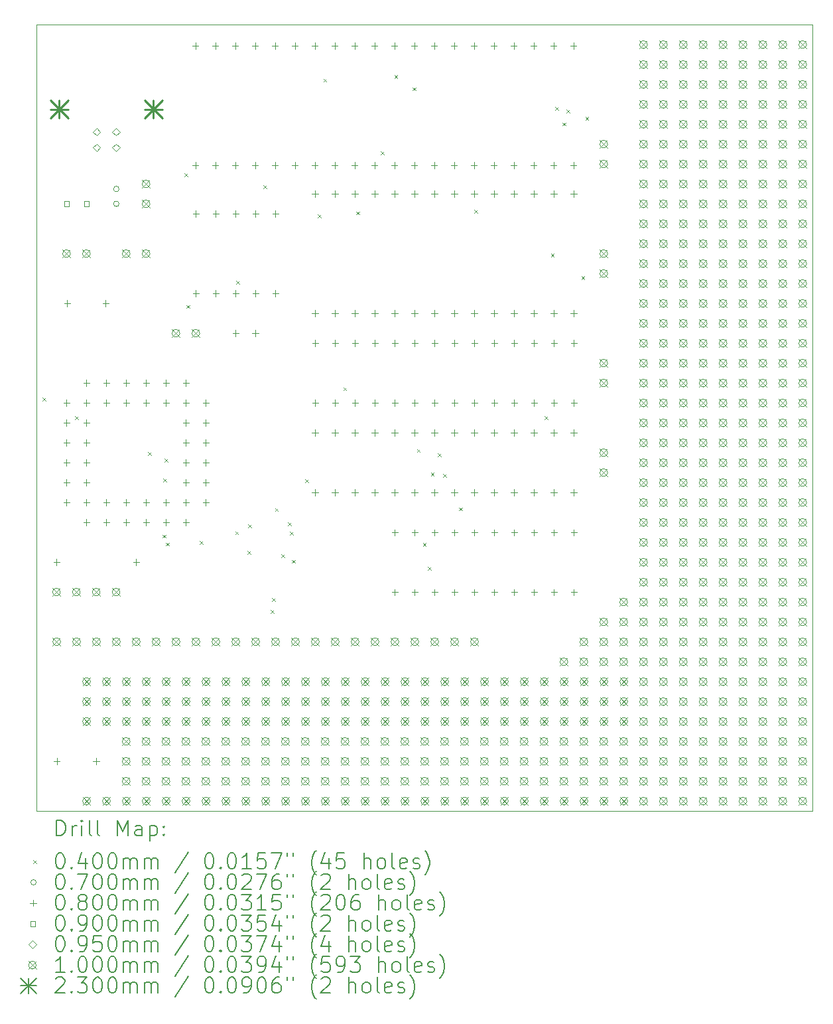
<source format=gbr>
%FSLAX45Y45*%
G04 Gerber Fmt 4.5, Leading zero omitted, Abs format (unit mm)*
G04 Created by KiCad (PCBNEW (6.0.1)) date 2022-03-08 21:02:39*
%MOMM*%
%LPD*%
G01*
G04 APERTURE LIST*
%TA.AperFunction,Profile*%
%ADD10C,0.100000*%
%TD*%
%ADD11C,0.200000*%
%ADD12C,0.040000*%
%ADD13C,0.070000*%
%ADD14C,0.080000*%
%ADD15C,0.090000*%
%ADD16C,0.095000*%
%ADD17C,0.100000*%
%ADD18C,0.230000*%
G04 APERTURE END LIST*
D10*
X2540000Y-12573000D02*
X2540000Y-2540000D01*
X12446000Y-12573000D02*
X12446000Y-2540000D01*
X2540000Y-12573000D02*
X12446000Y-12573000D01*
X2540000Y-2540000D02*
X12446000Y-2540000D01*
D11*
D12*
X2613720Y-7297470D02*
X2653720Y-7337470D01*
X2653720Y-7297470D02*
X2613720Y-7337470D01*
X3031890Y-7536310D02*
X3071890Y-7576310D01*
X3071890Y-7536310D02*
X3031890Y-7576310D01*
X3963380Y-7994750D02*
X4003380Y-8034750D01*
X4003380Y-7994750D02*
X3963380Y-8034750D01*
X4147210Y-9047730D02*
X4187210Y-9087730D01*
X4187210Y-9047730D02*
X4147210Y-9087730D01*
X4158080Y-8333620D02*
X4198080Y-8373620D01*
X4198080Y-8333620D02*
X4158080Y-8373620D01*
X4172110Y-8078290D02*
X4212110Y-8118290D01*
X4212110Y-8078290D02*
X4172110Y-8118290D01*
X4192600Y-9147710D02*
X4232600Y-9187710D01*
X4232600Y-9147710D02*
X4192600Y-9187710D01*
X4428220Y-4437120D02*
X4468220Y-4477120D01*
X4468220Y-4437120D02*
X4428220Y-4477120D01*
X4451590Y-6116240D02*
X4491590Y-6156240D01*
X4491590Y-6116240D02*
X4451590Y-6156240D01*
X4619200Y-9129090D02*
X4659200Y-9169090D01*
X4659200Y-9129090D02*
X4619200Y-9169090D01*
X5073790Y-9004580D02*
X5113790Y-9044580D01*
X5113790Y-9004580D02*
X5073790Y-9044580D01*
X5087350Y-5808170D02*
X5127350Y-5848170D01*
X5127350Y-5808170D02*
X5087350Y-5848170D01*
X5232970Y-9257120D02*
X5272970Y-9297120D01*
X5272970Y-9257120D02*
X5232970Y-9297120D01*
X5239420Y-8914670D02*
X5279420Y-8954670D01*
X5279420Y-8914670D02*
X5239420Y-8954670D01*
X5433030Y-4588000D02*
X5473030Y-4628000D01*
X5473030Y-4588000D02*
X5433030Y-4628000D01*
X5525730Y-10005590D02*
X5565730Y-10045590D01*
X5565730Y-10005590D02*
X5525730Y-10045590D01*
X5543900Y-9854280D02*
X5583900Y-9894280D01*
X5583900Y-9854280D02*
X5543900Y-9894280D01*
X5582210Y-8707220D02*
X5622210Y-8747220D01*
X5622210Y-8707220D02*
X5582210Y-8747220D01*
X5660610Y-9299250D02*
X5700610Y-9339250D01*
X5700610Y-9299250D02*
X5660610Y-9339250D01*
X5747640Y-8889340D02*
X5787640Y-8929340D01*
X5787640Y-8889340D02*
X5747640Y-8929340D01*
X5774810Y-9006950D02*
X5814810Y-9046950D01*
X5814810Y-9006950D02*
X5774810Y-9046950D01*
X5795790Y-9368760D02*
X5835790Y-9408760D01*
X5835790Y-9368760D02*
X5795790Y-9408760D01*
X5967280Y-8341540D02*
X6007280Y-8381540D01*
X6007280Y-8341540D02*
X5967280Y-8381540D01*
X6127460Y-4959030D02*
X6167460Y-4999030D01*
X6167460Y-4959030D02*
X6127460Y-4999030D01*
X6201240Y-3230750D02*
X6241240Y-3270750D01*
X6241240Y-3230750D02*
X6201240Y-3270750D01*
X6455030Y-7166670D02*
X6495030Y-7206670D01*
X6495030Y-7166670D02*
X6455030Y-7206670D01*
X6619350Y-4924680D02*
X6659350Y-4964680D01*
X6659350Y-4924680D02*
X6619350Y-4964680D01*
X6930150Y-4155310D02*
X6970150Y-4195310D01*
X6970150Y-4155310D02*
X6930150Y-4195310D01*
X7106110Y-3183600D02*
X7146110Y-3223600D01*
X7146110Y-3183600D02*
X7106110Y-3223600D01*
X7340000Y-3340800D02*
X7380000Y-3380800D01*
X7380000Y-3340800D02*
X7340000Y-3380800D01*
X7393150Y-7954130D02*
X7433150Y-7994130D01*
X7433150Y-7954130D02*
X7393150Y-7994130D01*
X7470540Y-9151600D02*
X7510540Y-9191600D01*
X7510540Y-9151600D02*
X7470540Y-9191600D01*
X7531480Y-9459530D02*
X7571480Y-9499530D01*
X7571480Y-9459530D02*
X7531480Y-9499530D01*
X7571450Y-8256840D02*
X7611450Y-8296840D01*
X7611450Y-8256840D02*
X7571450Y-8296840D01*
X7661940Y-8010190D02*
X7701940Y-8050190D01*
X7701940Y-8010190D02*
X7661940Y-8050190D01*
X7726500Y-8269560D02*
X7766500Y-8309560D01*
X7766500Y-8269560D02*
X7726500Y-8309560D01*
X7932750Y-8700690D02*
X7972750Y-8740690D01*
X7972750Y-8700690D02*
X7932750Y-8740690D01*
X8124270Y-4902330D02*
X8164270Y-4942330D01*
X8164270Y-4902330D02*
X8124270Y-4942330D01*
X9022380Y-7533460D02*
X9062380Y-7573460D01*
X9062380Y-7533460D02*
X9022380Y-7573460D01*
X9105300Y-5461890D02*
X9145300Y-5501890D01*
X9145300Y-5461890D02*
X9105300Y-5501890D01*
X9161940Y-3588100D02*
X9201940Y-3628100D01*
X9201940Y-3588100D02*
X9161940Y-3628100D01*
X9255610Y-3788060D02*
X9295610Y-3828060D01*
X9295610Y-3788060D02*
X9255610Y-3828060D01*
X9304010Y-3623440D02*
X9344010Y-3663440D01*
X9344010Y-3623440D02*
X9304010Y-3663440D01*
X9493180Y-5751790D02*
X9533180Y-5791790D01*
X9533180Y-5751790D02*
X9493180Y-5791790D01*
X9545870Y-3714430D02*
X9585870Y-3754430D01*
X9585870Y-3714430D02*
X9545870Y-3754430D01*
D13*
X3591000Y-4636000D02*
G75*
G03*
X3591000Y-4636000I-35000J0D01*
G01*
X3591000Y-4826000D02*
G75*
G03*
X3591000Y-4826000I-35000J0D01*
G01*
D14*
X2794000Y-9358000D02*
X2794000Y-9438000D01*
X2754000Y-9398000D02*
X2834000Y-9398000D01*
X2798000Y-11898000D02*
X2798000Y-11978000D01*
X2758000Y-11938000D02*
X2838000Y-11938000D01*
X2921000Y-7326000D02*
X2921000Y-7406000D01*
X2881000Y-7366000D02*
X2961000Y-7366000D01*
X2921000Y-7580000D02*
X2921000Y-7660000D01*
X2881000Y-7620000D02*
X2961000Y-7620000D01*
X2921000Y-7834000D02*
X2921000Y-7914000D01*
X2881000Y-7874000D02*
X2961000Y-7874000D01*
X2921000Y-8088000D02*
X2921000Y-8168000D01*
X2881000Y-8128000D02*
X2961000Y-8128000D01*
X2921000Y-8342000D02*
X2921000Y-8422000D01*
X2881000Y-8382000D02*
X2961000Y-8382000D01*
X2921000Y-8596000D02*
X2921000Y-8676000D01*
X2881000Y-8636000D02*
X2961000Y-8636000D01*
X2930000Y-6056000D02*
X2930000Y-6136000D01*
X2890000Y-6096000D02*
X2970000Y-6096000D01*
X3175000Y-7072000D02*
X3175000Y-7152000D01*
X3135000Y-7112000D02*
X3215000Y-7112000D01*
X3175000Y-7326000D02*
X3175000Y-7406000D01*
X3135000Y-7366000D02*
X3215000Y-7366000D01*
X3175000Y-7580000D02*
X3175000Y-7660000D01*
X3135000Y-7620000D02*
X3215000Y-7620000D01*
X3175000Y-7834000D02*
X3175000Y-7914000D01*
X3135000Y-7874000D02*
X3215000Y-7874000D01*
X3175000Y-8088000D02*
X3175000Y-8168000D01*
X3135000Y-8128000D02*
X3215000Y-8128000D01*
X3175000Y-8342000D02*
X3175000Y-8422000D01*
X3135000Y-8382000D02*
X3215000Y-8382000D01*
X3175000Y-8596000D02*
X3175000Y-8676000D01*
X3135000Y-8636000D02*
X3215000Y-8636000D01*
X3175000Y-8850000D02*
X3175000Y-8930000D01*
X3135000Y-8890000D02*
X3215000Y-8890000D01*
X3298000Y-11898000D02*
X3298000Y-11978000D01*
X3258000Y-11938000D02*
X3338000Y-11938000D01*
X3420000Y-6056000D02*
X3420000Y-6136000D01*
X3380000Y-6096000D02*
X3460000Y-6096000D01*
X3429000Y-7072000D02*
X3429000Y-7152000D01*
X3389000Y-7112000D02*
X3469000Y-7112000D01*
X3429000Y-7326000D02*
X3429000Y-7406000D01*
X3389000Y-7366000D02*
X3469000Y-7366000D01*
X3429000Y-8596000D02*
X3429000Y-8676000D01*
X3389000Y-8636000D02*
X3469000Y-8636000D01*
X3429000Y-8850000D02*
X3429000Y-8930000D01*
X3389000Y-8890000D02*
X3469000Y-8890000D01*
X3683000Y-7072000D02*
X3683000Y-7152000D01*
X3643000Y-7112000D02*
X3723000Y-7112000D01*
X3683000Y-7326000D02*
X3683000Y-7406000D01*
X3643000Y-7366000D02*
X3723000Y-7366000D01*
X3683000Y-8596000D02*
X3683000Y-8676000D01*
X3643000Y-8636000D02*
X3723000Y-8636000D01*
X3683000Y-8850000D02*
X3683000Y-8930000D01*
X3643000Y-8890000D02*
X3723000Y-8890000D01*
X3810000Y-9358000D02*
X3810000Y-9438000D01*
X3770000Y-9398000D02*
X3850000Y-9398000D01*
X3937000Y-7072000D02*
X3937000Y-7152000D01*
X3897000Y-7112000D02*
X3977000Y-7112000D01*
X3937000Y-7326000D02*
X3937000Y-7406000D01*
X3897000Y-7366000D02*
X3977000Y-7366000D01*
X3937000Y-8596000D02*
X3937000Y-8676000D01*
X3897000Y-8636000D02*
X3977000Y-8636000D01*
X3937000Y-8850000D02*
X3937000Y-8930000D01*
X3897000Y-8890000D02*
X3977000Y-8890000D01*
X4191000Y-7072000D02*
X4191000Y-7152000D01*
X4151000Y-7112000D02*
X4231000Y-7112000D01*
X4191000Y-7326000D02*
X4191000Y-7406000D01*
X4151000Y-7366000D02*
X4231000Y-7366000D01*
X4191000Y-8596000D02*
X4191000Y-8676000D01*
X4151000Y-8636000D02*
X4231000Y-8636000D01*
X4191000Y-8850000D02*
X4191000Y-8930000D01*
X4151000Y-8890000D02*
X4231000Y-8890000D01*
X4445000Y-7072000D02*
X4445000Y-7152000D01*
X4405000Y-7112000D02*
X4485000Y-7112000D01*
X4445000Y-7326000D02*
X4445000Y-7406000D01*
X4405000Y-7366000D02*
X4485000Y-7366000D01*
X4445000Y-7580000D02*
X4445000Y-7660000D01*
X4405000Y-7620000D02*
X4485000Y-7620000D01*
X4445000Y-7834000D02*
X4445000Y-7914000D01*
X4405000Y-7874000D02*
X4485000Y-7874000D01*
X4445000Y-8088000D02*
X4445000Y-8168000D01*
X4405000Y-8128000D02*
X4485000Y-8128000D01*
X4445000Y-8342000D02*
X4445000Y-8422000D01*
X4405000Y-8382000D02*
X4485000Y-8382000D01*
X4445000Y-8596000D02*
X4445000Y-8676000D01*
X4405000Y-8636000D02*
X4485000Y-8636000D01*
X4445000Y-8850000D02*
X4445000Y-8930000D01*
X4405000Y-8890000D02*
X4485000Y-8890000D01*
X4566000Y-2768500D02*
X4566000Y-2848500D01*
X4526000Y-2808500D02*
X4606000Y-2808500D01*
X4566000Y-4292500D02*
X4566000Y-4372500D01*
X4526000Y-4332500D02*
X4606000Y-4332500D01*
X4572000Y-4913000D02*
X4572000Y-4993000D01*
X4532000Y-4953000D02*
X4612000Y-4953000D01*
X4572000Y-5929000D02*
X4572000Y-6009000D01*
X4532000Y-5969000D02*
X4612000Y-5969000D01*
X4699000Y-7326000D02*
X4699000Y-7406000D01*
X4659000Y-7366000D02*
X4739000Y-7366000D01*
X4699000Y-7580000D02*
X4699000Y-7660000D01*
X4659000Y-7620000D02*
X4739000Y-7620000D01*
X4699000Y-7834000D02*
X4699000Y-7914000D01*
X4659000Y-7874000D02*
X4739000Y-7874000D01*
X4699000Y-8088000D02*
X4699000Y-8168000D01*
X4659000Y-8128000D02*
X4739000Y-8128000D01*
X4699000Y-8342000D02*
X4699000Y-8422000D01*
X4659000Y-8382000D02*
X4739000Y-8382000D01*
X4699000Y-8596000D02*
X4699000Y-8676000D01*
X4659000Y-8636000D02*
X4739000Y-8636000D01*
X4820000Y-2768500D02*
X4820000Y-2848500D01*
X4780000Y-2808500D02*
X4860000Y-2808500D01*
X4820000Y-4292500D02*
X4820000Y-4372500D01*
X4780000Y-4332500D02*
X4860000Y-4332500D01*
X4826000Y-4913000D02*
X4826000Y-4993000D01*
X4786000Y-4953000D02*
X4866000Y-4953000D01*
X4826000Y-5929000D02*
X4826000Y-6009000D01*
X4786000Y-5969000D02*
X4866000Y-5969000D01*
X5074000Y-2768500D02*
X5074000Y-2848500D01*
X5034000Y-2808500D02*
X5114000Y-2808500D01*
X5074000Y-4292500D02*
X5074000Y-4372500D01*
X5034000Y-4332500D02*
X5114000Y-4332500D01*
X5080000Y-4913000D02*
X5080000Y-4993000D01*
X5040000Y-4953000D02*
X5120000Y-4953000D01*
X5080000Y-5929000D02*
X5080000Y-6009000D01*
X5040000Y-5969000D02*
X5120000Y-5969000D01*
X5080000Y-6437000D02*
X5080000Y-6517000D01*
X5040000Y-6477000D02*
X5120000Y-6477000D01*
X5328000Y-2768500D02*
X5328000Y-2848500D01*
X5288000Y-2808500D02*
X5368000Y-2808500D01*
X5328000Y-4292500D02*
X5328000Y-4372500D01*
X5288000Y-4332500D02*
X5368000Y-4332500D01*
X5330000Y-6437000D02*
X5330000Y-6517000D01*
X5290000Y-6477000D02*
X5370000Y-6477000D01*
X5334000Y-4913000D02*
X5334000Y-4993000D01*
X5294000Y-4953000D02*
X5374000Y-4953000D01*
X5334000Y-5929000D02*
X5334000Y-6009000D01*
X5294000Y-5969000D02*
X5374000Y-5969000D01*
X5582000Y-2768500D02*
X5582000Y-2848500D01*
X5542000Y-2808500D02*
X5622000Y-2808500D01*
X5582000Y-4292500D02*
X5582000Y-4372500D01*
X5542000Y-4332500D02*
X5622000Y-4332500D01*
X5588000Y-4913000D02*
X5588000Y-4993000D01*
X5548000Y-4953000D02*
X5628000Y-4953000D01*
X5588000Y-5929000D02*
X5588000Y-6009000D01*
X5548000Y-5969000D02*
X5628000Y-5969000D01*
X5836000Y-2768500D02*
X5836000Y-2848500D01*
X5796000Y-2808500D02*
X5876000Y-2808500D01*
X5836000Y-4292500D02*
X5836000Y-4372500D01*
X5796000Y-4332500D02*
X5876000Y-4332500D01*
X6090000Y-2768500D02*
X6090000Y-2848500D01*
X6050000Y-2808500D02*
X6130000Y-2808500D01*
X6090000Y-4292500D02*
X6090000Y-4372500D01*
X6050000Y-4332500D02*
X6130000Y-4332500D01*
X6095000Y-4658500D02*
X6095000Y-4738500D01*
X6055000Y-4698500D02*
X6135000Y-4698500D01*
X6095000Y-6182500D02*
X6095000Y-6262500D01*
X6055000Y-6222500D02*
X6135000Y-6222500D01*
X6095000Y-7705500D02*
X6095000Y-7785500D01*
X6055000Y-7745500D02*
X6135000Y-7745500D01*
X6095000Y-8467500D02*
X6095000Y-8547500D01*
X6055000Y-8507500D02*
X6135000Y-8507500D01*
X6096000Y-6562500D02*
X6096000Y-6642500D01*
X6056000Y-6602500D02*
X6136000Y-6602500D01*
X6096000Y-7324500D02*
X6096000Y-7404500D01*
X6056000Y-7364500D02*
X6136000Y-7364500D01*
X6344000Y-2768500D02*
X6344000Y-2848500D01*
X6304000Y-2808500D02*
X6384000Y-2808500D01*
X6344000Y-4292500D02*
X6344000Y-4372500D01*
X6304000Y-4332500D02*
X6384000Y-4332500D01*
X6349000Y-4658500D02*
X6349000Y-4738500D01*
X6309000Y-4698500D02*
X6389000Y-4698500D01*
X6349000Y-6182500D02*
X6349000Y-6262500D01*
X6309000Y-6222500D02*
X6389000Y-6222500D01*
X6349000Y-7705500D02*
X6349000Y-7785500D01*
X6309000Y-7745500D02*
X6389000Y-7745500D01*
X6349000Y-8467500D02*
X6349000Y-8547500D01*
X6309000Y-8507500D02*
X6389000Y-8507500D01*
X6350000Y-6562500D02*
X6350000Y-6642500D01*
X6310000Y-6602500D02*
X6390000Y-6602500D01*
X6350000Y-7324500D02*
X6350000Y-7404500D01*
X6310000Y-7364500D02*
X6390000Y-7364500D01*
X6598000Y-2768500D02*
X6598000Y-2848500D01*
X6558000Y-2808500D02*
X6638000Y-2808500D01*
X6598000Y-4292500D02*
X6598000Y-4372500D01*
X6558000Y-4332500D02*
X6638000Y-4332500D01*
X6603000Y-4658500D02*
X6603000Y-4738500D01*
X6563000Y-4698500D02*
X6643000Y-4698500D01*
X6603000Y-6182500D02*
X6603000Y-6262500D01*
X6563000Y-6222500D02*
X6643000Y-6222500D01*
X6603000Y-7705500D02*
X6603000Y-7785500D01*
X6563000Y-7745500D02*
X6643000Y-7745500D01*
X6603000Y-8467500D02*
X6603000Y-8547500D01*
X6563000Y-8507500D02*
X6643000Y-8507500D01*
X6604000Y-6562500D02*
X6604000Y-6642500D01*
X6564000Y-6602500D02*
X6644000Y-6602500D01*
X6604000Y-7324500D02*
X6604000Y-7404500D01*
X6564000Y-7364500D02*
X6644000Y-7364500D01*
X6852000Y-2768500D02*
X6852000Y-2848500D01*
X6812000Y-2808500D02*
X6892000Y-2808500D01*
X6852000Y-4292500D02*
X6852000Y-4372500D01*
X6812000Y-4332500D02*
X6892000Y-4332500D01*
X6857000Y-4658500D02*
X6857000Y-4738500D01*
X6817000Y-4698500D02*
X6897000Y-4698500D01*
X6857000Y-6182500D02*
X6857000Y-6262500D01*
X6817000Y-6222500D02*
X6897000Y-6222500D01*
X6857000Y-7705500D02*
X6857000Y-7785500D01*
X6817000Y-7745500D02*
X6897000Y-7745500D01*
X6857000Y-8467500D02*
X6857000Y-8547500D01*
X6817000Y-8507500D02*
X6897000Y-8507500D01*
X6858000Y-6562500D02*
X6858000Y-6642500D01*
X6818000Y-6602500D02*
X6898000Y-6602500D01*
X6858000Y-7324500D02*
X6858000Y-7404500D01*
X6818000Y-7364500D02*
X6898000Y-7364500D01*
X7106000Y-2768500D02*
X7106000Y-2848500D01*
X7066000Y-2808500D02*
X7146000Y-2808500D01*
X7106000Y-4292500D02*
X7106000Y-4372500D01*
X7066000Y-4332500D02*
X7146000Y-4332500D01*
X7111000Y-4658500D02*
X7111000Y-4738500D01*
X7071000Y-4698500D02*
X7151000Y-4698500D01*
X7111000Y-6182500D02*
X7111000Y-6262500D01*
X7071000Y-6222500D02*
X7151000Y-6222500D01*
X7111000Y-7705500D02*
X7111000Y-7785500D01*
X7071000Y-7745500D02*
X7151000Y-7745500D01*
X7111000Y-8467500D02*
X7111000Y-8547500D01*
X7071000Y-8507500D02*
X7151000Y-8507500D01*
X7111500Y-8978000D02*
X7111500Y-9058000D01*
X7071500Y-9018000D02*
X7151500Y-9018000D01*
X7111500Y-9740000D02*
X7111500Y-9820000D01*
X7071500Y-9780000D02*
X7151500Y-9780000D01*
X7112000Y-6562500D02*
X7112000Y-6642500D01*
X7072000Y-6602500D02*
X7152000Y-6602500D01*
X7112000Y-7324500D02*
X7112000Y-7404500D01*
X7072000Y-7364500D02*
X7152000Y-7364500D01*
X7360000Y-2768500D02*
X7360000Y-2848500D01*
X7320000Y-2808500D02*
X7400000Y-2808500D01*
X7360000Y-4292500D02*
X7360000Y-4372500D01*
X7320000Y-4332500D02*
X7400000Y-4332500D01*
X7365000Y-4658500D02*
X7365000Y-4738500D01*
X7325000Y-4698500D02*
X7405000Y-4698500D01*
X7365000Y-6182500D02*
X7365000Y-6262500D01*
X7325000Y-6222500D02*
X7405000Y-6222500D01*
X7365000Y-7705500D02*
X7365000Y-7785500D01*
X7325000Y-7745500D02*
X7405000Y-7745500D01*
X7365000Y-8467500D02*
X7365000Y-8547500D01*
X7325000Y-8507500D02*
X7405000Y-8507500D01*
X7365500Y-8978000D02*
X7365500Y-9058000D01*
X7325500Y-9018000D02*
X7405500Y-9018000D01*
X7365500Y-9740000D02*
X7365500Y-9820000D01*
X7325500Y-9780000D02*
X7405500Y-9780000D01*
X7366000Y-6562500D02*
X7366000Y-6642500D01*
X7326000Y-6602500D02*
X7406000Y-6602500D01*
X7366000Y-7324500D02*
X7366000Y-7404500D01*
X7326000Y-7364500D02*
X7406000Y-7364500D01*
X7614000Y-2768500D02*
X7614000Y-2848500D01*
X7574000Y-2808500D02*
X7654000Y-2808500D01*
X7614000Y-4292500D02*
X7614000Y-4372500D01*
X7574000Y-4332500D02*
X7654000Y-4332500D01*
X7619000Y-4658500D02*
X7619000Y-4738500D01*
X7579000Y-4698500D02*
X7659000Y-4698500D01*
X7619000Y-6182500D02*
X7619000Y-6262500D01*
X7579000Y-6222500D02*
X7659000Y-6222500D01*
X7619000Y-7705500D02*
X7619000Y-7785500D01*
X7579000Y-7745500D02*
X7659000Y-7745500D01*
X7619000Y-8467500D02*
X7619000Y-8547500D01*
X7579000Y-8507500D02*
X7659000Y-8507500D01*
X7619500Y-8978000D02*
X7619500Y-9058000D01*
X7579500Y-9018000D02*
X7659500Y-9018000D01*
X7619500Y-9740000D02*
X7619500Y-9820000D01*
X7579500Y-9780000D02*
X7659500Y-9780000D01*
X7620000Y-6562500D02*
X7620000Y-6642500D01*
X7580000Y-6602500D02*
X7660000Y-6602500D01*
X7620000Y-7324500D02*
X7620000Y-7404500D01*
X7580000Y-7364500D02*
X7660000Y-7364500D01*
X7868000Y-2768500D02*
X7868000Y-2848500D01*
X7828000Y-2808500D02*
X7908000Y-2808500D01*
X7868000Y-4292500D02*
X7868000Y-4372500D01*
X7828000Y-4332500D02*
X7908000Y-4332500D01*
X7873000Y-4658500D02*
X7873000Y-4738500D01*
X7833000Y-4698500D02*
X7913000Y-4698500D01*
X7873000Y-6182500D02*
X7873000Y-6262500D01*
X7833000Y-6222500D02*
X7913000Y-6222500D01*
X7873000Y-7705500D02*
X7873000Y-7785500D01*
X7833000Y-7745500D02*
X7913000Y-7745500D01*
X7873000Y-8467500D02*
X7873000Y-8547500D01*
X7833000Y-8507500D02*
X7913000Y-8507500D01*
X7873500Y-8978000D02*
X7873500Y-9058000D01*
X7833500Y-9018000D02*
X7913500Y-9018000D01*
X7873500Y-9740000D02*
X7873500Y-9820000D01*
X7833500Y-9780000D02*
X7913500Y-9780000D01*
X7874000Y-6562500D02*
X7874000Y-6642500D01*
X7834000Y-6602500D02*
X7914000Y-6602500D01*
X7874000Y-7324500D02*
X7874000Y-7404500D01*
X7834000Y-7364500D02*
X7914000Y-7364500D01*
X8122000Y-2768500D02*
X8122000Y-2848500D01*
X8082000Y-2808500D02*
X8162000Y-2808500D01*
X8122000Y-4292500D02*
X8122000Y-4372500D01*
X8082000Y-4332500D02*
X8162000Y-4332500D01*
X8127000Y-4658500D02*
X8127000Y-4738500D01*
X8087000Y-4698500D02*
X8167000Y-4698500D01*
X8127000Y-6182500D02*
X8127000Y-6262500D01*
X8087000Y-6222500D02*
X8167000Y-6222500D01*
X8127000Y-7705500D02*
X8127000Y-7785500D01*
X8087000Y-7745500D02*
X8167000Y-7745500D01*
X8127000Y-8467500D02*
X8127000Y-8547500D01*
X8087000Y-8507500D02*
X8167000Y-8507500D01*
X8127500Y-8978000D02*
X8127500Y-9058000D01*
X8087500Y-9018000D02*
X8167500Y-9018000D01*
X8127500Y-9740000D02*
X8127500Y-9820000D01*
X8087500Y-9780000D02*
X8167500Y-9780000D01*
X8128000Y-6562500D02*
X8128000Y-6642500D01*
X8088000Y-6602500D02*
X8168000Y-6602500D01*
X8128000Y-7324500D02*
X8128000Y-7404500D01*
X8088000Y-7364500D02*
X8168000Y-7364500D01*
X8376000Y-2768500D02*
X8376000Y-2848500D01*
X8336000Y-2808500D02*
X8416000Y-2808500D01*
X8376000Y-4292500D02*
X8376000Y-4372500D01*
X8336000Y-4332500D02*
X8416000Y-4332500D01*
X8381000Y-4658500D02*
X8381000Y-4738500D01*
X8341000Y-4698500D02*
X8421000Y-4698500D01*
X8381000Y-6182500D02*
X8381000Y-6262500D01*
X8341000Y-6222500D02*
X8421000Y-6222500D01*
X8381000Y-7705500D02*
X8381000Y-7785500D01*
X8341000Y-7745500D02*
X8421000Y-7745500D01*
X8381000Y-8467500D02*
X8381000Y-8547500D01*
X8341000Y-8507500D02*
X8421000Y-8507500D01*
X8381500Y-8978000D02*
X8381500Y-9058000D01*
X8341500Y-9018000D02*
X8421500Y-9018000D01*
X8381500Y-9740000D02*
X8381500Y-9820000D01*
X8341500Y-9780000D02*
X8421500Y-9780000D01*
X8382000Y-6562500D02*
X8382000Y-6642500D01*
X8342000Y-6602500D02*
X8422000Y-6602500D01*
X8382000Y-7324500D02*
X8382000Y-7404500D01*
X8342000Y-7364500D02*
X8422000Y-7364500D01*
X8630000Y-2768500D02*
X8630000Y-2848500D01*
X8590000Y-2808500D02*
X8670000Y-2808500D01*
X8630000Y-4292500D02*
X8630000Y-4372500D01*
X8590000Y-4332500D02*
X8670000Y-4332500D01*
X8635000Y-4658500D02*
X8635000Y-4738500D01*
X8595000Y-4698500D02*
X8675000Y-4698500D01*
X8635000Y-6182500D02*
X8635000Y-6262500D01*
X8595000Y-6222500D02*
X8675000Y-6222500D01*
X8635000Y-7705500D02*
X8635000Y-7785500D01*
X8595000Y-7745500D02*
X8675000Y-7745500D01*
X8635000Y-8467500D02*
X8635000Y-8547500D01*
X8595000Y-8507500D02*
X8675000Y-8507500D01*
X8635500Y-8978000D02*
X8635500Y-9058000D01*
X8595500Y-9018000D02*
X8675500Y-9018000D01*
X8635500Y-9740000D02*
X8635500Y-9820000D01*
X8595500Y-9780000D02*
X8675500Y-9780000D01*
X8636000Y-6562500D02*
X8636000Y-6642500D01*
X8596000Y-6602500D02*
X8676000Y-6602500D01*
X8636000Y-7324500D02*
X8636000Y-7404500D01*
X8596000Y-7364500D02*
X8676000Y-7364500D01*
X8884000Y-2768500D02*
X8884000Y-2848500D01*
X8844000Y-2808500D02*
X8924000Y-2808500D01*
X8884000Y-4292500D02*
X8884000Y-4372500D01*
X8844000Y-4332500D02*
X8924000Y-4332500D01*
X8889000Y-4658500D02*
X8889000Y-4738500D01*
X8849000Y-4698500D02*
X8929000Y-4698500D01*
X8889000Y-6182500D02*
X8889000Y-6262500D01*
X8849000Y-6222500D02*
X8929000Y-6222500D01*
X8889000Y-7705500D02*
X8889000Y-7785500D01*
X8849000Y-7745500D02*
X8929000Y-7745500D01*
X8889000Y-8467500D02*
X8889000Y-8547500D01*
X8849000Y-8507500D02*
X8929000Y-8507500D01*
X8889500Y-8978000D02*
X8889500Y-9058000D01*
X8849500Y-9018000D02*
X8929500Y-9018000D01*
X8889500Y-9740000D02*
X8889500Y-9820000D01*
X8849500Y-9780000D02*
X8929500Y-9780000D01*
X8890000Y-6562500D02*
X8890000Y-6642500D01*
X8850000Y-6602500D02*
X8930000Y-6602500D01*
X8890000Y-7324500D02*
X8890000Y-7404500D01*
X8850000Y-7364500D02*
X8930000Y-7364500D01*
X9138000Y-2768500D02*
X9138000Y-2848500D01*
X9098000Y-2808500D02*
X9178000Y-2808500D01*
X9138000Y-4292500D02*
X9138000Y-4372500D01*
X9098000Y-4332500D02*
X9178000Y-4332500D01*
X9143000Y-4658500D02*
X9143000Y-4738500D01*
X9103000Y-4698500D02*
X9183000Y-4698500D01*
X9143000Y-6182500D02*
X9143000Y-6262500D01*
X9103000Y-6222500D02*
X9183000Y-6222500D01*
X9143000Y-7705500D02*
X9143000Y-7785500D01*
X9103000Y-7745500D02*
X9183000Y-7745500D01*
X9143000Y-8467500D02*
X9143000Y-8547500D01*
X9103000Y-8507500D02*
X9183000Y-8507500D01*
X9143500Y-8978000D02*
X9143500Y-9058000D01*
X9103500Y-9018000D02*
X9183500Y-9018000D01*
X9143500Y-9740000D02*
X9143500Y-9820000D01*
X9103500Y-9780000D02*
X9183500Y-9780000D01*
X9144000Y-6562500D02*
X9144000Y-6642500D01*
X9104000Y-6602500D02*
X9184000Y-6602500D01*
X9144000Y-7324500D02*
X9144000Y-7404500D01*
X9104000Y-7364500D02*
X9184000Y-7364500D01*
X9392000Y-2768500D02*
X9392000Y-2848500D01*
X9352000Y-2808500D02*
X9432000Y-2808500D01*
X9392000Y-4292500D02*
X9392000Y-4372500D01*
X9352000Y-4332500D02*
X9432000Y-4332500D01*
X9397000Y-4658500D02*
X9397000Y-4738500D01*
X9357000Y-4698500D02*
X9437000Y-4698500D01*
X9397000Y-6182500D02*
X9397000Y-6262500D01*
X9357000Y-6222500D02*
X9437000Y-6222500D01*
X9397000Y-7705500D02*
X9397000Y-7785500D01*
X9357000Y-7745500D02*
X9437000Y-7745500D01*
X9397000Y-8467500D02*
X9397000Y-8547500D01*
X9357000Y-8507500D02*
X9437000Y-8507500D01*
X9397500Y-8978000D02*
X9397500Y-9058000D01*
X9357500Y-9018000D02*
X9437500Y-9018000D01*
X9397500Y-9740000D02*
X9397500Y-9820000D01*
X9357500Y-9780000D02*
X9437500Y-9780000D01*
X9398000Y-6562500D02*
X9398000Y-6642500D01*
X9358000Y-6602500D02*
X9438000Y-6602500D01*
X9398000Y-7324500D02*
X9398000Y-7404500D01*
X9358000Y-7364500D02*
X9438000Y-7364500D01*
D15*
X2952820Y-4857820D02*
X2952820Y-4794180D01*
X2889180Y-4794180D01*
X2889180Y-4857820D01*
X2952820Y-4857820D01*
X3206820Y-4857820D02*
X3206820Y-4794180D01*
X3143180Y-4794180D01*
X3143180Y-4857820D01*
X3206820Y-4857820D01*
D16*
X3304000Y-3955250D02*
X3351500Y-3907750D01*
X3304000Y-3860250D01*
X3256500Y-3907750D01*
X3304000Y-3955250D01*
X3304000Y-4155250D02*
X3351500Y-4107750D01*
X3304000Y-4060250D01*
X3256500Y-4107750D01*
X3304000Y-4155250D01*
X3554000Y-3955250D02*
X3601500Y-3907750D01*
X3554000Y-3860250D01*
X3506500Y-3907750D01*
X3554000Y-3955250D01*
X3554000Y-4155250D02*
X3601500Y-4107750D01*
X3554000Y-4060250D01*
X3506500Y-4107750D01*
X3554000Y-4155250D01*
D17*
X2743000Y-9729000D02*
X2843000Y-9829000D01*
X2843000Y-9729000D02*
X2743000Y-9829000D01*
X2843000Y-9779000D02*
G75*
G03*
X2843000Y-9779000I-50000J0D01*
G01*
X2744500Y-10364000D02*
X2844500Y-10464000D01*
X2844500Y-10364000D02*
X2744500Y-10464000D01*
X2844500Y-10414000D02*
G75*
G03*
X2844500Y-10414000I-50000J0D01*
G01*
X2871000Y-5411000D02*
X2971000Y-5511000D01*
X2971000Y-5411000D02*
X2871000Y-5511000D01*
X2971000Y-5461000D02*
G75*
G03*
X2971000Y-5461000I-50000J0D01*
G01*
X2997000Y-9729000D02*
X3097000Y-9829000D01*
X3097000Y-9729000D02*
X2997000Y-9829000D01*
X3097000Y-9779000D02*
G75*
G03*
X3097000Y-9779000I-50000J0D01*
G01*
X2998500Y-10364000D02*
X3098500Y-10464000D01*
X3098500Y-10364000D02*
X2998500Y-10464000D01*
X3098500Y-10414000D02*
G75*
G03*
X3098500Y-10414000I-50000J0D01*
G01*
X3125000Y-5411000D02*
X3225000Y-5511000D01*
X3225000Y-5411000D02*
X3125000Y-5511000D01*
X3225000Y-5461000D02*
G75*
G03*
X3225000Y-5461000I-50000J0D01*
G01*
X3126500Y-10872000D02*
X3226500Y-10972000D01*
X3226500Y-10872000D02*
X3126500Y-10972000D01*
X3226500Y-10922000D02*
G75*
G03*
X3226500Y-10922000I-50000J0D01*
G01*
X3126500Y-11126000D02*
X3226500Y-11226000D01*
X3226500Y-11126000D02*
X3126500Y-11226000D01*
X3226500Y-11176000D02*
G75*
G03*
X3226500Y-11176000I-50000J0D01*
G01*
X3126500Y-11380000D02*
X3226500Y-11480000D01*
X3226500Y-11380000D02*
X3126500Y-11480000D01*
X3226500Y-11430000D02*
G75*
G03*
X3226500Y-11430000I-50000J0D01*
G01*
X3126500Y-12396000D02*
X3226500Y-12496000D01*
X3226500Y-12396000D02*
X3126500Y-12496000D01*
X3226500Y-12446000D02*
G75*
G03*
X3226500Y-12446000I-50000J0D01*
G01*
X3251000Y-9729000D02*
X3351000Y-9829000D01*
X3351000Y-9729000D02*
X3251000Y-9829000D01*
X3351000Y-9779000D02*
G75*
G03*
X3351000Y-9779000I-50000J0D01*
G01*
X3252500Y-10364000D02*
X3352500Y-10464000D01*
X3352500Y-10364000D02*
X3252500Y-10464000D01*
X3352500Y-10414000D02*
G75*
G03*
X3352500Y-10414000I-50000J0D01*
G01*
X3380500Y-10872000D02*
X3480500Y-10972000D01*
X3480500Y-10872000D02*
X3380500Y-10972000D01*
X3480500Y-10922000D02*
G75*
G03*
X3480500Y-10922000I-50000J0D01*
G01*
X3380500Y-11126000D02*
X3480500Y-11226000D01*
X3480500Y-11126000D02*
X3380500Y-11226000D01*
X3480500Y-11176000D02*
G75*
G03*
X3480500Y-11176000I-50000J0D01*
G01*
X3380500Y-11380000D02*
X3480500Y-11480000D01*
X3480500Y-11380000D02*
X3380500Y-11480000D01*
X3480500Y-11430000D02*
G75*
G03*
X3480500Y-11430000I-50000J0D01*
G01*
X3380500Y-12396000D02*
X3480500Y-12496000D01*
X3480500Y-12396000D02*
X3380500Y-12496000D01*
X3480500Y-12446000D02*
G75*
G03*
X3480500Y-12446000I-50000J0D01*
G01*
X3505000Y-9729000D02*
X3605000Y-9829000D01*
X3605000Y-9729000D02*
X3505000Y-9829000D01*
X3605000Y-9779000D02*
G75*
G03*
X3605000Y-9779000I-50000J0D01*
G01*
X3506500Y-10364000D02*
X3606500Y-10464000D01*
X3606500Y-10364000D02*
X3506500Y-10464000D01*
X3606500Y-10414000D02*
G75*
G03*
X3606500Y-10414000I-50000J0D01*
G01*
X3633000Y-5411000D02*
X3733000Y-5511000D01*
X3733000Y-5411000D02*
X3633000Y-5511000D01*
X3733000Y-5461000D02*
G75*
G03*
X3733000Y-5461000I-50000J0D01*
G01*
X3633000Y-11634000D02*
X3733000Y-11734000D01*
X3733000Y-11634000D02*
X3633000Y-11734000D01*
X3733000Y-11684000D02*
G75*
G03*
X3733000Y-11684000I-50000J0D01*
G01*
X3633000Y-11888000D02*
X3733000Y-11988000D01*
X3733000Y-11888000D02*
X3633000Y-11988000D01*
X3733000Y-11938000D02*
G75*
G03*
X3733000Y-11938000I-50000J0D01*
G01*
X3633000Y-12142000D02*
X3733000Y-12242000D01*
X3733000Y-12142000D02*
X3633000Y-12242000D01*
X3733000Y-12192000D02*
G75*
G03*
X3733000Y-12192000I-50000J0D01*
G01*
X3634500Y-10872000D02*
X3734500Y-10972000D01*
X3734500Y-10872000D02*
X3634500Y-10972000D01*
X3734500Y-10922000D02*
G75*
G03*
X3734500Y-10922000I-50000J0D01*
G01*
X3634500Y-11126000D02*
X3734500Y-11226000D01*
X3734500Y-11126000D02*
X3634500Y-11226000D01*
X3734500Y-11176000D02*
G75*
G03*
X3734500Y-11176000I-50000J0D01*
G01*
X3634500Y-11380000D02*
X3734500Y-11480000D01*
X3734500Y-11380000D02*
X3634500Y-11480000D01*
X3734500Y-11430000D02*
G75*
G03*
X3734500Y-11430000I-50000J0D01*
G01*
X3634500Y-12396000D02*
X3734500Y-12496000D01*
X3734500Y-12396000D02*
X3634500Y-12496000D01*
X3734500Y-12446000D02*
G75*
G03*
X3734500Y-12446000I-50000J0D01*
G01*
X3760500Y-10364000D02*
X3860500Y-10464000D01*
X3860500Y-10364000D02*
X3760500Y-10464000D01*
X3860500Y-10414000D02*
G75*
G03*
X3860500Y-10414000I-50000J0D01*
G01*
X3887000Y-4522000D02*
X3987000Y-4622000D01*
X3987000Y-4522000D02*
X3887000Y-4622000D01*
X3987000Y-4572000D02*
G75*
G03*
X3987000Y-4572000I-50000J0D01*
G01*
X3887000Y-4776000D02*
X3987000Y-4876000D01*
X3987000Y-4776000D02*
X3887000Y-4876000D01*
X3987000Y-4826000D02*
G75*
G03*
X3987000Y-4826000I-50000J0D01*
G01*
X3887000Y-5411000D02*
X3987000Y-5511000D01*
X3987000Y-5411000D02*
X3887000Y-5511000D01*
X3987000Y-5461000D02*
G75*
G03*
X3987000Y-5461000I-50000J0D01*
G01*
X3887000Y-11634000D02*
X3987000Y-11734000D01*
X3987000Y-11634000D02*
X3887000Y-11734000D01*
X3987000Y-11684000D02*
G75*
G03*
X3987000Y-11684000I-50000J0D01*
G01*
X3887000Y-11888000D02*
X3987000Y-11988000D01*
X3987000Y-11888000D02*
X3887000Y-11988000D01*
X3987000Y-11938000D02*
G75*
G03*
X3987000Y-11938000I-50000J0D01*
G01*
X3887000Y-12142000D02*
X3987000Y-12242000D01*
X3987000Y-12142000D02*
X3887000Y-12242000D01*
X3987000Y-12192000D02*
G75*
G03*
X3987000Y-12192000I-50000J0D01*
G01*
X3888500Y-10872000D02*
X3988500Y-10972000D01*
X3988500Y-10872000D02*
X3888500Y-10972000D01*
X3988500Y-10922000D02*
G75*
G03*
X3988500Y-10922000I-50000J0D01*
G01*
X3888500Y-11126000D02*
X3988500Y-11226000D01*
X3988500Y-11126000D02*
X3888500Y-11226000D01*
X3988500Y-11176000D02*
G75*
G03*
X3988500Y-11176000I-50000J0D01*
G01*
X3888500Y-11380000D02*
X3988500Y-11480000D01*
X3988500Y-11380000D02*
X3888500Y-11480000D01*
X3988500Y-11430000D02*
G75*
G03*
X3988500Y-11430000I-50000J0D01*
G01*
X3888500Y-12396000D02*
X3988500Y-12496000D01*
X3988500Y-12396000D02*
X3888500Y-12496000D01*
X3988500Y-12446000D02*
G75*
G03*
X3988500Y-12446000I-50000J0D01*
G01*
X4014500Y-10364000D02*
X4114500Y-10464000D01*
X4114500Y-10364000D02*
X4014500Y-10464000D01*
X4114500Y-10414000D02*
G75*
G03*
X4114500Y-10414000I-50000J0D01*
G01*
X4141000Y-11634000D02*
X4241000Y-11734000D01*
X4241000Y-11634000D02*
X4141000Y-11734000D01*
X4241000Y-11684000D02*
G75*
G03*
X4241000Y-11684000I-50000J0D01*
G01*
X4141000Y-11888000D02*
X4241000Y-11988000D01*
X4241000Y-11888000D02*
X4141000Y-11988000D01*
X4241000Y-11938000D02*
G75*
G03*
X4241000Y-11938000I-50000J0D01*
G01*
X4141000Y-12142000D02*
X4241000Y-12242000D01*
X4241000Y-12142000D02*
X4141000Y-12242000D01*
X4241000Y-12192000D02*
G75*
G03*
X4241000Y-12192000I-50000J0D01*
G01*
X4142500Y-10872000D02*
X4242500Y-10972000D01*
X4242500Y-10872000D02*
X4142500Y-10972000D01*
X4242500Y-10922000D02*
G75*
G03*
X4242500Y-10922000I-50000J0D01*
G01*
X4142500Y-11126000D02*
X4242500Y-11226000D01*
X4242500Y-11126000D02*
X4142500Y-11226000D01*
X4242500Y-11176000D02*
G75*
G03*
X4242500Y-11176000I-50000J0D01*
G01*
X4142500Y-11380000D02*
X4242500Y-11480000D01*
X4242500Y-11380000D02*
X4142500Y-11480000D01*
X4242500Y-11430000D02*
G75*
G03*
X4242500Y-11430000I-50000J0D01*
G01*
X4142500Y-12396000D02*
X4242500Y-12496000D01*
X4242500Y-12396000D02*
X4142500Y-12496000D01*
X4242500Y-12446000D02*
G75*
G03*
X4242500Y-12446000I-50000J0D01*
G01*
X4268000Y-6427000D02*
X4368000Y-6527000D01*
X4368000Y-6427000D02*
X4268000Y-6527000D01*
X4368000Y-6477000D02*
G75*
G03*
X4368000Y-6477000I-50000J0D01*
G01*
X4268500Y-10364000D02*
X4368500Y-10464000D01*
X4368500Y-10364000D02*
X4268500Y-10464000D01*
X4368500Y-10414000D02*
G75*
G03*
X4368500Y-10414000I-50000J0D01*
G01*
X4395000Y-11634000D02*
X4495000Y-11734000D01*
X4495000Y-11634000D02*
X4395000Y-11734000D01*
X4495000Y-11684000D02*
G75*
G03*
X4495000Y-11684000I-50000J0D01*
G01*
X4395000Y-11888000D02*
X4495000Y-11988000D01*
X4495000Y-11888000D02*
X4395000Y-11988000D01*
X4495000Y-11938000D02*
G75*
G03*
X4495000Y-11938000I-50000J0D01*
G01*
X4395000Y-12142000D02*
X4495000Y-12242000D01*
X4495000Y-12142000D02*
X4395000Y-12242000D01*
X4495000Y-12192000D02*
G75*
G03*
X4495000Y-12192000I-50000J0D01*
G01*
X4396500Y-10872000D02*
X4496500Y-10972000D01*
X4496500Y-10872000D02*
X4396500Y-10972000D01*
X4496500Y-10922000D02*
G75*
G03*
X4496500Y-10922000I-50000J0D01*
G01*
X4396500Y-11126000D02*
X4496500Y-11226000D01*
X4496500Y-11126000D02*
X4396500Y-11226000D01*
X4496500Y-11176000D02*
G75*
G03*
X4496500Y-11176000I-50000J0D01*
G01*
X4396500Y-11380000D02*
X4496500Y-11480000D01*
X4496500Y-11380000D02*
X4396500Y-11480000D01*
X4496500Y-11430000D02*
G75*
G03*
X4496500Y-11430000I-50000J0D01*
G01*
X4396500Y-12396000D02*
X4496500Y-12496000D01*
X4496500Y-12396000D02*
X4396500Y-12496000D01*
X4496500Y-12446000D02*
G75*
G03*
X4496500Y-12446000I-50000J0D01*
G01*
X4522000Y-6427000D02*
X4622000Y-6527000D01*
X4622000Y-6427000D02*
X4522000Y-6527000D01*
X4622000Y-6477000D02*
G75*
G03*
X4622000Y-6477000I-50000J0D01*
G01*
X4522500Y-10364000D02*
X4622500Y-10464000D01*
X4622500Y-10364000D02*
X4522500Y-10464000D01*
X4622500Y-10414000D02*
G75*
G03*
X4622500Y-10414000I-50000J0D01*
G01*
X4649000Y-11634000D02*
X4749000Y-11734000D01*
X4749000Y-11634000D02*
X4649000Y-11734000D01*
X4749000Y-11684000D02*
G75*
G03*
X4749000Y-11684000I-50000J0D01*
G01*
X4649000Y-11888000D02*
X4749000Y-11988000D01*
X4749000Y-11888000D02*
X4649000Y-11988000D01*
X4749000Y-11938000D02*
G75*
G03*
X4749000Y-11938000I-50000J0D01*
G01*
X4649000Y-12142000D02*
X4749000Y-12242000D01*
X4749000Y-12142000D02*
X4649000Y-12242000D01*
X4749000Y-12192000D02*
G75*
G03*
X4749000Y-12192000I-50000J0D01*
G01*
X4650500Y-10872000D02*
X4750500Y-10972000D01*
X4750500Y-10872000D02*
X4650500Y-10972000D01*
X4750500Y-10922000D02*
G75*
G03*
X4750500Y-10922000I-50000J0D01*
G01*
X4650500Y-11126000D02*
X4750500Y-11226000D01*
X4750500Y-11126000D02*
X4650500Y-11226000D01*
X4750500Y-11176000D02*
G75*
G03*
X4750500Y-11176000I-50000J0D01*
G01*
X4650500Y-11380000D02*
X4750500Y-11480000D01*
X4750500Y-11380000D02*
X4650500Y-11480000D01*
X4750500Y-11430000D02*
G75*
G03*
X4750500Y-11430000I-50000J0D01*
G01*
X4650500Y-12396000D02*
X4750500Y-12496000D01*
X4750500Y-12396000D02*
X4650500Y-12496000D01*
X4750500Y-12446000D02*
G75*
G03*
X4750500Y-12446000I-50000J0D01*
G01*
X4776500Y-10364000D02*
X4876500Y-10464000D01*
X4876500Y-10364000D02*
X4776500Y-10464000D01*
X4876500Y-10414000D02*
G75*
G03*
X4876500Y-10414000I-50000J0D01*
G01*
X4903000Y-11634000D02*
X5003000Y-11734000D01*
X5003000Y-11634000D02*
X4903000Y-11734000D01*
X5003000Y-11684000D02*
G75*
G03*
X5003000Y-11684000I-50000J0D01*
G01*
X4903000Y-11888000D02*
X5003000Y-11988000D01*
X5003000Y-11888000D02*
X4903000Y-11988000D01*
X5003000Y-11938000D02*
G75*
G03*
X5003000Y-11938000I-50000J0D01*
G01*
X4903000Y-12142000D02*
X5003000Y-12242000D01*
X5003000Y-12142000D02*
X4903000Y-12242000D01*
X5003000Y-12192000D02*
G75*
G03*
X5003000Y-12192000I-50000J0D01*
G01*
X4904500Y-10872000D02*
X5004500Y-10972000D01*
X5004500Y-10872000D02*
X4904500Y-10972000D01*
X5004500Y-10922000D02*
G75*
G03*
X5004500Y-10922000I-50000J0D01*
G01*
X4904500Y-11126000D02*
X5004500Y-11226000D01*
X5004500Y-11126000D02*
X4904500Y-11226000D01*
X5004500Y-11176000D02*
G75*
G03*
X5004500Y-11176000I-50000J0D01*
G01*
X4904500Y-11380000D02*
X5004500Y-11480000D01*
X5004500Y-11380000D02*
X4904500Y-11480000D01*
X5004500Y-11430000D02*
G75*
G03*
X5004500Y-11430000I-50000J0D01*
G01*
X4904500Y-12396000D02*
X5004500Y-12496000D01*
X5004500Y-12396000D02*
X4904500Y-12496000D01*
X5004500Y-12446000D02*
G75*
G03*
X5004500Y-12446000I-50000J0D01*
G01*
X5030500Y-10364000D02*
X5130500Y-10464000D01*
X5130500Y-10364000D02*
X5030500Y-10464000D01*
X5130500Y-10414000D02*
G75*
G03*
X5130500Y-10414000I-50000J0D01*
G01*
X5157000Y-11634000D02*
X5257000Y-11734000D01*
X5257000Y-11634000D02*
X5157000Y-11734000D01*
X5257000Y-11684000D02*
G75*
G03*
X5257000Y-11684000I-50000J0D01*
G01*
X5157000Y-11888000D02*
X5257000Y-11988000D01*
X5257000Y-11888000D02*
X5157000Y-11988000D01*
X5257000Y-11938000D02*
G75*
G03*
X5257000Y-11938000I-50000J0D01*
G01*
X5157000Y-12142000D02*
X5257000Y-12242000D01*
X5257000Y-12142000D02*
X5157000Y-12242000D01*
X5257000Y-12192000D02*
G75*
G03*
X5257000Y-12192000I-50000J0D01*
G01*
X5158500Y-10872000D02*
X5258500Y-10972000D01*
X5258500Y-10872000D02*
X5158500Y-10972000D01*
X5258500Y-10922000D02*
G75*
G03*
X5258500Y-10922000I-50000J0D01*
G01*
X5158500Y-11126000D02*
X5258500Y-11226000D01*
X5258500Y-11126000D02*
X5158500Y-11226000D01*
X5258500Y-11176000D02*
G75*
G03*
X5258500Y-11176000I-50000J0D01*
G01*
X5158500Y-11380000D02*
X5258500Y-11480000D01*
X5258500Y-11380000D02*
X5158500Y-11480000D01*
X5258500Y-11430000D02*
G75*
G03*
X5258500Y-11430000I-50000J0D01*
G01*
X5158500Y-12396000D02*
X5258500Y-12496000D01*
X5258500Y-12396000D02*
X5158500Y-12496000D01*
X5258500Y-12446000D02*
G75*
G03*
X5258500Y-12446000I-50000J0D01*
G01*
X5284500Y-10364000D02*
X5384500Y-10464000D01*
X5384500Y-10364000D02*
X5284500Y-10464000D01*
X5384500Y-10414000D02*
G75*
G03*
X5384500Y-10414000I-50000J0D01*
G01*
X5411000Y-11634000D02*
X5511000Y-11734000D01*
X5511000Y-11634000D02*
X5411000Y-11734000D01*
X5511000Y-11684000D02*
G75*
G03*
X5511000Y-11684000I-50000J0D01*
G01*
X5411000Y-11888000D02*
X5511000Y-11988000D01*
X5511000Y-11888000D02*
X5411000Y-11988000D01*
X5511000Y-11938000D02*
G75*
G03*
X5511000Y-11938000I-50000J0D01*
G01*
X5411000Y-12142000D02*
X5511000Y-12242000D01*
X5511000Y-12142000D02*
X5411000Y-12242000D01*
X5511000Y-12192000D02*
G75*
G03*
X5511000Y-12192000I-50000J0D01*
G01*
X5412500Y-10872000D02*
X5512500Y-10972000D01*
X5512500Y-10872000D02*
X5412500Y-10972000D01*
X5512500Y-10922000D02*
G75*
G03*
X5512500Y-10922000I-50000J0D01*
G01*
X5412500Y-11126000D02*
X5512500Y-11226000D01*
X5512500Y-11126000D02*
X5412500Y-11226000D01*
X5512500Y-11176000D02*
G75*
G03*
X5512500Y-11176000I-50000J0D01*
G01*
X5412500Y-11380000D02*
X5512500Y-11480000D01*
X5512500Y-11380000D02*
X5412500Y-11480000D01*
X5512500Y-11430000D02*
G75*
G03*
X5512500Y-11430000I-50000J0D01*
G01*
X5412500Y-12396000D02*
X5512500Y-12496000D01*
X5512500Y-12396000D02*
X5412500Y-12496000D01*
X5512500Y-12446000D02*
G75*
G03*
X5512500Y-12446000I-50000J0D01*
G01*
X5538500Y-10364000D02*
X5638500Y-10464000D01*
X5638500Y-10364000D02*
X5538500Y-10464000D01*
X5638500Y-10414000D02*
G75*
G03*
X5638500Y-10414000I-50000J0D01*
G01*
X5665000Y-11634000D02*
X5765000Y-11734000D01*
X5765000Y-11634000D02*
X5665000Y-11734000D01*
X5765000Y-11684000D02*
G75*
G03*
X5765000Y-11684000I-50000J0D01*
G01*
X5665000Y-11888000D02*
X5765000Y-11988000D01*
X5765000Y-11888000D02*
X5665000Y-11988000D01*
X5765000Y-11938000D02*
G75*
G03*
X5765000Y-11938000I-50000J0D01*
G01*
X5665000Y-12142000D02*
X5765000Y-12242000D01*
X5765000Y-12142000D02*
X5665000Y-12242000D01*
X5765000Y-12192000D02*
G75*
G03*
X5765000Y-12192000I-50000J0D01*
G01*
X5666500Y-10872000D02*
X5766500Y-10972000D01*
X5766500Y-10872000D02*
X5666500Y-10972000D01*
X5766500Y-10922000D02*
G75*
G03*
X5766500Y-10922000I-50000J0D01*
G01*
X5666500Y-11126000D02*
X5766500Y-11226000D01*
X5766500Y-11126000D02*
X5666500Y-11226000D01*
X5766500Y-11176000D02*
G75*
G03*
X5766500Y-11176000I-50000J0D01*
G01*
X5666500Y-11380000D02*
X5766500Y-11480000D01*
X5766500Y-11380000D02*
X5666500Y-11480000D01*
X5766500Y-11430000D02*
G75*
G03*
X5766500Y-11430000I-50000J0D01*
G01*
X5666500Y-12396000D02*
X5766500Y-12496000D01*
X5766500Y-12396000D02*
X5666500Y-12496000D01*
X5766500Y-12446000D02*
G75*
G03*
X5766500Y-12446000I-50000J0D01*
G01*
X5792500Y-10364000D02*
X5892500Y-10464000D01*
X5892500Y-10364000D02*
X5792500Y-10464000D01*
X5892500Y-10414000D02*
G75*
G03*
X5892500Y-10414000I-50000J0D01*
G01*
X5919000Y-11634000D02*
X6019000Y-11734000D01*
X6019000Y-11634000D02*
X5919000Y-11734000D01*
X6019000Y-11684000D02*
G75*
G03*
X6019000Y-11684000I-50000J0D01*
G01*
X5919000Y-11888000D02*
X6019000Y-11988000D01*
X6019000Y-11888000D02*
X5919000Y-11988000D01*
X6019000Y-11938000D02*
G75*
G03*
X6019000Y-11938000I-50000J0D01*
G01*
X5919000Y-12142000D02*
X6019000Y-12242000D01*
X6019000Y-12142000D02*
X5919000Y-12242000D01*
X6019000Y-12192000D02*
G75*
G03*
X6019000Y-12192000I-50000J0D01*
G01*
X5920500Y-10872000D02*
X6020500Y-10972000D01*
X6020500Y-10872000D02*
X5920500Y-10972000D01*
X6020500Y-10922000D02*
G75*
G03*
X6020500Y-10922000I-50000J0D01*
G01*
X5920500Y-11126000D02*
X6020500Y-11226000D01*
X6020500Y-11126000D02*
X5920500Y-11226000D01*
X6020500Y-11176000D02*
G75*
G03*
X6020500Y-11176000I-50000J0D01*
G01*
X5920500Y-11380000D02*
X6020500Y-11480000D01*
X6020500Y-11380000D02*
X5920500Y-11480000D01*
X6020500Y-11430000D02*
G75*
G03*
X6020500Y-11430000I-50000J0D01*
G01*
X5920500Y-12396000D02*
X6020500Y-12496000D01*
X6020500Y-12396000D02*
X5920500Y-12496000D01*
X6020500Y-12446000D02*
G75*
G03*
X6020500Y-12446000I-50000J0D01*
G01*
X6046500Y-10364000D02*
X6146500Y-10464000D01*
X6146500Y-10364000D02*
X6046500Y-10464000D01*
X6146500Y-10414000D02*
G75*
G03*
X6146500Y-10414000I-50000J0D01*
G01*
X6173000Y-11634000D02*
X6273000Y-11734000D01*
X6273000Y-11634000D02*
X6173000Y-11734000D01*
X6273000Y-11684000D02*
G75*
G03*
X6273000Y-11684000I-50000J0D01*
G01*
X6173000Y-11888000D02*
X6273000Y-11988000D01*
X6273000Y-11888000D02*
X6173000Y-11988000D01*
X6273000Y-11938000D02*
G75*
G03*
X6273000Y-11938000I-50000J0D01*
G01*
X6173000Y-12142000D02*
X6273000Y-12242000D01*
X6273000Y-12142000D02*
X6173000Y-12242000D01*
X6273000Y-12192000D02*
G75*
G03*
X6273000Y-12192000I-50000J0D01*
G01*
X6174500Y-10872000D02*
X6274500Y-10972000D01*
X6274500Y-10872000D02*
X6174500Y-10972000D01*
X6274500Y-10922000D02*
G75*
G03*
X6274500Y-10922000I-50000J0D01*
G01*
X6174500Y-11126000D02*
X6274500Y-11226000D01*
X6274500Y-11126000D02*
X6174500Y-11226000D01*
X6274500Y-11176000D02*
G75*
G03*
X6274500Y-11176000I-50000J0D01*
G01*
X6174500Y-11380000D02*
X6274500Y-11480000D01*
X6274500Y-11380000D02*
X6174500Y-11480000D01*
X6274500Y-11430000D02*
G75*
G03*
X6274500Y-11430000I-50000J0D01*
G01*
X6174500Y-12396000D02*
X6274500Y-12496000D01*
X6274500Y-12396000D02*
X6174500Y-12496000D01*
X6274500Y-12446000D02*
G75*
G03*
X6274500Y-12446000I-50000J0D01*
G01*
X6300500Y-10364000D02*
X6400500Y-10464000D01*
X6400500Y-10364000D02*
X6300500Y-10464000D01*
X6400500Y-10414000D02*
G75*
G03*
X6400500Y-10414000I-50000J0D01*
G01*
X6427000Y-11634000D02*
X6527000Y-11734000D01*
X6527000Y-11634000D02*
X6427000Y-11734000D01*
X6527000Y-11684000D02*
G75*
G03*
X6527000Y-11684000I-50000J0D01*
G01*
X6427000Y-11888000D02*
X6527000Y-11988000D01*
X6527000Y-11888000D02*
X6427000Y-11988000D01*
X6527000Y-11938000D02*
G75*
G03*
X6527000Y-11938000I-50000J0D01*
G01*
X6427000Y-12142000D02*
X6527000Y-12242000D01*
X6527000Y-12142000D02*
X6427000Y-12242000D01*
X6527000Y-12192000D02*
G75*
G03*
X6527000Y-12192000I-50000J0D01*
G01*
X6428500Y-10872000D02*
X6528500Y-10972000D01*
X6528500Y-10872000D02*
X6428500Y-10972000D01*
X6528500Y-10922000D02*
G75*
G03*
X6528500Y-10922000I-50000J0D01*
G01*
X6428500Y-11126000D02*
X6528500Y-11226000D01*
X6528500Y-11126000D02*
X6428500Y-11226000D01*
X6528500Y-11176000D02*
G75*
G03*
X6528500Y-11176000I-50000J0D01*
G01*
X6428500Y-11380000D02*
X6528500Y-11480000D01*
X6528500Y-11380000D02*
X6428500Y-11480000D01*
X6528500Y-11430000D02*
G75*
G03*
X6528500Y-11430000I-50000J0D01*
G01*
X6428500Y-12396000D02*
X6528500Y-12496000D01*
X6528500Y-12396000D02*
X6428500Y-12496000D01*
X6528500Y-12446000D02*
G75*
G03*
X6528500Y-12446000I-50000J0D01*
G01*
X6554500Y-10364000D02*
X6654500Y-10464000D01*
X6654500Y-10364000D02*
X6554500Y-10464000D01*
X6654500Y-10414000D02*
G75*
G03*
X6654500Y-10414000I-50000J0D01*
G01*
X6681000Y-11634000D02*
X6781000Y-11734000D01*
X6781000Y-11634000D02*
X6681000Y-11734000D01*
X6781000Y-11684000D02*
G75*
G03*
X6781000Y-11684000I-50000J0D01*
G01*
X6681000Y-11888000D02*
X6781000Y-11988000D01*
X6781000Y-11888000D02*
X6681000Y-11988000D01*
X6781000Y-11938000D02*
G75*
G03*
X6781000Y-11938000I-50000J0D01*
G01*
X6681000Y-12142000D02*
X6781000Y-12242000D01*
X6781000Y-12142000D02*
X6681000Y-12242000D01*
X6781000Y-12192000D02*
G75*
G03*
X6781000Y-12192000I-50000J0D01*
G01*
X6682500Y-10872000D02*
X6782500Y-10972000D01*
X6782500Y-10872000D02*
X6682500Y-10972000D01*
X6782500Y-10922000D02*
G75*
G03*
X6782500Y-10922000I-50000J0D01*
G01*
X6682500Y-11126000D02*
X6782500Y-11226000D01*
X6782500Y-11126000D02*
X6682500Y-11226000D01*
X6782500Y-11176000D02*
G75*
G03*
X6782500Y-11176000I-50000J0D01*
G01*
X6682500Y-11380000D02*
X6782500Y-11480000D01*
X6782500Y-11380000D02*
X6682500Y-11480000D01*
X6782500Y-11430000D02*
G75*
G03*
X6782500Y-11430000I-50000J0D01*
G01*
X6682500Y-12396000D02*
X6782500Y-12496000D01*
X6782500Y-12396000D02*
X6682500Y-12496000D01*
X6782500Y-12446000D02*
G75*
G03*
X6782500Y-12446000I-50000J0D01*
G01*
X6808500Y-10364000D02*
X6908500Y-10464000D01*
X6908500Y-10364000D02*
X6808500Y-10464000D01*
X6908500Y-10414000D02*
G75*
G03*
X6908500Y-10414000I-50000J0D01*
G01*
X6935000Y-11634000D02*
X7035000Y-11734000D01*
X7035000Y-11634000D02*
X6935000Y-11734000D01*
X7035000Y-11684000D02*
G75*
G03*
X7035000Y-11684000I-50000J0D01*
G01*
X6935000Y-11888000D02*
X7035000Y-11988000D01*
X7035000Y-11888000D02*
X6935000Y-11988000D01*
X7035000Y-11938000D02*
G75*
G03*
X7035000Y-11938000I-50000J0D01*
G01*
X6935000Y-12142000D02*
X7035000Y-12242000D01*
X7035000Y-12142000D02*
X6935000Y-12242000D01*
X7035000Y-12192000D02*
G75*
G03*
X7035000Y-12192000I-50000J0D01*
G01*
X6936500Y-10872000D02*
X7036500Y-10972000D01*
X7036500Y-10872000D02*
X6936500Y-10972000D01*
X7036500Y-10922000D02*
G75*
G03*
X7036500Y-10922000I-50000J0D01*
G01*
X6936500Y-11126000D02*
X7036500Y-11226000D01*
X7036500Y-11126000D02*
X6936500Y-11226000D01*
X7036500Y-11176000D02*
G75*
G03*
X7036500Y-11176000I-50000J0D01*
G01*
X6936500Y-11380000D02*
X7036500Y-11480000D01*
X7036500Y-11380000D02*
X6936500Y-11480000D01*
X7036500Y-11430000D02*
G75*
G03*
X7036500Y-11430000I-50000J0D01*
G01*
X6936500Y-12396000D02*
X7036500Y-12496000D01*
X7036500Y-12396000D02*
X6936500Y-12496000D01*
X7036500Y-12446000D02*
G75*
G03*
X7036500Y-12446000I-50000J0D01*
G01*
X7062500Y-10364000D02*
X7162500Y-10464000D01*
X7162500Y-10364000D02*
X7062500Y-10464000D01*
X7162500Y-10414000D02*
G75*
G03*
X7162500Y-10414000I-50000J0D01*
G01*
X7189000Y-11634000D02*
X7289000Y-11734000D01*
X7289000Y-11634000D02*
X7189000Y-11734000D01*
X7289000Y-11684000D02*
G75*
G03*
X7289000Y-11684000I-50000J0D01*
G01*
X7189000Y-11888000D02*
X7289000Y-11988000D01*
X7289000Y-11888000D02*
X7189000Y-11988000D01*
X7289000Y-11938000D02*
G75*
G03*
X7289000Y-11938000I-50000J0D01*
G01*
X7189000Y-12142000D02*
X7289000Y-12242000D01*
X7289000Y-12142000D02*
X7189000Y-12242000D01*
X7289000Y-12192000D02*
G75*
G03*
X7289000Y-12192000I-50000J0D01*
G01*
X7190500Y-10872000D02*
X7290500Y-10972000D01*
X7290500Y-10872000D02*
X7190500Y-10972000D01*
X7290500Y-10922000D02*
G75*
G03*
X7290500Y-10922000I-50000J0D01*
G01*
X7190500Y-11126000D02*
X7290500Y-11226000D01*
X7290500Y-11126000D02*
X7190500Y-11226000D01*
X7290500Y-11176000D02*
G75*
G03*
X7290500Y-11176000I-50000J0D01*
G01*
X7190500Y-11380000D02*
X7290500Y-11480000D01*
X7290500Y-11380000D02*
X7190500Y-11480000D01*
X7290500Y-11430000D02*
G75*
G03*
X7290500Y-11430000I-50000J0D01*
G01*
X7190500Y-12396000D02*
X7290500Y-12496000D01*
X7290500Y-12396000D02*
X7190500Y-12496000D01*
X7290500Y-12446000D02*
G75*
G03*
X7290500Y-12446000I-50000J0D01*
G01*
X7316500Y-10364000D02*
X7416500Y-10464000D01*
X7416500Y-10364000D02*
X7316500Y-10464000D01*
X7416500Y-10414000D02*
G75*
G03*
X7416500Y-10414000I-50000J0D01*
G01*
X7443000Y-11634000D02*
X7543000Y-11734000D01*
X7543000Y-11634000D02*
X7443000Y-11734000D01*
X7543000Y-11684000D02*
G75*
G03*
X7543000Y-11684000I-50000J0D01*
G01*
X7443000Y-11888000D02*
X7543000Y-11988000D01*
X7543000Y-11888000D02*
X7443000Y-11988000D01*
X7543000Y-11938000D02*
G75*
G03*
X7543000Y-11938000I-50000J0D01*
G01*
X7443000Y-12142000D02*
X7543000Y-12242000D01*
X7543000Y-12142000D02*
X7443000Y-12242000D01*
X7543000Y-12192000D02*
G75*
G03*
X7543000Y-12192000I-50000J0D01*
G01*
X7444500Y-10872000D02*
X7544500Y-10972000D01*
X7544500Y-10872000D02*
X7444500Y-10972000D01*
X7544500Y-10922000D02*
G75*
G03*
X7544500Y-10922000I-50000J0D01*
G01*
X7444500Y-11126000D02*
X7544500Y-11226000D01*
X7544500Y-11126000D02*
X7444500Y-11226000D01*
X7544500Y-11176000D02*
G75*
G03*
X7544500Y-11176000I-50000J0D01*
G01*
X7444500Y-11380000D02*
X7544500Y-11480000D01*
X7544500Y-11380000D02*
X7444500Y-11480000D01*
X7544500Y-11430000D02*
G75*
G03*
X7544500Y-11430000I-50000J0D01*
G01*
X7444500Y-12396000D02*
X7544500Y-12496000D01*
X7544500Y-12396000D02*
X7444500Y-12496000D01*
X7544500Y-12446000D02*
G75*
G03*
X7544500Y-12446000I-50000J0D01*
G01*
X7570500Y-10364000D02*
X7670500Y-10464000D01*
X7670500Y-10364000D02*
X7570500Y-10464000D01*
X7670500Y-10414000D02*
G75*
G03*
X7670500Y-10414000I-50000J0D01*
G01*
X7697000Y-11634000D02*
X7797000Y-11734000D01*
X7797000Y-11634000D02*
X7697000Y-11734000D01*
X7797000Y-11684000D02*
G75*
G03*
X7797000Y-11684000I-50000J0D01*
G01*
X7697000Y-11888000D02*
X7797000Y-11988000D01*
X7797000Y-11888000D02*
X7697000Y-11988000D01*
X7797000Y-11938000D02*
G75*
G03*
X7797000Y-11938000I-50000J0D01*
G01*
X7697000Y-12142000D02*
X7797000Y-12242000D01*
X7797000Y-12142000D02*
X7697000Y-12242000D01*
X7797000Y-12192000D02*
G75*
G03*
X7797000Y-12192000I-50000J0D01*
G01*
X7698500Y-10872000D02*
X7798500Y-10972000D01*
X7798500Y-10872000D02*
X7698500Y-10972000D01*
X7798500Y-10922000D02*
G75*
G03*
X7798500Y-10922000I-50000J0D01*
G01*
X7698500Y-11126000D02*
X7798500Y-11226000D01*
X7798500Y-11126000D02*
X7698500Y-11226000D01*
X7798500Y-11176000D02*
G75*
G03*
X7798500Y-11176000I-50000J0D01*
G01*
X7698500Y-11380000D02*
X7798500Y-11480000D01*
X7798500Y-11380000D02*
X7698500Y-11480000D01*
X7798500Y-11430000D02*
G75*
G03*
X7798500Y-11430000I-50000J0D01*
G01*
X7698500Y-12396000D02*
X7798500Y-12496000D01*
X7798500Y-12396000D02*
X7698500Y-12496000D01*
X7798500Y-12446000D02*
G75*
G03*
X7798500Y-12446000I-50000J0D01*
G01*
X7824500Y-10364000D02*
X7924500Y-10464000D01*
X7924500Y-10364000D02*
X7824500Y-10464000D01*
X7924500Y-10414000D02*
G75*
G03*
X7924500Y-10414000I-50000J0D01*
G01*
X7951000Y-11634000D02*
X8051000Y-11734000D01*
X8051000Y-11634000D02*
X7951000Y-11734000D01*
X8051000Y-11684000D02*
G75*
G03*
X8051000Y-11684000I-50000J0D01*
G01*
X7951000Y-11888000D02*
X8051000Y-11988000D01*
X8051000Y-11888000D02*
X7951000Y-11988000D01*
X8051000Y-11938000D02*
G75*
G03*
X8051000Y-11938000I-50000J0D01*
G01*
X7951000Y-12142000D02*
X8051000Y-12242000D01*
X8051000Y-12142000D02*
X7951000Y-12242000D01*
X8051000Y-12192000D02*
G75*
G03*
X8051000Y-12192000I-50000J0D01*
G01*
X7952500Y-10872000D02*
X8052500Y-10972000D01*
X8052500Y-10872000D02*
X7952500Y-10972000D01*
X8052500Y-10922000D02*
G75*
G03*
X8052500Y-10922000I-50000J0D01*
G01*
X7952500Y-11126000D02*
X8052500Y-11226000D01*
X8052500Y-11126000D02*
X7952500Y-11226000D01*
X8052500Y-11176000D02*
G75*
G03*
X8052500Y-11176000I-50000J0D01*
G01*
X7952500Y-11380000D02*
X8052500Y-11480000D01*
X8052500Y-11380000D02*
X7952500Y-11480000D01*
X8052500Y-11430000D02*
G75*
G03*
X8052500Y-11430000I-50000J0D01*
G01*
X7952500Y-12396000D02*
X8052500Y-12496000D01*
X8052500Y-12396000D02*
X7952500Y-12496000D01*
X8052500Y-12446000D02*
G75*
G03*
X8052500Y-12446000I-50000J0D01*
G01*
X8078500Y-10364000D02*
X8178500Y-10464000D01*
X8178500Y-10364000D02*
X8078500Y-10464000D01*
X8178500Y-10414000D02*
G75*
G03*
X8178500Y-10414000I-50000J0D01*
G01*
X8205000Y-11634000D02*
X8305000Y-11734000D01*
X8305000Y-11634000D02*
X8205000Y-11734000D01*
X8305000Y-11684000D02*
G75*
G03*
X8305000Y-11684000I-50000J0D01*
G01*
X8205000Y-11888000D02*
X8305000Y-11988000D01*
X8305000Y-11888000D02*
X8205000Y-11988000D01*
X8305000Y-11938000D02*
G75*
G03*
X8305000Y-11938000I-50000J0D01*
G01*
X8205000Y-12142000D02*
X8305000Y-12242000D01*
X8305000Y-12142000D02*
X8205000Y-12242000D01*
X8305000Y-12192000D02*
G75*
G03*
X8305000Y-12192000I-50000J0D01*
G01*
X8206500Y-10872000D02*
X8306500Y-10972000D01*
X8306500Y-10872000D02*
X8206500Y-10972000D01*
X8306500Y-10922000D02*
G75*
G03*
X8306500Y-10922000I-50000J0D01*
G01*
X8206500Y-11126000D02*
X8306500Y-11226000D01*
X8306500Y-11126000D02*
X8206500Y-11226000D01*
X8306500Y-11176000D02*
G75*
G03*
X8306500Y-11176000I-50000J0D01*
G01*
X8206500Y-11380000D02*
X8306500Y-11480000D01*
X8306500Y-11380000D02*
X8206500Y-11480000D01*
X8306500Y-11430000D02*
G75*
G03*
X8306500Y-11430000I-50000J0D01*
G01*
X8206500Y-12396000D02*
X8306500Y-12496000D01*
X8306500Y-12396000D02*
X8206500Y-12496000D01*
X8306500Y-12446000D02*
G75*
G03*
X8306500Y-12446000I-50000J0D01*
G01*
X8459000Y-11634000D02*
X8559000Y-11734000D01*
X8559000Y-11634000D02*
X8459000Y-11734000D01*
X8559000Y-11684000D02*
G75*
G03*
X8559000Y-11684000I-50000J0D01*
G01*
X8459000Y-11888000D02*
X8559000Y-11988000D01*
X8559000Y-11888000D02*
X8459000Y-11988000D01*
X8559000Y-11938000D02*
G75*
G03*
X8559000Y-11938000I-50000J0D01*
G01*
X8459000Y-12142000D02*
X8559000Y-12242000D01*
X8559000Y-12142000D02*
X8459000Y-12242000D01*
X8559000Y-12192000D02*
G75*
G03*
X8559000Y-12192000I-50000J0D01*
G01*
X8460500Y-10872000D02*
X8560500Y-10972000D01*
X8560500Y-10872000D02*
X8460500Y-10972000D01*
X8560500Y-10922000D02*
G75*
G03*
X8560500Y-10922000I-50000J0D01*
G01*
X8460500Y-11126000D02*
X8560500Y-11226000D01*
X8560500Y-11126000D02*
X8460500Y-11226000D01*
X8560500Y-11176000D02*
G75*
G03*
X8560500Y-11176000I-50000J0D01*
G01*
X8460500Y-11380000D02*
X8560500Y-11480000D01*
X8560500Y-11380000D02*
X8460500Y-11480000D01*
X8560500Y-11430000D02*
G75*
G03*
X8560500Y-11430000I-50000J0D01*
G01*
X8460500Y-12396000D02*
X8560500Y-12496000D01*
X8560500Y-12396000D02*
X8460500Y-12496000D01*
X8560500Y-12446000D02*
G75*
G03*
X8560500Y-12446000I-50000J0D01*
G01*
X8713000Y-11634000D02*
X8813000Y-11734000D01*
X8813000Y-11634000D02*
X8713000Y-11734000D01*
X8813000Y-11684000D02*
G75*
G03*
X8813000Y-11684000I-50000J0D01*
G01*
X8713000Y-11888000D02*
X8813000Y-11988000D01*
X8813000Y-11888000D02*
X8713000Y-11988000D01*
X8813000Y-11938000D02*
G75*
G03*
X8813000Y-11938000I-50000J0D01*
G01*
X8713000Y-12142000D02*
X8813000Y-12242000D01*
X8813000Y-12142000D02*
X8713000Y-12242000D01*
X8813000Y-12192000D02*
G75*
G03*
X8813000Y-12192000I-50000J0D01*
G01*
X8714500Y-10872000D02*
X8814500Y-10972000D01*
X8814500Y-10872000D02*
X8714500Y-10972000D01*
X8814500Y-10922000D02*
G75*
G03*
X8814500Y-10922000I-50000J0D01*
G01*
X8714500Y-11126000D02*
X8814500Y-11226000D01*
X8814500Y-11126000D02*
X8714500Y-11226000D01*
X8814500Y-11176000D02*
G75*
G03*
X8814500Y-11176000I-50000J0D01*
G01*
X8714500Y-11380000D02*
X8814500Y-11480000D01*
X8814500Y-11380000D02*
X8714500Y-11480000D01*
X8814500Y-11430000D02*
G75*
G03*
X8814500Y-11430000I-50000J0D01*
G01*
X8714500Y-12396000D02*
X8814500Y-12496000D01*
X8814500Y-12396000D02*
X8714500Y-12496000D01*
X8814500Y-12446000D02*
G75*
G03*
X8814500Y-12446000I-50000J0D01*
G01*
X8967000Y-11634000D02*
X9067000Y-11734000D01*
X9067000Y-11634000D02*
X8967000Y-11734000D01*
X9067000Y-11684000D02*
G75*
G03*
X9067000Y-11684000I-50000J0D01*
G01*
X8967000Y-11888000D02*
X9067000Y-11988000D01*
X9067000Y-11888000D02*
X8967000Y-11988000D01*
X9067000Y-11938000D02*
G75*
G03*
X9067000Y-11938000I-50000J0D01*
G01*
X8967000Y-12142000D02*
X9067000Y-12242000D01*
X9067000Y-12142000D02*
X8967000Y-12242000D01*
X9067000Y-12192000D02*
G75*
G03*
X9067000Y-12192000I-50000J0D01*
G01*
X8968500Y-10872000D02*
X9068500Y-10972000D01*
X9068500Y-10872000D02*
X8968500Y-10972000D01*
X9068500Y-10922000D02*
G75*
G03*
X9068500Y-10922000I-50000J0D01*
G01*
X8968500Y-11126000D02*
X9068500Y-11226000D01*
X9068500Y-11126000D02*
X8968500Y-11226000D01*
X9068500Y-11176000D02*
G75*
G03*
X9068500Y-11176000I-50000J0D01*
G01*
X8968500Y-11380000D02*
X9068500Y-11480000D01*
X9068500Y-11380000D02*
X8968500Y-11480000D01*
X9068500Y-11430000D02*
G75*
G03*
X9068500Y-11430000I-50000J0D01*
G01*
X8968500Y-12396000D02*
X9068500Y-12496000D01*
X9068500Y-12396000D02*
X8968500Y-12496000D01*
X9068500Y-12446000D02*
G75*
G03*
X9068500Y-12446000I-50000J0D01*
G01*
X9221000Y-10618000D02*
X9321000Y-10718000D01*
X9321000Y-10618000D02*
X9221000Y-10718000D01*
X9321000Y-10668000D02*
G75*
G03*
X9321000Y-10668000I-50000J0D01*
G01*
X9221000Y-11634000D02*
X9321000Y-11734000D01*
X9321000Y-11634000D02*
X9221000Y-11734000D01*
X9321000Y-11684000D02*
G75*
G03*
X9321000Y-11684000I-50000J0D01*
G01*
X9221000Y-11888000D02*
X9321000Y-11988000D01*
X9321000Y-11888000D02*
X9221000Y-11988000D01*
X9321000Y-11938000D02*
G75*
G03*
X9321000Y-11938000I-50000J0D01*
G01*
X9221000Y-12142000D02*
X9321000Y-12242000D01*
X9321000Y-12142000D02*
X9221000Y-12242000D01*
X9321000Y-12192000D02*
G75*
G03*
X9321000Y-12192000I-50000J0D01*
G01*
X9222500Y-10872000D02*
X9322500Y-10972000D01*
X9322500Y-10872000D02*
X9222500Y-10972000D01*
X9322500Y-10922000D02*
G75*
G03*
X9322500Y-10922000I-50000J0D01*
G01*
X9222500Y-11126000D02*
X9322500Y-11226000D01*
X9322500Y-11126000D02*
X9222500Y-11226000D01*
X9322500Y-11176000D02*
G75*
G03*
X9322500Y-11176000I-50000J0D01*
G01*
X9222500Y-11380000D02*
X9322500Y-11480000D01*
X9322500Y-11380000D02*
X9222500Y-11480000D01*
X9322500Y-11430000D02*
G75*
G03*
X9322500Y-11430000I-50000J0D01*
G01*
X9222500Y-12396000D02*
X9322500Y-12496000D01*
X9322500Y-12396000D02*
X9222500Y-12496000D01*
X9322500Y-12446000D02*
G75*
G03*
X9322500Y-12446000I-50000J0D01*
G01*
X9475000Y-10364000D02*
X9575000Y-10464000D01*
X9575000Y-10364000D02*
X9475000Y-10464000D01*
X9575000Y-10414000D02*
G75*
G03*
X9575000Y-10414000I-50000J0D01*
G01*
X9475000Y-10618000D02*
X9575000Y-10718000D01*
X9575000Y-10618000D02*
X9475000Y-10718000D01*
X9575000Y-10668000D02*
G75*
G03*
X9575000Y-10668000I-50000J0D01*
G01*
X9475000Y-11634000D02*
X9575000Y-11734000D01*
X9575000Y-11634000D02*
X9475000Y-11734000D01*
X9575000Y-11684000D02*
G75*
G03*
X9575000Y-11684000I-50000J0D01*
G01*
X9475000Y-11888000D02*
X9575000Y-11988000D01*
X9575000Y-11888000D02*
X9475000Y-11988000D01*
X9575000Y-11938000D02*
G75*
G03*
X9575000Y-11938000I-50000J0D01*
G01*
X9475000Y-12142000D02*
X9575000Y-12242000D01*
X9575000Y-12142000D02*
X9475000Y-12242000D01*
X9575000Y-12192000D02*
G75*
G03*
X9575000Y-12192000I-50000J0D01*
G01*
X9476500Y-10872000D02*
X9576500Y-10972000D01*
X9576500Y-10872000D02*
X9476500Y-10972000D01*
X9576500Y-10922000D02*
G75*
G03*
X9576500Y-10922000I-50000J0D01*
G01*
X9476500Y-11126000D02*
X9576500Y-11226000D01*
X9576500Y-11126000D02*
X9476500Y-11226000D01*
X9576500Y-11176000D02*
G75*
G03*
X9576500Y-11176000I-50000J0D01*
G01*
X9476500Y-11380000D02*
X9576500Y-11480000D01*
X9576500Y-11380000D02*
X9476500Y-11480000D01*
X9576500Y-11430000D02*
G75*
G03*
X9576500Y-11430000I-50000J0D01*
G01*
X9476500Y-12396000D02*
X9576500Y-12496000D01*
X9576500Y-12396000D02*
X9476500Y-12496000D01*
X9576500Y-12446000D02*
G75*
G03*
X9576500Y-12446000I-50000J0D01*
G01*
X9729000Y-4014000D02*
X9829000Y-4114000D01*
X9829000Y-4014000D02*
X9729000Y-4114000D01*
X9829000Y-4064000D02*
G75*
G03*
X9829000Y-4064000I-50000J0D01*
G01*
X9729000Y-4268000D02*
X9829000Y-4368000D01*
X9829000Y-4268000D02*
X9729000Y-4368000D01*
X9829000Y-4318000D02*
G75*
G03*
X9829000Y-4318000I-50000J0D01*
G01*
X9729000Y-5411000D02*
X9829000Y-5511000D01*
X9829000Y-5411000D02*
X9729000Y-5511000D01*
X9829000Y-5461000D02*
G75*
G03*
X9829000Y-5461000I-50000J0D01*
G01*
X9729000Y-5665000D02*
X9829000Y-5765000D01*
X9829000Y-5665000D02*
X9729000Y-5765000D01*
X9829000Y-5715000D02*
G75*
G03*
X9829000Y-5715000I-50000J0D01*
G01*
X9729000Y-6808000D02*
X9829000Y-6908000D01*
X9829000Y-6808000D02*
X9729000Y-6908000D01*
X9829000Y-6858000D02*
G75*
G03*
X9829000Y-6858000I-50000J0D01*
G01*
X9729000Y-7062000D02*
X9829000Y-7162000D01*
X9829000Y-7062000D02*
X9729000Y-7162000D01*
X9829000Y-7112000D02*
G75*
G03*
X9829000Y-7112000I-50000J0D01*
G01*
X9729000Y-7951000D02*
X9829000Y-8051000D01*
X9829000Y-7951000D02*
X9729000Y-8051000D01*
X9829000Y-8001000D02*
G75*
G03*
X9829000Y-8001000I-50000J0D01*
G01*
X9729000Y-8205000D02*
X9829000Y-8305000D01*
X9829000Y-8205000D02*
X9729000Y-8305000D01*
X9829000Y-8255000D02*
G75*
G03*
X9829000Y-8255000I-50000J0D01*
G01*
X9729000Y-10110000D02*
X9829000Y-10210000D01*
X9829000Y-10110000D02*
X9729000Y-10210000D01*
X9829000Y-10160000D02*
G75*
G03*
X9829000Y-10160000I-50000J0D01*
G01*
X9729000Y-10364000D02*
X9829000Y-10464000D01*
X9829000Y-10364000D02*
X9729000Y-10464000D01*
X9829000Y-10414000D02*
G75*
G03*
X9829000Y-10414000I-50000J0D01*
G01*
X9729000Y-10618000D02*
X9829000Y-10718000D01*
X9829000Y-10618000D02*
X9729000Y-10718000D01*
X9829000Y-10668000D02*
G75*
G03*
X9829000Y-10668000I-50000J0D01*
G01*
X9729000Y-11634000D02*
X9829000Y-11734000D01*
X9829000Y-11634000D02*
X9729000Y-11734000D01*
X9829000Y-11684000D02*
G75*
G03*
X9829000Y-11684000I-50000J0D01*
G01*
X9729000Y-11888000D02*
X9829000Y-11988000D01*
X9829000Y-11888000D02*
X9729000Y-11988000D01*
X9829000Y-11938000D02*
G75*
G03*
X9829000Y-11938000I-50000J0D01*
G01*
X9729000Y-12142000D02*
X9829000Y-12242000D01*
X9829000Y-12142000D02*
X9729000Y-12242000D01*
X9829000Y-12192000D02*
G75*
G03*
X9829000Y-12192000I-50000J0D01*
G01*
X9730500Y-10872000D02*
X9830500Y-10972000D01*
X9830500Y-10872000D02*
X9730500Y-10972000D01*
X9830500Y-10922000D02*
G75*
G03*
X9830500Y-10922000I-50000J0D01*
G01*
X9730500Y-11126000D02*
X9830500Y-11226000D01*
X9830500Y-11126000D02*
X9730500Y-11226000D01*
X9830500Y-11176000D02*
G75*
G03*
X9830500Y-11176000I-50000J0D01*
G01*
X9730500Y-11380000D02*
X9830500Y-11480000D01*
X9830500Y-11380000D02*
X9730500Y-11480000D01*
X9830500Y-11430000D02*
G75*
G03*
X9830500Y-11430000I-50000J0D01*
G01*
X9730500Y-12396000D02*
X9830500Y-12496000D01*
X9830500Y-12396000D02*
X9730500Y-12496000D01*
X9830500Y-12446000D02*
G75*
G03*
X9830500Y-12446000I-50000J0D01*
G01*
X9983000Y-9856000D02*
X10083000Y-9956000D01*
X10083000Y-9856000D02*
X9983000Y-9956000D01*
X10083000Y-9906000D02*
G75*
G03*
X10083000Y-9906000I-50000J0D01*
G01*
X9983000Y-10110000D02*
X10083000Y-10210000D01*
X10083000Y-10110000D02*
X9983000Y-10210000D01*
X10083000Y-10160000D02*
G75*
G03*
X10083000Y-10160000I-50000J0D01*
G01*
X9983000Y-10364000D02*
X10083000Y-10464000D01*
X10083000Y-10364000D02*
X9983000Y-10464000D01*
X10083000Y-10414000D02*
G75*
G03*
X10083000Y-10414000I-50000J0D01*
G01*
X9983000Y-10618000D02*
X10083000Y-10718000D01*
X10083000Y-10618000D02*
X9983000Y-10718000D01*
X10083000Y-10668000D02*
G75*
G03*
X10083000Y-10668000I-50000J0D01*
G01*
X9983000Y-11634000D02*
X10083000Y-11734000D01*
X10083000Y-11634000D02*
X9983000Y-11734000D01*
X10083000Y-11684000D02*
G75*
G03*
X10083000Y-11684000I-50000J0D01*
G01*
X9983000Y-11888000D02*
X10083000Y-11988000D01*
X10083000Y-11888000D02*
X9983000Y-11988000D01*
X10083000Y-11938000D02*
G75*
G03*
X10083000Y-11938000I-50000J0D01*
G01*
X9983000Y-12142000D02*
X10083000Y-12242000D01*
X10083000Y-12142000D02*
X9983000Y-12242000D01*
X10083000Y-12192000D02*
G75*
G03*
X10083000Y-12192000I-50000J0D01*
G01*
X9984500Y-10872000D02*
X10084500Y-10972000D01*
X10084500Y-10872000D02*
X9984500Y-10972000D01*
X10084500Y-10922000D02*
G75*
G03*
X10084500Y-10922000I-50000J0D01*
G01*
X9984500Y-11126000D02*
X10084500Y-11226000D01*
X10084500Y-11126000D02*
X9984500Y-11226000D01*
X10084500Y-11176000D02*
G75*
G03*
X10084500Y-11176000I-50000J0D01*
G01*
X9984500Y-11380000D02*
X10084500Y-11480000D01*
X10084500Y-11380000D02*
X9984500Y-11480000D01*
X10084500Y-11430000D02*
G75*
G03*
X10084500Y-11430000I-50000J0D01*
G01*
X9984500Y-12396000D02*
X10084500Y-12496000D01*
X10084500Y-12396000D02*
X9984500Y-12496000D01*
X10084500Y-12446000D02*
G75*
G03*
X10084500Y-12446000I-50000J0D01*
G01*
X10237000Y-2745000D02*
X10337000Y-2845000D01*
X10337000Y-2745000D02*
X10237000Y-2845000D01*
X10337000Y-2795000D02*
G75*
G03*
X10337000Y-2795000I-50000J0D01*
G01*
X10237000Y-2999000D02*
X10337000Y-3099000D01*
X10337000Y-2999000D02*
X10237000Y-3099000D01*
X10337000Y-3049000D02*
G75*
G03*
X10337000Y-3049000I-50000J0D01*
G01*
X10237000Y-3253000D02*
X10337000Y-3353000D01*
X10337000Y-3253000D02*
X10237000Y-3353000D01*
X10337000Y-3303000D02*
G75*
G03*
X10337000Y-3303000I-50000J0D01*
G01*
X10237000Y-3507000D02*
X10337000Y-3607000D01*
X10337000Y-3507000D02*
X10237000Y-3607000D01*
X10337000Y-3557000D02*
G75*
G03*
X10337000Y-3557000I-50000J0D01*
G01*
X10237000Y-3761000D02*
X10337000Y-3861000D01*
X10337000Y-3761000D02*
X10237000Y-3861000D01*
X10337000Y-3811000D02*
G75*
G03*
X10337000Y-3811000I-50000J0D01*
G01*
X10237000Y-4015000D02*
X10337000Y-4115000D01*
X10337000Y-4015000D02*
X10237000Y-4115000D01*
X10337000Y-4065000D02*
G75*
G03*
X10337000Y-4065000I-50000J0D01*
G01*
X10237000Y-4269000D02*
X10337000Y-4369000D01*
X10337000Y-4269000D02*
X10237000Y-4369000D01*
X10337000Y-4319000D02*
G75*
G03*
X10337000Y-4319000I-50000J0D01*
G01*
X10237000Y-4523000D02*
X10337000Y-4623000D01*
X10337000Y-4523000D02*
X10237000Y-4623000D01*
X10337000Y-4573000D02*
G75*
G03*
X10337000Y-4573000I-50000J0D01*
G01*
X10237000Y-4777000D02*
X10337000Y-4877000D01*
X10337000Y-4777000D02*
X10237000Y-4877000D01*
X10337000Y-4827000D02*
G75*
G03*
X10337000Y-4827000I-50000J0D01*
G01*
X10237000Y-5031000D02*
X10337000Y-5131000D01*
X10337000Y-5031000D02*
X10237000Y-5131000D01*
X10337000Y-5081000D02*
G75*
G03*
X10337000Y-5081000I-50000J0D01*
G01*
X10237000Y-5285000D02*
X10337000Y-5385000D01*
X10337000Y-5285000D02*
X10237000Y-5385000D01*
X10337000Y-5335000D02*
G75*
G03*
X10337000Y-5335000I-50000J0D01*
G01*
X10237000Y-5539000D02*
X10337000Y-5639000D01*
X10337000Y-5539000D02*
X10237000Y-5639000D01*
X10337000Y-5589000D02*
G75*
G03*
X10337000Y-5589000I-50000J0D01*
G01*
X10237000Y-5793000D02*
X10337000Y-5893000D01*
X10337000Y-5793000D02*
X10237000Y-5893000D01*
X10337000Y-5843000D02*
G75*
G03*
X10337000Y-5843000I-50000J0D01*
G01*
X10237000Y-6047000D02*
X10337000Y-6147000D01*
X10337000Y-6047000D02*
X10237000Y-6147000D01*
X10337000Y-6097000D02*
G75*
G03*
X10337000Y-6097000I-50000J0D01*
G01*
X10237000Y-6301000D02*
X10337000Y-6401000D01*
X10337000Y-6301000D02*
X10237000Y-6401000D01*
X10337000Y-6351000D02*
G75*
G03*
X10337000Y-6351000I-50000J0D01*
G01*
X10237000Y-6555000D02*
X10337000Y-6655000D01*
X10337000Y-6555000D02*
X10237000Y-6655000D01*
X10337000Y-6605000D02*
G75*
G03*
X10337000Y-6605000I-50000J0D01*
G01*
X10237000Y-6809000D02*
X10337000Y-6909000D01*
X10337000Y-6809000D02*
X10237000Y-6909000D01*
X10337000Y-6859000D02*
G75*
G03*
X10337000Y-6859000I-50000J0D01*
G01*
X10237000Y-7063000D02*
X10337000Y-7163000D01*
X10337000Y-7063000D02*
X10237000Y-7163000D01*
X10337000Y-7113000D02*
G75*
G03*
X10337000Y-7113000I-50000J0D01*
G01*
X10237000Y-7317000D02*
X10337000Y-7417000D01*
X10337000Y-7317000D02*
X10237000Y-7417000D01*
X10337000Y-7367000D02*
G75*
G03*
X10337000Y-7367000I-50000J0D01*
G01*
X10237000Y-7571000D02*
X10337000Y-7671000D01*
X10337000Y-7571000D02*
X10237000Y-7671000D01*
X10337000Y-7621000D02*
G75*
G03*
X10337000Y-7621000I-50000J0D01*
G01*
X10237000Y-7825000D02*
X10337000Y-7925000D01*
X10337000Y-7825000D02*
X10237000Y-7925000D01*
X10337000Y-7875000D02*
G75*
G03*
X10337000Y-7875000I-50000J0D01*
G01*
X10237000Y-8079000D02*
X10337000Y-8179000D01*
X10337000Y-8079000D02*
X10237000Y-8179000D01*
X10337000Y-8129000D02*
G75*
G03*
X10337000Y-8129000I-50000J0D01*
G01*
X10237000Y-8333000D02*
X10337000Y-8433000D01*
X10337000Y-8333000D02*
X10237000Y-8433000D01*
X10337000Y-8383000D02*
G75*
G03*
X10337000Y-8383000I-50000J0D01*
G01*
X10237000Y-8587000D02*
X10337000Y-8687000D01*
X10337000Y-8587000D02*
X10237000Y-8687000D01*
X10337000Y-8637000D02*
G75*
G03*
X10337000Y-8637000I-50000J0D01*
G01*
X10237000Y-8841000D02*
X10337000Y-8941000D01*
X10337000Y-8841000D02*
X10237000Y-8941000D01*
X10337000Y-8891000D02*
G75*
G03*
X10337000Y-8891000I-50000J0D01*
G01*
X10237000Y-9095000D02*
X10337000Y-9195000D01*
X10337000Y-9095000D02*
X10237000Y-9195000D01*
X10337000Y-9145000D02*
G75*
G03*
X10337000Y-9145000I-50000J0D01*
G01*
X10237000Y-9349000D02*
X10337000Y-9449000D01*
X10337000Y-9349000D02*
X10237000Y-9449000D01*
X10337000Y-9399000D02*
G75*
G03*
X10337000Y-9399000I-50000J0D01*
G01*
X10237000Y-9603000D02*
X10337000Y-9703000D01*
X10337000Y-9603000D02*
X10237000Y-9703000D01*
X10337000Y-9653000D02*
G75*
G03*
X10337000Y-9653000I-50000J0D01*
G01*
X10237000Y-9857000D02*
X10337000Y-9957000D01*
X10337000Y-9857000D02*
X10237000Y-9957000D01*
X10337000Y-9907000D02*
G75*
G03*
X10337000Y-9907000I-50000J0D01*
G01*
X10237000Y-10111000D02*
X10337000Y-10211000D01*
X10337000Y-10111000D02*
X10237000Y-10211000D01*
X10337000Y-10161000D02*
G75*
G03*
X10337000Y-10161000I-50000J0D01*
G01*
X10237000Y-10365000D02*
X10337000Y-10465000D01*
X10337000Y-10365000D02*
X10237000Y-10465000D01*
X10337000Y-10415000D02*
G75*
G03*
X10337000Y-10415000I-50000J0D01*
G01*
X10237000Y-10619000D02*
X10337000Y-10719000D01*
X10337000Y-10619000D02*
X10237000Y-10719000D01*
X10337000Y-10669000D02*
G75*
G03*
X10337000Y-10669000I-50000J0D01*
G01*
X10237000Y-10873000D02*
X10337000Y-10973000D01*
X10337000Y-10873000D02*
X10237000Y-10973000D01*
X10337000Y-10923000D02*
G75*
G03*
X10337000Y-10923000I-50000J0D01*
G01*
X10237000Y-11127000D02*
X10337000Y-11227000D01*
X10337000Y-11127000D02*
X10237000Y-11227000D01*
X10337000Y-11177000D02*
G75*
G03*
X10337000Y-11177000I-50000J0D01*
G01*
X10237000Y-11381000D02*
X10337000Y-11481000D01*
X10337000Y-11381000D02*
X10237000Y-11481000D01*
X10337000Y-11431000D02*
G75*
G03*
X10337000Y-11431000I-50000J0D01*
G01*
X10237000Y-11635000D02*
X10337000Y-11735000D01*
X10337000Y-11635000D02*
X10237000Y-11735000D01*
X10337000Y-11685000D02*
G75*
G03*
X10337000Y-11685000I-50000J0D01*
G01*
X10237000Y-11889000D02*
X10337000Y-11989000D01*
X10337000Y-11889000D02*
X10237000Y-11989000D01*
X10337000Y-11939000D02*
G75*
G03*
X10337000Y-11939000I-50000J0D01*
G01*
X10237000Y-12143000D02*
X10337000Y-12243000D01*
X10337000Y-12143000D02*
X10237000Y-12243000D01*
X10337000Y-12193000D02*
G75*
G03*
X10337000Y-12193000I-50000J0D01*
G01*
X10237000Y-12397000D02*
X10337000Y-12497000D01*
X10337000Y-12397000D02*
X10237000Y-12497000D01*
X10337000Y-12447000D02*
G75*
G03*
X10337000Y-12447000I-50000J0D01*
G01*
X10491000Y-2745000D02*
X10591000Y-2845000D01*
X10591000Y-2745000D02*
X10491000Y-2845000D01*
X10591000Y-2795000D02*
G75*
G03*
X10591000Y-2795000I-50000J0D01*
G01*
X10491000Y-2999000D02*
X10591000Y-3099000D01*
X10591000Y-2999000D02*
X10491000Y-3099000D01*
X10591000Y-3049000D02*
G75*
G03*
X10591000Y-3049000I-50000J0D01*
G01*
X10491000Y-3253000D02*
X10591000Y-3353000D01*
X10591000Y-3253000D02*
X10491000Y-3353000D01*
X10591000Y-3303000D02*
G75*
G03*
X10591000Y-3303000I-50000J0D01*
G01*
X10491000Y-3507000D02*
X10591000Y-3607000D01*
X10591000Y-3507000D02*
X10491000Y-3607000D01*
X10591000Y-3557000D02*
G75*
G03*
X10591000Y-3557000I-50000J0D01*
G01*
X10491000Y-3761000D02*
X10591000Y-3861000D01*
X10591000Y-3761000D02*
X10491000Y-3861000D01*
X10591000Y-3811000D02*
G75*
G03*
X10591000Y-3811000I-50000J0D01*
G01*
X10491000Y-4015000D02*
X10591000Y-4115000D01*
X10591000Y-4015000D02*
X10491000Y-4115000D01*
X10591000Y-4065000D02*
G75*
G03*
X10591000Y-4065000I-50000J0D01*
G01*
X10491000Y-4269000D02*
X10591000Y-4369000D01*
X10591000Y-4269000D02*
X10491000Y-4369000D01*
X10591000Y-4319000D02*
G75*
G03*
X10591000Y-4319000I-50000J0D01*
G01*
X10491000Y-4523000D02*
X10591000Y-4623000D01*
X10591000Y-4523000D02*
X10491000Y-4623000D01*
X10591000Y-4573000D02*
G75*
G03*
X10591000Y-4573000I-50000J0D01*
G01*
X10491000Y-4777000D02*
X10591000Y-4877000D01*
X10591000Y-4777000D02*
X10491000Y-4877000D01*
X10591000Y-4827000D02*
G75*
G03*
X10591000Y-4827000I-50000J0D01*
G01*
X10491000Y-5031000D02*
X10591000Y-5131000D01*
X10591000Y-5031000D02*
X10491000Y-5131000D01*
X10591000Y-5081000D02*
G75*
G03*
X10591000Y-5081000I-50000J0D01*
G01*
X10491000Y-5285000D02*
X10591000Y-5385000D01*
X10591000Y-5285000D02*
X10491000Y-5385000D01*
X10591000Y-5335000D02*
G75*
G03*
X10591000Y-5335000I-50000J0D01*
G01*
X10491000Y-5539000D02*
X10591000Y-5639000D01*
X10591000Y-5539000D02*
X10491000Y-5639000D01*
X10591000Y-5589000D02*
G75*
G03*
X10591000Y-5589000I-50000J0D01*
G01*
X10491000Y-5793000D02*
X10591000Y-5893000D01*
X10591000Y-5793000D02*
X10491000Y-5893000D01*
X10591000Y-5843000D02*
G75*
G03*
X10591000Y-5843000I-50000J0D01*
G01*
X10491000Y-6047000D02*
X10591000Y-6147000D01*
X10591000Y-6047000D02*
X10491000Y-6147000D01*
X10591000Y-6097000D02*
G75*
G03*
X10591000Y-6097000I-50000J0D01*
G01*
X10491000Y-6301000D02*
X10591000Y-6401000D01*
X10591000Y-6301000D02*
X10491000Y-6401000D01*
X10591000Y-6351000D02*
G75*
G03*
X10591000Y-6351000I-50000J0D01*
G01*
X10491000Y-6555000D02*
X10591000Y-6655000D01*
X10591000Y-6555000D02*
X10491000Y-6655000D01*
X10591000Y-6605000D02*
G75*
G03*
X10591000Y-6605000I-50000J0D01*
G01*
X10491000Y-6809000D02*
X10591000Y-6909000D01*
X10591000Y-6809000D02*
X10491000Y-6909000D01*
X10591000Y-6859000D02*
G75*
G03*
X10591000Y-6859000I-50000J0D01*
G01*
X10491000Y-7063000D02*
X10591000Y-7163000D01*
X10591000Y-7063000D02*
X10491000Y-7163000D01*
X10591000Y-7113000D02*
G75*
G03*
X10591000Y-7113000I-50000J0D01*
G01*
X10491000Y-7317000D02*
X10591000Y-7417000D01*
X10591000Y-7317000D02*
X10491000Y-7417000D01*
X10591000Y-7367000D02*
G75*
G03*
X10591000Y-7367000I-50000J0D01*
G01*
X10491000Y-7571000D02*
X10591000Y-7671000D01*
X10591000Y-7571000D02*
X10491000Y-7671000D01*
X10591000Y-7621000D02*
G75*
G03*
X10591000Y-7621000I-50000J0D01*
G01*
X10491000Y-7825000D02*
X10591000Y-7925000D01*
X10591000Y-7825000D02*
X10491000Y-7925000D01*
X10591000Y-7875000D02*
G75*
G03*
X10591000Y-7875000I-50000J0D01*
G01*
X10491000Y-8079000D02*
X10591000Y-8179000D01*
X10591000Y-8079000D02*
X10491000Y-8179000D01*
X10591000Y-8129000D02*
G75*
G03*
X10591000Y-8129000I-50000J0D01*
G01*
X10491000Y-8333000D02*
X10591000Y-8433000D01*
X10591000Y-8333000D02*
X10491000Y-8433000D01*
X10591000Y-8383000D02*
G75*
G03*
X10591000Y-8383000I-50000J0D01*
G01*
X10491000Y-8587000D02*
X10591000Y-8687000D01*
X10591000Y-8587000D02*
X10491000Y-8687000D01*
X10591000Y-8637000D02*
G75*
G03*
X10591000Y-8637000I-50000J0D01*
G01*
X10491000Y-8841000D02*
X10591000Y-8941000D01*
X10591000Y-8841000D02*
X10491000Y-8941000D01*
X10591000Y-8891000D02*
G75*
G03*
X10591000Y-8891000I-50000J0D01*
G01*
X10491000Y-9095000D02*
X10591000Y-9195000D01*
X10591000Y-9095000D02*
X10491000Y-9195000D01*
X10591000Y-9145000D02*
G75*
G03*
X10591000Y-9145000I-50000J0D01*
G01*
X10491000Y-9349000D02*
X10591000Y-9449000D01*
X10591000Y-9349000D02*
X10491000Y-9449000D01*
X10591000Y-9399000D02*
G75*
G03*
X10591000Y-9399000I-50000J0D01*
G01*
X10491000Y-9603000D02*
X10591000Y-9703000D01*
X10591000Y-9603000D02*
X10491000Y-9703000D01*
X10591000Y-9653000D02*
G75*
G03*
X10591000Y-9653000I-50000J0D01*
G01*
X10491000Y-9857000D02*
X10591000Y-9957000D01*
X10591000Y-9857000D02*
X10491000Y-9957000D01*
X10591000Y-9907000D02*
G75*
G03*
X10591000Y-9907000I-50000J0D01*
G01*
X10491000Y-10111000D02*
X10591000Y-10211000D01*
X10591000Y-10111000D02*
X10491000Y-10211000D01*
X10591000Y-10161000D02*
G75*
G03*
X10591000Y-10161000I-50000J0D01*
G01*
X10491000Y-10365000D02*
X10591000Y-10465000D01*
X10591000Y-10365000D02*
X10491000Y-10465000D01*
X10591000Y-10415000D02*
G75*
G03*
X10591000Y-10415000I-50000J0D01*
G01*
X10491000Y-10619000D02*
X10591000Y-10719000D01*
X10591000Y-10619000D02*
X10491000Y-10719000D01*
X10591000Y-10669000D02*
G75*
G03*
X10591000Y-10669000I-50000J0D01*
G01*
X10491000Y-10873000D02*
X10591000Y-10973000D01*
X10591000Y-10873000D02*
X10491000Y-10973000D01*
X10591000Y-10923000D02*
G75*
G03*
X10591000Y-10923000I-50000J0D01*
G01*
X10491000Y-11127000D02*
X10591000Y-11227000D01*
X10591000Y-11127000D02*
X10491000Y-11227000D01*
X10591000Y-11177000D02*
G75*
G03*
X10591000Y-11177000I-50000J0D01*
G01*
X10491000Y-11381000D02*
X10591000Y-11481000D01*
X10591000Y-11381000D02*
X10491000Y-11481000D01*
X10591000Y-11431000D02*
G75*
G03*
X10591000Y-11431000I-50000J0D01*
G01*
X10491000Y-11635000D02*
X10591000Y-11735000D01*
X10591000Y-11635000D02*
X10491000Y-11735000D01*
X10591000Y-11685000D02*
G75*
G03*
X10591000Y-11685000I-50000J0D01*
G01*
X10491000Y-11889000D02*
X10591000Y-11989000D01*
X10591000Y-11889000D02*
X10491000Y-11989000D01*
X10591000Y-11939000D02*
G75*
G03*
X10591000Y-11939000I-50000J0D01*
G01*
X10491000Y-12143000D02*
X10591000Y-12243000D01*
X10591000Y-12143000D02*
X10491000Y-12243000D01*
X10591000Y-12193000D02*
G75*
G03*
X10591000Y-12193000I-50000J0D01*
G01*
X10491000Y-12397000D02*
X10591000Y-12497000D01*
X10591000Y-12397000D02*
X10491000Y-12497000D01*
X10591000Y-12447000D02*
G75*
G03*
X10591000Y-12447000I-50000J0D01*
G01*
X10745000Y-2745000D02*
X10845000Y-2845000D01*
X10845000Y-2745000D02*
X10745000Y-2845000D01*
X10845000Y-2795000D02*
G75*
G03*
X10845000Y-2795000I-50000J0D01*
G01*
X10745000Y-2999000D02*
X10845000Y-3099000D01*
X10845000Y-2999000D02*
X10745000Y-3099000D01*
X10845000Y-3049000D02*
G75*
G03*
X10845000Y-3049000I-50000J0D01*
G01*
X10745000Y-3253000D02*
X10845000Y-3353000D01*
X10845000Y-3253000D02*
X10745000Y-3353000D01*
X10845000Y-3303000D02*
G75*
G03*
X10845000Y-3303000I-50000J0D01*
G01*
X10745000Y-3507000D02*
X10845000Y-3607000D01*
X10845000Y-3507000D02*
X10745000Y-3607000D01*
X10845000Y-3557000D02*
G75*
G03*
X10845000Y-3557000I-50000J0D01*
G01*
X10745000Y-3761000D02*
X10845000Y-3861000D01*
X10845000Y-3761000D02*
X10745000Y-3861000D01*
X10845000Y-3811000D02*
G75*
G03*
X10845000Y-3811000I-50000J0D01*
G01*
X10745000Y-4015000D02*
X10845000Y-4115000D01*
X10845000Y-4015000D02*
X10745000Y-4115000D01*
X10845000Y-4065000D02*
G75*
G03*
X10845000Y-4065000I-50000J0D01*
G01*
X10745000Y-4269000D02*
X10845000Y-4369000D01*
X10845000Y-4269000D02*
X10745000Y-4369000D01*
X10845000Y-4319000D02*
G75*
G03*
X10845000Y-4319000I-50000J0D01*
G01*
X10745000Y-4523000D02*
X10845000Y-4623000D01*
X10845000Y-4523000D02*
X10745000Y-4623000D01*
X10845000Y-4573000D02*
G75*
G03*
X10845000Y-4573000I-50000J0D01*
G01*
X10745000Y-4777000D02*
X10845000Y-4877000D01*
X10845000Y-4777000D02*
X10745000Y-4877000D01*
X10845000Y-4827000D02*
G75*
G03*
X10845000Y-4827000I-50000J0D01*
G01*
X10745000Y-5031000D02*
X10845000Y-5131000D01*
X10845000Y-5031000D02*
X10745000Y-5131000D01*
X10845000Y-5081000D02*
G75*
G03*
X10845000Y-5081000I-50000J0D01*
G01*
X10745000Y-5285000D02*
X10845000Y-5385000D01*
X10845000Y-5285000D02*
X10745000Y-5385000D01*
X10845000Y-5335000D02*
G75*
G03*
X10845000Y-5335000I-50000J0D01*
G01*
X10745000Y-5539000D02*
X10845000Y-5639000D01*
X10845000Y-5539000D02*
X10745000Y-5639000D01*
X10845000Y-5589000D02*
G75*
G03*
X10845000Y-5589000I-50000J0D01*
G01*
X10745000Y-5793000D02*
X10845000Y-5893000D01*
X10845000Y-5793000D02*
X10745000Y-5893000D01*
X10845000Y-5843000D02*
G75*
G03*
X10845000Y-5843000I-50000J0D01*
G01*
X10745000Y-6047000D02*
X10845000Y-6147000D01*
X10845000Y-6047000D02*
X10745000Y-6147000D01*
X10845000Y-6097000D02*
G75*
G03*
X10845000Y-6097000I-50000J0D01*
G01*
X10745000Y-6301000D02*
X10845000Y-6401000D01*
X10845000Y-6301000D02*
X10745000Y-6401000D01*
X10845000Y-6351000D02*
G75*
G03*
X10845000Y-6351000I-50000J0D01*
G01*
X10745000Y-6555000D02*
X10845000Y-6655000D01*
X10845000Y-6555000D02*
X10745000Y-6655000D01*
X10845000Y-6605000D02*
G75*
G03*
X10845000Y-6605000I-50000J0D01*
G01*
X10745000Y-6809000D02*
X10845000Y-6909000D01*
X10845000Y-6809000D02*
X10745000Y-6909000D01*
X10845000Y-6859000D02*
G75*
G03*
X10845000Y-6859000I-50000J0D01*
G01*
X10745000Y-7063000D02*
X10845000Y-7163000D01*
X10845000Y-7063000D02*
X10745000Y-7163000D01*
X10845000Y-7113000D02*
G75*
G03*
X10845000Y-7113000I-50000J0D01*
G01*
X10745000Y-7317000D02*
X10845000Y-7417000D01*
X10845000Y-7317000D02*
X10745000Y-7417000D01*
X10845000Y-7367000D02*
G75*
G03*
X10845000Y-7367000I-50000J0D01*
G01*
X10745000Y-7571000D02*
X10845000Y-7671000D01*
X10845000Y-7571000D02*
X10745000Y-7671000D01*
X10845000Y-7621000D02*
G75*
G03*
X10845000Y-7621000I-50000J0D01*
G01*
X10745000Y-7825000D02*
X10845000Y-7925000D01*
X10845000Y-7825000D02*
X10745000Y-7925000D01*
X10845000Y-7875000D02*
G75*
G03*
X10845000Y-7875000I-50000J0D01*
G01*
X10745000Y-8079000D02*
X10845000Y-8179000D01*
X10845000Y-8079000D02*
X10745000Y-8179000D01*
X10845000Y-8129000D02*
G75*
G03*
X10845000Y-8129000I-50000J0D01*
G01*
X10745000Y-8333000D02*
X10845000Y-8433000D01*
X10845000Y-8333000D02*
X10745000Y-8433000D01*
X10845000Y-8383000D02*
G75*
G03*
X10845000Y-8383000I-50000J0D01*
G01*
X10745000Y-8587000D02*
X10845000Y-8687000D01*
X10845000Y-8587000D02*
X10745000Y-8687000D01*
X10845000Y-8637000D02*
G75*
G03*
X10845000Y-8637000I-50000J0D01*
G01*
X10745000Y-8841000D02*
X10845000Y-8941000D01*
X10845000Y-8841000D02*
X10745000Y-8941000D01*
X10845000Y-8891000D02*
G75*
G03*
X10845000Y-8891000I-50000J0D01*
G01*
X10745000Y-9095000D02*
X10845000Y-9195000D01*
X10845000Y-9095000D02*
X10745000Y-9195000D01*
X10845000Y-9145000D02*
G75*
G03*
X10845000Y-9145000I-50000J0D01*
G01*
X10745000Y-9349000D02*
X10845000Y-9449000D01*
X10845000Y-9349000D02*
X10745000Y-9449000D01*
X10845000Y-9399000D02*
G75*
G03*
X10845000Y-9399000I-50000J0D01*
G01*
X10745000Y-9603000D02*
X10845000Y-9703000D01*
X10845000Y-9603000D02*
X10745000Y-9703000D01*
X10845000Y-9653000D02*
G75*
G03*
X10845000Y-9653000I-50000J0D01*
G01*
X10745000Y-9857000D02*
X10845000Y-9957000D01*
X10845000Y-9857000D02*
X10745000Y-9957000D01*
X10845000Y-9907000D02*
G75*
G03*
X10845000Y-9907000I-50000J0D01*
G01*
X10745000Y-10111000D02*
X10845000Y-10211000D01*
X10845000Y-10111000D02*
X10745000Y-10211000D01*
X10845000Y-10161000D02*
G75*
G03*
X10845000Y-10161000I-50000J0D01*
G01*
X10745000Y-10365000D02*
X10845000Y-10465000D01*
X10845000Y-10365000D02*
X10745000Y-10465000D01*
X10845000Y-10415000D02*
G75*
G03*
X10845000Y-10415000I-50000J0D01*
G01*
X10745000Y-10619000D02*
X10845000Y-10719000D01*
X10845000Y-10619000D02*
X10745000Y-10719000D01*
X10845000Y-10669000D02*
G75*
G03*
X10845000Y-10669000I-50000J0D01*
G01*
X10745000Y-10873000D02*
X10845000Y-10973000D01*
X10845000Y-10873000D02*
X10745000Y-10973000D01*
X10845000Y-10923000D02*
G75*
G03*
X10845000Y-10923000I-50000J0D01*
G01*
X10745000Y-11127000D02*
X10845000Y-11227000D01*
X10845000Y-11127000D02*
X10745000Y-11227000D01*
X10845000Y-11177000D02*
G75*
G03*
X10845000Y-11177000I-50000J0D01*
G01*
X10745000Y-11381000D02*
X10845000Y-11481000D01*
X10845000Y-11381000D02*
X10745000Y-11481000D01*
X10845000Y-11431000D02*
G75*
G03*
X10845000Y-11431000I-50000J0D01*
G01*
X10745000Y-11635000D02*
X10845000Y-11735000D01*
X10845000Y-11635000D02*
X10745000Y-11735000D01*
X10845000Y-11685000D02*
G75*
G03*
X10845000Y-11685000I-50000J0D01*
G01*
X10745000Y-11889000D02*
X10845000Y-11989000D01*
X10845000Y-11889000D02*
X10745000Y-11989000D01*
X10845000Y-11939000D02*
G75*
G03*
X10845000Y-11939000I-50000J0D01*
G01*
X10745000Y-12143000D02*
X10845000Y-12243000D01*
X10845000Y-12143000D02*
X10745000Y-12243000D01*
X10845000Y-12193000D02*
G75*
G03*
X10845000Y-12193000I-50000J0D01*
G01*
X10745000Y-12397000D02*
X10845000Y-12497000D01*
X10845000Y-12397000D02*
X10745000Y-12497000D01*
X10845000Y-12447000D02*
G75*
G03*
X10845000Y-12447000I-50000J0D01*
G01*
X10999000Y-2745000D02*
X11099000Y-2845000D01*
X11099000Y-2745000D02*
X10999000Y-2845000D01*
X11099000Y-2795000D02*
G75*
G03*
X11099000Y-2795000I-50000J0D01*
G01*
X10999000Y-2999000D02*
X11099000Y-3099000D01*
X11099000Y-2999000D02*
X10999000Y-3099000D01*
X11099000Y-3049000D02*
G75*
G03*
X11099000Y-3049000I-50000J0D01*
G01*
X10999000Y-3253000D02*
X11099000Y-3353000D01*
X11099000Y-3253000D02*
X10999000Y-3353000D01*
X11099000Y-3303000D02*
G75*
G03*
X11099000Y-3303000I-50000J0D01*
G01*
X10999000Y-3507000D02*
X11099000Y-3607000D01*
X11099000Y-3507000D02*
X10999000Y-3607000D01*
X11099000Y-3557000D02*
G75*
G03*
X11099000Y-3557000I-50000J0D01*
G01*
X10999000Y-3761000D02*
X11099000Y-3861000D01*
X11099000Y-3761000D02*
X10999000Y-3861000D01*
X11099000Y-3811000D02*
G75*
G03*
X11099000Y-3811000I-50000J0D01*
G01*
X10999000Y-4015000D02*
X11099000Y-4115000D01*
X11099000Y-4015000D02*
X10999000Y-4115000D01*
X11099000Y-4065000D02*
G75*
G03*
X11099000Y-4065000I-50000J0D01*
G01*
X10999000Y-4269000D02*
X11099000Y-4369000D01*
X11099000Y-4269000D02*
X10999000Y-4369000D01*
X11099000Y-4319000D02*
G75*
G03*
X11099000Y-4319000I-50000J0D01*
G01*
X10999000Y-4523000D02*
X11099000Y-4623000D01*
X11099000Y-4523000D02*
X10999000Y-4623000D01*
X11099000Y-4573000D02*
G75*
G03*
X11099000Y-4573000I-50000J0D01*
G01*
X10999000Y-4777000D02*
X11099000Y-4877000D01*
X11099000Y-4777000D02*
X10999000Y-4877000D01*
X11099000Y-4827000D02*
G75*
G03*
X11099000Y-4827000I-50000J0D01*
G01*
X10999000Y-5031000D02*
X11099000Y-5131000D01*
X11099000Y-5031000D02*
X10999000Y-5131000D01*
X11099000Y-5081000D02*
G75*
G03*
X11099000Y-5081000I-50000J0D01*
G01*
X10999000Y-5285000D02*
X11099000Y-5385000D01*
X11099000Y-5285000D02*
X10999000Y-5385000D01*
X11099000Y-5335000D02*
G75*
G03*
X11099000Y-5335000I-50000J0D01*
G01*
X10999000Y-5539000D02*
X11099000Y-5639000D01*
X11099000Y-5539000D02*
X10999000Y-5639000D01*
X11099000Y-5589000D02*
G75*
G03*
X11099000Y-5589000I-50000J0D01*
G01*
X10999000Y-5793000D02*
X11099000Y-5893000D01*
X11099000Y-5793000D02*
X10999000Y-5893000D01*
X11099000Y-5843000D02*
G75*
G03*
X11099000Y-5843000I-50000J0D01*
G01*
X10999000Y-6047000D02*
X11099000Y-6147000D01*
X11099000Y-6047000D02*
X10999000Y-6147000D01*
X11099000Y-6097000D02*
G75*
G03*
X11099000Y-6097000I-50000J0D01*
G01*
X10999000Y-6301000D02*
X11099000Y-6401000D01*
X11099000Y-6301000D02*
X10999000Y-6401000D01*
X11099000Y-6351000D02*
G75*
G03*
X11099000Y-6351000I-50000J0D01*
G01*
X10999000Y-6555000D02*
X11099000Y-6655000D01*
X11099000Y-6555000D02*
X10999000Y-6655000D01*
X11099000Y-6605000D02*
G75*
G03*
X11099000Y-6605000I-50000J0D01*
G01*
X10999000Y-6809000D02*
X11099000Y-6909000D01*
X11099000Y-6809000D02*
X10999000Y-6909000D01*
X11099000Y-6859000D02*
G75*
G03*
X11099000Y-6859000I-50000J0D01*
G01*
X10999000Y-7063000D02*
X11099000Y-7163000D01*
X11099000Y-7063000D02*
X10999000Y-7163000D01*
X11099000Y-7113000D02*
G75*
G03*
X11099000Y-7113000I-50000J0D01*
G01*
X10999000Y-7317000D02*
X11099000Y-7417000D01*
X11099000Y-7317000D02*
X10999000Y-7417000D01*
X11099000Y-7367000D02*
G75*
G03*
X11099000Y-7367000I-50000J0D01*
G01*
X10999000Y-7571000D02*
X11099000Y-7671000D01*
X11099000Y-7571000D02*
X10999000Y-7671000D01*
X11099000Y-7621000D02*
G75*
G03*
X11099000Y-7621000I-50000J0D01*
G01*
X10999000Y-7825000D02*
X11099000Y-7925000D01*
X11099000Y-7825000D02*
X10999000Y-7925000D01*
X11099000Y-7875000D02*
G75*
G03*
X11099000Y-7875000I-50000J0D01*
G01*
X10999000Y-8079000D02*
X11099000Y-8179000D01*
X11099000Y-8079000D02*
X10999000Y-8179000D01*
X11099000Y-8129000D02*
G75*
G03*
X11099000Y-8129000I-50000J0D01*
G01*
X10999000Y-8333000D02*
X11099000Y-8433000D01*
X11099000Y-8333000D02*
X10999000Y-8433000D01*
X11099000Y-8383000D02*
G75*
G03*
X11099000Y-8383000I-50000J0D01*
G01*
X10999000Y-8587000D02*
X11099000Y-8687000D01*
X11099000Y-8587000D02*
X10999000Y-8687000D01*
X11099000Y-8637000D02*
G75*
G03*
X11099000Y-8637000I-50000J0D01*
G01*
X10999000Y-8841000D02*
X11099000Y-8941000D01*
X11099000Y-8841000D02*
X10999000Y-8941000D01*
X11099000Y-8891000D02*
G75*
G03*
X11099000Y-8891000I-50000J0D01*
G01*
X10999000Y-9095000D02*
X11099000Y-9195000D01*
X11099000Y-9095000D02*
X10999000Y-9195000D01*
X11099000Y-9145000D02*
G75*
G03*
X11099000Y-9145000I-50000J0D01*
G01*
X10999000Y-9349000D02*
X11099000Y-9449000D01*
X11099000Y-9349000D02*
X10999000Y-9449000D01*
X11099000Y-9399000D02*
G75*
G03*
X11099000Y-9399000I-50000J0D01*
G01*
X10999000Y-9603000D02*
X11099000Y-9703000D01*
X11099000Y-9603000D02*
X10999000Y-9703000D01*
X11099000Y-9653000D02*
G75*
G03*
X11099000Y-9653000I-50000J0D01*
G01*
X10999000Y-9857000D02*
X11099000Y-9957000D01*
X11099000Y-9857000D02*
X10999000Y-9957000D01*
X11099000Y-9907000D02*
G75*
G03*
X11099000Y-9907000I-50000J0D01*
G01*
X10999000Y-10111000D02*
X11099000Y-10211000D01*
X11099000Y-10111000D02*
X10999000Y-10211000D01*
X11099000Y-10161000D02*
G75*
G03*
X11099000Y-10161000I-50000J0D01*
G01*
X10999000Y-10365000D02*
X11099000Y-10465000D01*
X11099000Y-10365000D02*
X10999000Y-10465000D01*
X11099000Y-10415000D02*
G75*
G03*
X11099000Y-10415000I-50000J0D01*
G01*
X10999000Y-10619000D02*
X11099000Y-10719000D01*
X11099000Y-10619000D02*
X10999000Y-10719000D01*
X11099000Y-10669000D02*
G75*
G03*
X11099000Y-10669000I-50000J0D01*
G01*
X10999000Y-10873000D02*
X11099000Y-10973000D01*
X11099000Y-10873000D02*
X10999000Y-10973000D01*
X11099000Y-10923000D02*
G75*
G03*
X11099000Y-10923000I-50000J0D01*
G01*
X10999000Y-11127000D02*
X11099000Y-11227000D01*
X11099000Y-11127000D02*
X10999000Y-11227000D01*
X11099000Y-11177000D02*
G75*
G03*
X11099000Y-11177000I-50000J0D01*
G01*
X10999000Y-11381000D02*
X11099000Y-11481000D01*
X11099000Y-11381000D02*
X10999000Y-11481000D01*
X11099000Y-11431000D02*
G75*
G03*
X11099000Y-11431000I-50000J0D01*
G01*
X10999000Y-11635000D02*
X11099000Y-11735000D01*
X11099000Y-11635000D02*
X10999000Y-11735000D01*
X11099000Y-11685000D02*
G75*
G03*
X11099000Y-11685000I-50000J0D01*
G01*
X10999000Y-11889000D02*
X11099000Y-11989000D01*
X11099000Y-11889000D02*
X10999000Y-11989000D01*
X11099000Y-11939000D02*
G75*
G03*
X11099000Y-11939000I-50000J0D01*
G01*
X10999000Y-12143000D02*
X11099000Y-12243000D01*
X11099000Y-12143000D02*
X10999000Y-12243000D01*
X11099000Y-12193000D02*
G75*
G03*
X11099000Y-12193000I-50000J0D01*
G01*
X10999000Y-12397000D02*
X11099000Y-12497000D01*
X11099000Y-12397000D02*
X10999000Y-12497000D01*
X11099000Y-12447000D02*
G75*
G03*
X11099000Y-12447000I-50000J0D01*
G01*
X11253000Y-2745000D02*
X11353000Y-2845000D01*
X11353000Y-2745000D02*
X11253000Y-2845000D01*
X11353000Y-2795000D02*
G75*
G03*
X11353000Y-2795000I-50000J0D01*
G01*
X11253000Y-2999000D02*
X11353000Y-3099000D01*
X11353000Y-2999000D02*
X11253000Y-3099000D01*
X11353000Y-3049000D02*
G75*
G03*
X11353000Y-3049000I-50000J0D01*
G01*
X11253000Y-3253000D02*
X11353000Y-3353000D01*
X11353000Y-3253000D02*
X11253000Y-3353000D01*
X11353000Y-3303000D02*
G75*
G03*
X11353000Y-3303000I-50000J0D01*
G01*
X11253000Y-3507000D02*
X11353000Y-3607000D01*
X11353000Y-3507000D02*
X11253000Y-3607000D01*
X11353000Y-3557000D02*
G75*
G03*
X11353000Y-3557000I-50000J0D01*
G01*
X11253000Y-3761000D02*
X11353000Y-3861000D01*
X11353000Y-3761000D02*
X11253000Y-3861000D01*
X11353000Y-3811000D02*
G75*
G03*
X11353000Y-3811000I-50000J0D01*
G01*
X11253000Y-4015000D02*
X11353000Y-4115000D01*
X11353000Y-4015000D02*
X11253000Y-4115000D01*
X11353000Y-4065000D02*
G75*
G03*
X11353000Y-4065000I-50000J0D01*
G01*
X11253000Y-4269000D02*
X11353000Y-4369000D01*
X11353000Y-4269000D02*
X11253000Y-4369000D01*
X11353000Y-4319000D02*
G75*
G03*
X11353000Y-4319000I-50000J0D01*
G01*
X11253000Y-4523000D02*
X11353000Y-4623000D01*
X11353000Y-4523000D02*
X11253000Y-4623000D01*
X11353000Y-4573000D02*
G75*
G03*
X11353000Y-4573000I-50000J0D01*
G01*
X11253000Y-4777000D02*
X11353000Y-4877000D01*
X11353000Y-4777000D02*
X11253000Y-4877000D01*
X11353000Y-4827000D02*
G75*
G03*
X11353000Y-4827000I-50000J0D01*
G01*
X11253000Y-5031000D02*
X11353000Y-5131000D01*
X11353000Y-5031000D02*
X11253000Y-5131000D01*
X11353000Y-5081000D02*
G75*
G03*
X11353000Y-5081000I-50000J0D01*
G01*
X11253000Y-5285000D02*
X11353000Y-5385000D01*
X11353000Y-5285000D02*
X11253000Y-5385000D01*
X11353000Y-5335000D02*
G75*
G03*
X11353000Y-5335000I-50000J0D01*
G01*
X11253000Y-5539000D02*
X11353000Y-5639000D01*
X11353000Y-5539000D02*
X11253000Y-5639000D01*
X11353000Y-5589000D02*
G75*
G03*
X11353000Y-5589000I-50000J0D01*
G01*
X11253000Y-5793000D02*
X11353000Y-5893000D01*
X11353000Y-5793000D02*
X11253000Y-5893000D01*
X11353000Y-5843000D02*
G75*
G03*
X11353000Y-5843000I-50000J0D01*
G01*
X11253000Y-6047000D02*
X11353000Y-6147000D01*
X11353000Y-6047000D02*
X11253000Y-6147000D01*
X11353000Y-6097000D02*
G75*
G03*
X11353000Y-6097000I-50000J0D01*
G01*
X11253000Y-6301000D02*
X11353000Y-6401000D01*
X11353000Y-6301000D02*
X11253000Y-6401000D01*
X11353000Y-6351000D02*
G75*
G03*
X11353000Y-6351000I-50000J0D01*
G01*
X11253000Y-6555000D02*
X11353000Y-6655000D01*
X11353000Y-6555000D02*
X11253000Y-6655000D01*
X11353000Y-6605000D02*
G75*
G03*
X11353000Y-6605000I-50000J0D01*
G01*
X11253000Y-6809000D02*
X11353000Y-6909000D01*
X11353000Y-6809000D02*
X11253000Y-6909000D01*
X11353000Y-6859000D02*
G75*
G03*
X11353000Y-6859000I-50000J0D01*
G01*
X11253000Y-7063000D02*
X11353000Y-7163000D01*
X11353000Y-7063000D02*
X11253000Y-7163000D01*
X11353000Y-7113000D02*
G75*
G03*
X11353000Y-7113000I-50000J0D01*
G01*
X11253000Y-7317000D02*
X11353000Y-7417000D01*
X11353000Y-7317000D02*
X11253000Y-7417000D01*
X11353000Y-7367000D02*
G75*
G03*
X11353000Y-7367000I-50000J0D01*
G01*
X11253000Y-7571000D02*
X11353000Y-7671000D01*
X11353000Y-7571000D02*
X11253000Y-7671000D01*
X11353000Y-7621000D02*
G75*
G03*
X11353000Y-7621000I-50000J0D01*
G01*
X11253000Y-7825000D02*
X11353000Y-7925000D01*
X11353000Y-7825000D02*
X11253000Y-7925000D01*
X11353000Y-7875000D02*
G75*
G03*
X11353000Y-7875000I-50000J0D01*
G01*
X11253000Y-8079000D02*
X11353000Y-8179000D01*
X11353000Y-8079000D02*
X11253000Y-8179000D01*
X11353000Y-8129000D02*
G75*
G03*
X11353000Y-8129000I-50000J0D01*
G01*
X11253000Y-8333000D02*
X11353000Y-8433000D01*
X11353000Y-8333000D02*
X11253000Y-8433000D01*
X11353000Y-8383000D02*
G75*
G03*
X11353000Y-8383000I-50000J0D01*
G01*
X11253000Y-8587000D02*
X11353000Y-8687000D01*
X11353000Y-8587000D02*
X11253000Y-8687000D01*
X11353000Y-8637000D02*
G75*
G03*
X11353000Y-8637000I-50000J0D01*
G01*
X11253000Y-8841000D02*
X11353000Y-8941000D01*
X11353000Y-8841000D02*
X11253000Y-8941000D01*
X11353000Y-8891000D02*
G75*
G03*
X11353000Y-8891000I-50000J0D01*
G01*
X11253000Y-9095000D02*
X11353000Y-9195000D01*
X11353000Y-9095000D02*
X11253000Y-9195000D01*
X11353000Y-9145000D02*
G75*
G03*
X11353000Y-9145000I-50000J0D01*
G01*
X11253000Y-9349000D02*
X11353000Y-9449000D01*
X11353000Y-9349000D02*
X11253000Y-9449000D01*
X11353000Y-9399000D02*
G75*
G03*
X11353000Y-9399000I-50000J0D01*
G01*
X11253000Y-9603000D02*
X11353000Y-9703000D01*
X11353000Y-9603000D02*
X11253000Y-9703000D01*
X11353000Y-9653000D02*
G75*
G03*
X11353000Y-9653000I-50000J0D01*
G01*
X11253000Y-9857000D02*
X11353000Y-9957000D01*
X11353000Y-9857000D02*
X11253000Y-9957000D01*
X11353000Y-9907000D02*
G75*
G03*
X11353000Y-9907000I-50000J0D01*
G01*
X11253000Y-10111000D02*
X11353000Y-10211000D01*
X11353000Y-10111000D02*
X11253000Y-10211000D01*
X11353000Y-10161000D02*
G75*
G03*
X11353000Y-10161000I-50000J0D01*
G01*
X11253000Y-10365000D02*
X11353000Y-10465000D01*
X11353000Y-10365000D02*
X11253000Y-10465000D01*
X11353000Y-10415000D02*
G75*
G03*
X11353000Y-10415000I-50000J0D01*
G01*
X11253000Y-10619000D02*
X11353000Y-10719000D01*
X11353000Y-10619000D02*
X11253000Y-10719000D01*
X11353000Y-10669000D02*
G75*
G03*
X11353000Y-10669000I-50000J0D01*
G01*
X11253000Y-10873000D02*
X11353000Y-10973000D01*
X11353000Y-10873000D02*
X11253000Y-10973000D01*
X11353000Y-10923000D02*
G75*
G03*
X11353000Y-10923000I-50000J0D01*
G01*
X11253000Y-11127000D02*
X11353000Y-11227000D01*
X11353000Y-11127000D02*
X11253000Y-11227000D01*
X11353000Y-11177000D02*
G75*
G03*
X11353000Y-11177000I-50000J0D01*
G01*
X11253000Y-11381000D02*
X11353000Y-11481000D01*
X11353000Y-11381000D02*
X11253000Y-11481000D01*
X11353000Y-11431000D02*
G75*
G03*
X11353000Y-11431000I-50000J0D01*
G01*
X11253000Y-11635000D02*
X11353000Y-11735000D01*
X11353000Y-11635000D02*
X11253000Y-11735000D01*
X11353000Y-11685000D02*
G75*
G03*
X11353000Y-11685000I-50000J0D01*
G01*
X11253000Y-11889000D02*
X11353000Y-11989000D01*
X11353000Y-11889000D02*
X11253000Y-11989000D01*
X11353000Y-11939000D02*
G75*
G03*
X11353000Y-11939000I-50000J0D01*
G01*
X11253000Y-12143000D02*
X11353000Y-12243000D01*
X11353000Y-12143000D02*
X11253000Y-12243000D01*
X11353000Y-12193000D02*
G75*
G03*
X11353000Y-12193000I-50000J0D01*
G01*
X11253000Y-12397000D02*
X11353000Y-12497000D01*
X11353000Y-12397000D02*
X11253000Y-12497000D01*
X11353000Y-12447000D02*
G75*
G03*
X11353000Y-12447000I-50000J0D01*
G01*
X11507000Y-2745000D02*
X11607000Y-2845000D01*
X11607000Y-2745000D02*
X11507000Y-2845000D01*
X11607000Y-2795000D02*
G75*
G03*
X11607000Y-2795000I-50000J0D01*
G01*
X11507000Y-2999000D02*
X11607000Y-3099000D01*
X11607000Y-2999000D02*
X11507000Y-3099000D01*
X11607000Y-3049000D02*
G75*
G03*
X11607000Y-3049000I-50000J0D01*
G01*
X11507000Y-3253000D02*
X11607000Y-3353000D01*
X11607000Y-3253000D02*
X11507000Y-3353000D01*
X11607000Y-3303000D02*
G75*
G03*
X11607000Y-3303000I-50000J0D01*
G01*
X11507000Y-3507000D02*
X11607000Y-3607000D01*
X11607000Y-3507000D02*
X11507000Y-3607000D01*
X11607000Y-3557000D02*
G75*
G03*
X11607000Y-3557000I-50000J0D01*
G01*
X11507000Y-3761000D02*
X11607000Y-3861000D01*
X11607000Y-3761000D02*
X11507000Y-3861000D01*
X11607000Y-3811000D02*
G75*
G03*
X11607000Y-3811000I-50000J0D01*
G01*
X11507000Y-4015000D02*
X11607000Y-4115000D01*
X11607000Y-4015000D02*
X11507000Y-4115000D01*
X11607000Y-4065000D02*
G75*
G03*
X11607000Y-4065000I-50000J0D01*
G01*
X11507000Y-4269000D02*
X11607000Y-4369000D01*
X11607000Y-4269000D02*
X11507000Y-4369000D01*
X11607000Y-4319000D02*
G75*
G03*
X11607000Y-4319000I-50000J0D01*
G01*
X11507000Y-4523000D02*
X11607000Y-4623000D01*
X11607000Y-4523000D02*
X11507000Y-4623000D01*
X11607000Y-4573000D02*
G75*
G03*
X11607000Y-4573000I-50000J0D01*
G01*
X11507000Y-4777000D02*
X11607000Y-4877000D01*
X11607000Y-4777000D02*
X11507000Y-4877000D01*
X11607000Y-4827000D02*
G75*
G03*
X11607000Y-4827000I-50000J0D01*
G01*
X11507000Y-5031000D02*
X11607000Y-5131000D01*
X11607000Y-5031000D02*
X11507000Y-5131000D01*
X11607000Y-5081000D02*
G75*
G03*
X11607000Y-5081000I-50000J0D01*
G01*
X11507000Y-5285000D02*
X11607000Y-5385000D01*
X11607000Y-5285000D02*
X11507000Y-5385000D01*
X11607000Y-5335000D02*
G75*
G03*
X11607000Y-5335000I-50000J0D01*
G01*
X11507000Y-5539000D02*
X11607000Y-5639000D01*
X11607000Y-5539000D02*
X11507000Y-5639000D01*
X11607000Y-5589000D02*
G75*
G03*
X11607000Y-5589000I-50000J0D01*
G01*
X11507000Y-5793000D02*
X11607000Y-5893000D01*
X11607000Y-5793000D02*
X11507000Y-5893000D01*
X11607000Y-5843000D02*
G75*
G03*
X11607000Y-5843000I-50000J0D01*
G01*
X11507000Y-6047000D02*
X11607000Y-6147000D01*
X11607000Y-6047000D02*
X11507000Y-6147000D01*
X11607000Y-6097000D02*
G75*
G03*
X11607000Y-6097000I-50000J0D01*
G01*
X11507000Y-6301000D02*
X11607000Y-6401000D01*
X11607000Y-6301000D02*
X11507000Y-6401000D01*
X11607000Y-6351000D02*
G75*
G03*
X11607000Y-6351000I-50000J0D01*
G01*
X11507000Y-6555000D02*
X11607000Y-6655000D01*
X11607000Y-6555000D02*
X11507000Y-6655000D01*
X11607000Y-6605000D02*
G75*
G03*
X11607000Y-6605000I-50000J0D01*
G01*
X11507000Y-6809000D02*
X11607000Y-6909000D01*
X11607000Y-6809000D02*
X11507000Y-6909000D01*
X11607000Y-6859000D02*
G75*
G03*
X11607000Y-6859000I-50000J0D01*
G01*
X11507000Y-7063000D02*
X11607000Y-7163000D01*
X11607000Y-7063000D02*
X11507000Y-7163000D01*
X11607000Y-7113000D02*
G75*
G03*
X11607000Y-7113000I-50000J0D01*
G01*
X11507000Y-7317000D02*
X11607000Y-7417000D01*
X11607000Y-7317000D02*
X11507000Y-7417000D01*
X11607000Y-7367000D02*
G75*
G03*
X11607000Y-7367000I-50000J0D01*
G01*
X11507000Y-7571000D02*
X11607000Y-7671000D01*
X11607000Y-7571000D02*
X11507000Y-7671000D01*
X11607000Y-7621000D02*
G75*
G03*
X11607000Y-7621000I-50000J0D01*
G01*
X11507000Y-7825000D02*
X11607000Y-7925000D01*
X11607000Y-7825000D02*
X11507000Y-7925000D01*
X11607000Y-7875000D02*
G75*
G03*
X11607000Y-7875000I-50000J0D01*
G01*
X11507000Y-8079000D02*
X11607000Y-8179000D01*
X11607000Y-8079000D02*
X11507000Y-8179000D01*
X11607000Y-8129000D02*
G75*
G03*
X11607000Y-8129000I-50000J0D01*
G01*
X11507000Y-8333000D02*
X11607000Y-8433000D01*
X11607000Y-8333000D02*
X11507000Y-8433000D01*
X11607000Y-8383000D02*
G75*
G03*
X11607000Y-8383000I-50000J0D01*
G01*
X11507000Y-8587000D02*
X11607000Y-8687000D01*
X11607000Y-8587000D02*
X11507000Y-8687000D01*
X11607000Y-8637000D02*
G75*
G03*
X11607000Y-8637000I-50000J0D01*
G01*
X11507000Y-8841000D02*
X11607000Y-8941000D01*
X11607000Y-8841000D02*
X11507000Y-8941000D01*
X11607000Y-8891000D02*
G75*
G03*
X11607000Y-8891000I-50000J0D01*
G01*
X11507000Y-9095000D02*
X11607000Y-9195000D01*
X11607000Y-9095000D02*
X11507000Y-9195000D01*
X11607000Y-9145000D02*
G75*
G03*
X11607000Y-9145000I-50000J0D01*
G01*
X11507000Y-9349000D02*
X11607000Y-9449000D01*
X11607000Y-9349000D02*
X11507000Y-9449000D01*
X11607000Y-9399000D02*
G75*
G03*
X11607000Y-9399000I-50000J0D01*
G01*
X11507000Y-9603000D02*
X11607000Y-9703000D01*
X11607000Y-9603000D02*
X11507000Y-9703000D01*
X11607000Y-9653000D02*
G75*
G03*
X11607000Y-9653000I-50000J0D01*
G01*
X11507000Y-9857000D02*
X11607000Y-9957000D01*
X11607000Y-9857000D02*
X11507000Y-9957000D01*
X11607000Y-9907000D02*
G75*
G03*
X11607000Y-9907000I-50000J0D01*
G01*
X11507000Y-10111000D02*
X11607000Y-10211000D01*
X11607000Y-10111000D02*
X11507000Y-10211000D01*
X11607000Y-10161000D02*
G75*
G03*
X11607000Y-10161000I-50000J0D01*
G01*
X11507000Y-10365000D02*
X11607000Y-10465000D01*
X11607000Y-10365000D02*
X11507000Y-10465000D01*
X11607000Y-10415000D02*
G75*
G03*
X11607000Y-10415000I-50000J0D01*
G01*
X11507000Y-10619000D02*
X11607000Y-10719000D01*
X11607000Y-10619000D02*
X11507000Y-10719000D01*
X11607000Y-10669000D02*
G75*
G03*
X11607000Y-10669000I-50000J0D01*
G01*
X11507000Y-10873000D02*
X11607000Y-10973000D01*
X11607000Y-10873000D02*
X11507000Y-10973000D01*
X11607000Y-10923000D02*
G75*
G03*
X11607000Y-10923000I-50000J0D01*
G01*
X11507000Y-11127000D02*
X11607000Y-11227000D01*
X11607000Y-11127000D02*
X11507000Y-11227000D01*
X11607000Y-11177000D02*
G75*
G03*
X11607000Y-11177000I-50000J0D01*
G01*
X11507000Y-11381000D02*
X11607000Y-11481000D01*
X11607000Y-11381000D02*
X11507000Y-11481000D01*
X11607000Y-11431000D02*
G75*
G03*
X11607000Y-11431000I-50000J0D01*
G01*
X11507000Y-11635000D02*
X11607000Y-11735000D01*
X11607000Y-11635000D02*
X11507000Y-11735000D01*
X11607000Y-11685000D02*
G75*
G03*
X11607000Y-11685000I-50000J0D01*
G01*
X11507000Y-11889000D02*
X11607000Y-11989000D01*
X11607000Y-11889000D02*
X11507000Y-11989000D01*
X11607000Y-11939000D02*
G75*
G03*
X11607000Y-11939000I-50000J0D01*
G01*
X11507000Y-12143000D02*
X11607000Y-12243000D01*
X11607000Y-12143000D02*
X11507000Y-12243000D01*
X11607000Y-12193000D02*
G75*
G03*
X11607000Y-12193000I-50000J0D01*
G01*
X11507000Y-12397000D02*
X11607000Y-12497000D01*
X11607000Y-12397000D02*
X11507000Y-12497000D01*
X11607000Y-12447000D02*
G75*
G03*
X11607000Y-12447000I-50000J0D01*
G01*
X11761000Y-2745000D02*
X11861000Y-2845000D01*
X11861000Y-2745000D02*
X11761000Y-2845000D01*
X11861000Y-2795000D02*
G75*
G03*
X11861000Y-2795000I-50000J0D01*
G01*
X11761000Y-2999000D02*
X11861000Y-3099000D01*
X11861000Y-2999000D02*
X11761000Y-3099000D01*
X11861000Y-3049000D02*
G75*
G03*
X11861000Y-3049000I-50000J0D01*
G01*
X11761000Y-3253000D02*
X11861000Y-3353000D01*
X11861000Y-3253000D02*
X11761000Y-3353000D01*
X11861000Y-3303000D02*
G75*
G03*
X11861000Y-3303000I-50000J0D01*
G01*
X11761000Y-3507000D02*
X11861000Y-3607000D01*
X11861000Y-3507000D02*
X11761000Y-3607000D01*
X11861000Y-3557000D02*
G75*
G03*
X11861000Y-3557000I-50000J0D01*
G01*
X11761000Y-3761000D02*
X11861000Y-3861000D01*
X11861000Y-3761000D02*
X11761000Y-3861000D01*
X11861000Y-3811000D02*
G75*
G03*
X11861000Y-3811000I-50000J0D01*
G01*
X11761000Y-4015000D02*
X11861000Y-4115000D01*
X11861000Y-4015000D02*
X11761000Y-4115000D01*
X11861000Y-4065000D02*
G75*
G03*
X11861000Y-4065000I-50000J0D01*
G01*
X11761000Y-4269000D02*
X11861000Y-4369000D01*
X11861000Y-4269000D02*
X11761000Y-4369000D01*
X11861000Y-4319000D02*
G75*
G03*
X11861000Y-4319000I-50000J0D01*
G01*
X11761000Y-4523000D02*
X11861000Y-4623000D01*
X11861000Y-4523000D02*
X11761000Y-4623000D01*
X11861000Y-4573000D02*
G75*
G03*
X11861000Y-4573000I-50000J0D01*
G01*
X11761000Y-4777000D02*
X11861000Y-4877000D01*
X11861000Y-4777000D02*
X11761000Y-4877000D01*
X11861000Y-4827000D02*
G75*
G03*
X11861000Y-4827000I-50000J0D01*
G01*
X11761000Y-5031000D02*
X11861000Y-5131000D01*
X11861000Y-5031000D02*
X11761000Y-5131000D01*
X11861000Y-5081000D02*
G75*
G03*
X11861000Y-5081000I-50000J0D01*
G01*
X11761000Y-5285000D02*
X11861000Y-5385000D01*
X11861000Y-5285000D02*
X11761000Y-5385000D01*
X11861000Y-5335000D02*
G75*
G03*
X11861000Y-5335000I-50000J0D01*
G01*
X11761000Y-5539000D02*
X11861000Y-5639000D01*
X11861000Y-5539000D02*
X11761000Y-5639000D01*
X11861000Y-5589000D02*
G75*
G03*
X11861000Y-5589000I-50000J0D01*
G01*
X11761000Y-5793000D02*
X11861000Y-5893000D01*
X11861000Y-5793000D02*
X11761000Y-5893000D01*
X11861000Y-5843000D02*
G75*
G03*
X11861000Y-5843000I-50000J0D01*
G01*
X11761000Y-6047000D02*
X11861000Y-6147000D01*
X11861000Y-6047000D02*
X11761000Y-6147000D01*
X11861000Y-6097000D02*
G75*
G03*
X11861000Y-6097000I-50000J0D01*
G01*
X11761000Y-6301000D02*
X11861000Y-6401000D01*
X11861000Y-6301000D02*
X11761000Y-6401000D01*
X11861000Y-6351000D02*
G75*
G03*
X11861000Y-6351000I-50000J0D01*
G01*
X11761000Y-6555000D02*
X11861000Y-6655000D01*
X11861000Y-6555000D02*
X11761000Y-6655000D01*
X11861000Y-6605000D02*
G75*
G03*
X11861000Y-6605000I-50000J0D01*
G01*
X11761000Y-6809000D02*
X11861000Y-6909000D01*
X11861000Y-6809000D02*
X11761000Y-6909000D01*
X11861000Y-6859000D02*
G75*
G03*
X11861000Y-6859000I-50000J0D01*
G01*
X11761000Y-7063000D02*
X11861000Y-7163000D01*
X11861000Y-7063000D02*
X11761000Y-7163000D01*
X11861000Y-7113000D02*
G75*
G03*
X11861000Y-7113000I-50000J0D01*
G01*
X11761000Y-7317000D02*
X11861000Y-7417000D01*
X11861000Y-7317000D02*
X11761000Y-7417000D01*
X11861000Y-7367000D02*
G75*
G03*
X11861000Y-7367000I-50000J0D01*
G01*
X11761000Y-7571000D02*
X11861000Y-7671000D01*
X11861000Y-7571000D02*
X11761000Y-7671000D01*
X11861000Y-7621000D02*
G75*
G03*
X11861000Y-7621000I-50000J0D01*
G01*
X11761000Y-7825000D02*
X11861000Y-7925000D01*
X11861000Y-7825000D02*
X11761000Y-7925000D01*
X11861000Y-7875000D02*
G75*
G03*
X11861000Y-7875000I-50000J0D01*
G01*
X11761000Y-8079000D02*
X11861000Y-8179000D01*
X11861000Y-8079000D02*
X11761000Y-8179000D01*
X11861000Y-8129000D02*
G75*
G03*
X11861000Y-8129000I-50000J0D01*
G01*
X11761000Y-8333000D02*
X11861000Y-8433000D01*
X11861000Y-8333000D02*
X11761000Y-8433000D01*
X11861000Y-8383000D02*
G75*
G03*
X11861000Y-8383000I-50000J0D01*
G01*
X11761000Y-8587000D02*
X11861000Y-8687000D01*
X11861000Y-8587000D02*
X11761000Y-8687000D01*
X11861000Y-8637000D02*
G75*
G03*
X11861000Y-8637000I-50000J0D01*
G01*
X11761000Y-8841000D02*
X11861000Y-8941000D01*
X11861000Y-8841000D02*
X11761000Y-8941000D01*
X11861000Y-8891000D02*
G75*
G03*
X11861000Y-8891000I-50000J0D01*
G01*
X11761000Y-9095000D02*
X11861000Y-9195000D01*
X11861000Y-9095000D02*
X11761000Y-9195000D01*
X11861000Y-9145000D02*
G75*
G03*
X11861000Y-9145000I-50000J0D01*
G01*
X11761000Y-9349000D02*
X11861000Y-9449000D01*
X11861000Y-9349000D02*
X11761000Y-9449000D01*
X11861000Y-9399000D02*
G75*
G03*
X11861000Y-9399000I-50000J0D01*
G01*
X11761000Y-9603000D02*
X11861000Y-9703000D01*
X11861000Y-9603000D02*
X11761000Y-9703000D01*
X11861000Y-9653000D02*
G75*
G03*
X11861000Y-9653000I-50000J0D01*
G01*
X11761000Y-9857000D02*
X11861000Y-9957000D01*
X11861000Y-9857000D02*
X11761000Y-9957000D01*
X11861000Y-9907000D02*
G75*
G03*
X11861000Y-9907000I-50000J0D01*
G01*
X11761000Y-10111000D02*
X11861000Y-10211000D01*
X11861000Y-10111000D02*
X11761000Y-10211000D01*
X11861000Y-10161000D02*
G75*
G03*
X11861000Y-10161000I-50000J0D01*
G01*
X11761000Y-10365000D02*
X11861000Y-10465000D01*
X11861000Y-10365000D02*
X11761000Y-10465000D01*
X11861000Y-10415000D02*
G75*
G03*
X11861000Y-10415000I-50000J0D01*
G01*
X11761000Y-10619000D02*
X11861000Y-10719000D01*
X11861000Y-10619000D02*
X11761000Y-10719000D01*
X11861000Y-10669000D02*
G75*
G03*
X11861000Y-10669000I-50000J0D01*
G01*
X11761000Y-10873000D02*
X11861000Y-10973000D01*
X11861000Y-10873000D02*
X11761000Y-10973000D01*
X11861000Y-10923000D02*
G75*
G03*
X11861000Y-10923000I-50000J0D01*
G01*
X11761000Y-11127000D02*
X11861000Y-11227000D01*
X11861000Y-11127000D02*
X11761000Y-11227000D01*
X11861000Y-11177000D02*
G75*
G03*
X11861000Y-11177000I-50000J0D01*
G01*
X11761000Y-11381000D02*
X11861000Y-11481000D01*
X11861000Y-11381000D02*
X11761000Y-11481000D01*
X11861000Y-11431000D02*
G75*
G03*
X11861000Y-11431000I-50000J0D01*
G01*
X11761000Y-11635000D02*
X11861000Y-11735000D01*
X11861000Y-11635000D02*
X11761000Y-11735000D01*
X11861000Y-11685000D02*
G75*
G03*
X11861000Y-11685000I-50000J0D01*
G01*
X11761000Y-11889000D02*
X11861000Y-11989000D01*
X11861000Y-11889000D02*
X11761000Y-11989000D01*
X11861000Y-11939000D02*
G75*
G03*
X11861000Y-11939000I-50000J0D01*
G01*
X11761000Y-12143000D02*
X11861000Y-12243000D01*
X11861000Y-12143000D02*
X11761000Y-12243000D01*
X11861000Y-12193000D02*
G75*
G03*
X11861000Y-12193000I-50000J0D01*
G01*
X11761000Y-12397000D02*
X11861000Y-12497000D01*
X11861000Y-12397000D02*
X11761000Y-12497000D01*
X11861000Y-12447000D02*
G75*
G03*
X11861000Y-12447000I-50000J0D01*
G01*
X12015000Y-2745000D02*
X12115000Y-2845000D01*
X12115000Y-2745000D02*
X12015000Y-2845000D01*
X12115000Y-2795000D02*
G75*
G03*
X12115000Y-2795000I-50000J0D01*
G01*
X12015000Y-2999000D02*
X12115000Y-3099000D01*
X12115000Y-2999000D02*
X12015000Y-3099000D01*
X12115000Y-3049000D02*
G75*
G03*
X12115000Y-3049000I-50000J0D01*
G01*
X12015000Y-3253000D02*
X12115000Y-3353000D01*
X12115000Y-3253000D02*
X12015000Y-3353000D01*
X12115000Y-3303000D02*
G75*
G03*
X12115000Y-3303000I-50000J0D01*
G01*
X12015000Y-3507000D02*
X12115000Y-3607000D01*
X12115000Y-3507000D02*
X12015000Y-3607000D01*
X12115000Y-3557000D02*
G75*
G03*
X12115000Y-3557000I-50000J0D01*
G01*
X12015000Y-3761000D02*
X12115000Y-3861000D01*
X12115000Y-3761000D02*
X12015000Y-3861000D01*
X12115000Y-3811000D02*
G75*
G03*
X12115000Y-3811000I-50000J0D01*
G01*
X12015000Y-4015000D02*
X12115000Y-4115000D01*
X12115000Y-4015000D02*
X12015000Y-4115000D01*
X12115000Y-4065000D02*
G75*
G03*
X12115000Y-4065000I-50000J0D01*
G01*
X12015000Y-4269000D02*
X12115000Y-4369000D01*
X12115000Y-4269000D02*
X12015000Y-4369000D01*
X12115000Y-4319000D02*
G75*
G03*
X12115000Y-4319000I-50000J0D01*
G01*
X12015000Y-4523000D02*
X12115000Y-4623000D01*
X12115000Y-4523000D02*
X12015000Y-4623000D01*
X12115000Y-4573000D02*
G75*
G03*
X12115000Y-4573000I-50000J0D01*
G01*
X12015000Y-4777000D02*
X12115000Y-4877000D01*
X12115000Y-4777000D02*
X12015000Y-4877000D01*
X12115000Y-4827000D02*
G75*
G03*
X12115000Y-4827000I-50000J0D01*
G01*
X12015000Y-5031000D02*
X12115000Y-5131000D01*
X12115000Y-5031000D02*
X12015000Y-5131000D01*
X12115000Y-5081000D02*
G75*
G03*
X12115000Y-5081000I-50000J0D01*
G01*
X12015000Y-5285000D02*
X12115000Y-5385000D01*
X12115000Y-5285000D02*
X12015000Y-5385000D01*
X12115000Y-5335000D02*
G75*
G03*
X12115000Y-5335000I-50000J0D01*
G01*
X12015000Y-5539000D02*
X12115000Y-5639000D01*
X12115000Y-5539000D02*
X12015000Y-5639000D01*
X12115000Y-5589000D02*
G75*
G03*
X12115000Y-5589000I-50000J0D01*
G01*
X12015000Y-5793000D02*
X12115000Y-5893000D01*
X12115000Y-5793000D02*
X12015000Y-5893000D01*
X12115000Y-5843000D02*
G75*
G03*
X12115000Y-5843000I-50000J0D01*
G01*
X12015000Y-6047000D02*
X12115000Y-6147000D01*
X12115000Y-6047000D02*
X12015000Y-6147000D01*
X12115000Y-6097000D02*
G75*
G03*
X12115000Y-6097000I-50000J0D01*
G01*
X12015000Y-6301000D02*
X12115000Y-6401000D01*
X12115000Y-6301000D02*
X12015000Y-6401000D01*
X12115000Y-6351000D02*
G75*
G03*
X12115000Y-6351000I-50000J0D01*
G01*
X12015000Y-6555000D02*
X12115000Y-6655000D01*
X12115000Y-6555000D02*
X12015000Y-6655000D01*
X12115000Y-6605000D02*
G75*
G03*
X12115000Y-6605000I-50000J0D01*
G01*
X12015000Y-6809000D02*
X12115000Y-6909000D01*
X12115000Y-6809000D02*
X12015000Y-6909000D01*
X12115000Y-6859000D02*
G75*
G03*
X12115000Y-6859000I-50000J0D01*
G01*
X12015000Y-7063000D02*
X12115000Y-7163000D01*
X12115000Y-7063000D02*
X12015000Y-7163000D01*
X12115000Y-7113000D02*
G75*
G03*
X12115000Y-7113000I-50000J0D01*
G01*
X12015000Y-7317000D02*
X12115000Y-7417000D01*
X12115000Y-7317000D02*
X12015000Y-7417000D01*
X12115000Y-7367000D02*
G75*
G03*
X12115000Y-7367000I-50000J0D01*
G01*
X12015000Y-7571000D02*
X12115000Y-7671000D01*
X12115000Y-7571000D02*
X12015000Y-7671000D01*
X12115000Y-7621000D02*
G75*
G03*
X12115000Y-7621000I-50000J0D01*
G01*
X12015000Y-7825000D02*
X12115000Y-7925000D01*
X12115000Y-7825000D02*
X12015000Y-7925000D01*
X12115000Y-7875000D02*
G75*
G03*
X12115000Y-7875000I-50000J0D01*
G01*
X12015000Y-8079000D02*
X12115000Y-8179000D01*
X12115000Y-8079000D02*
X12015000Y-8179000D01*
X12115000Y-8129000D02*
G75*
G03*
X12115000Y-8129000I-50000J0D01*
G01*
X12015000Y-8333000D02*
X12115000Y-8433000D01*
X12115000Y-8333000D02*
X12015000Y-8433000D01*
X12115000Y-8383000D02*
G75*
G03*
X12115000Y-8383000I-50000J0D01*
G01*
X12015000Y-8587000D02*
X12115000Y-8687000D01*
X12115000Y-8587000D02*
X12015000Y-8687000D01*
X12115000Y-8637000D02*
G75*
G03*
X12115000Y-8637000I-50000J0D01*
G01*
X12015000Y-8841000D02*
X12115000Y-8941000D01*
X12115000Y-8841000D02*
X12015000Y-8941000D01*
X12115000Y-8891000D02*
G75*
G03*
X12115000Y-8891000I-50000J0D01*
G01*
X12015000Y-9095000D02*
X12115000Y-9195000D01*
X12115000Y-9095000D02*
X12015000Y-9195000D01*
X12115000Y-9145000D02*
G75*
G03*
X12115000Y-9145000I-50000J0D01*
G01*
X12015000Y-9349000D02*
X12115000Y-9449000D01*
X12115000Y-9349000D02*
X12015000Y-9449000D01*
X12115000Y-9399000D02*
G75*
G03*
X12115000Y-9399000I-50000J0D01*
G01*
X12015000Y-9603000D02*
X12115000Y-9703000D01*
X12115000Y-9603000D02*
X12015000Y-9703000D01*
X12115000Y-9653000D02*
G75*
G03*
X12115000Y-9653000I-50000J0D01*
G01*
X12015000Y-9857000D02*
X12115000Y-9957000D01*
X12115000Y-9857000D02*
X12015000Y-9957000D01*
X12115000Y-9907000D02*
G75*
G03*
X12115000Y-9907000I-50000J0D01*
G01*
X12015000Y-10111000D02*
X12115000Y-10211000D01*
X12115000Y-10111000D02*
X12015000Y-10211000D01*
X12115000Y-10161000D02*
G75*
G03*
X12115000Y-10161000I-50000J0D01*
G01*
X12015000Y-10365000D02*
X12115000Y-10465000D01*
X12115000Y-10365000D02*
X12015000Y-10465000D01*
X12115000Y-10415000D02*
G75*
G03*
X12115000Y-10415000I-50000J0D01*
G01*
X12015000Y-10619000D02*
X12115000Y-10719000D01*
X12115000Y-10619000D02*
X12015000Y-10719000D01*
X12115000Y-10669000D02*
G75*
G03*
X12115000Y-10669000I-50000J0D01*
G01*
X12015000Y-10873000D02*
X12115000Y-10973000D01*
X12115000Y-10873000D02*
X12015000Y-10973000D01*
X12115000Y-10923000D02*
G75*
G03*
X12115000Y-10923000I-50000J0D01*
G01*
X12015000Y-11127000D02*
X12115000Y-11227000D01*
X12115000Y-11127000D02*
X12015000Y-11227000D01*
X12115000Y-11177000D02*
G75*
G03*
X12115000Y-11177000I-50000J0D01*
G01*
X12015000Y-11381000D02*
X12115000Y-11481000D01*
X12115000Y-11381000D02*
X12015000Y-11481000D01*
X12115000Y-11431000D02*
G75*
G03*
X12115000Y-11431000I-50000J0D01*
G01*
X12015000Y-11635000D02*
X12115000Y-11735000D01*
X12115000Y-11635000D02*
X12015000Y-11735000D01*
X12115000Y-11685000D02*
G75*
G03*
X12115000Y-11685000I-50000J0D01*
G01*
X12015000Y-11889000D02*
X12115000Y-11989000D01*
X12115000Y-11889000D02*
X12015000Y-11989000D01*
X12115000Y-11939000D02*
G75*
G03*
X12115000Y-11939000I-50000J0D01*
G01*
X12015000Y-12143000D02*
X12115000Y-12243000D01*
X12115000Y-12143000D02*
X12015000Y-12243000D01*
X12115000Y-12193000D02*
G75*
G03*
X12115000Y-12193000I-50000J0D01*
G01*
X12015000Y-12397000D02*
X12115000Y-12497000D01*
X12115000Y-12397000D02*
X12015000Y-12497000D01*
X12115000Y-12447000D02*
G75*
G03*
X12115000Y-12447000I-50000J0D01*
G01*
X12269000Y-2744000D02*
X12369000Y-2844000D01*
X12369000Y-2744000D02*
X12269000Y-2844000D01*
X12369000Y-2794000D02*
G75*
G03*
X12369000Y-2794000I-50000J0D01*
G01*
X12269000Y-2998000D02*
X12369000Y-3098000D01*
X12369000Y-2998000D02*
X12269000Y-3098000D01*
X12369000Y-3048000D02*
G75*
G03*
X12369000Y-3048000I-50000J0D01*
G01*
X12269000Y-3252000D02*
X12369000Y-3352000D01*
X12369000Y-3252000D02*
X12269000Y-3352000D01*
X12369000Y-3302000D02*
G75*
G03*
X12369000Y-3302000I-50000J0D01*
G01*
X12269000Y-3506000D02*
X12369000Y-3606000D01*
X12369000Y-3506000D02*
X12269000Y-3606000D01*
X12369000Y-3556000D02*
G75*
G03*
X12369000Y-3556000I-50000J0D01*
G01*
X12269000Y-3760000D02*
X12369000Y-3860000D01*
X12369000Y-3760000D02*
X12269000Y-3860000D01*
X12369000Y-3810000D02*
G75*
G03*
X12369000Y-3810000I-50000J0D01*
G01*
X12269000Y-4014000D02*
X12369000Y-4114000D01*
X12369000Y-4014000D02*
X12269000Y-4114000D01*
X12369000Y-4064000D02*
G75*
G03*
X12369000Y-4064000I-50000J0D01*
G01*
X12269000Y-4268000D02*
X12369000Y-4368000D01*
X12369000Y-4268000D02*
X12269000Y-4368000D01*
X12369000Y-4318000D02*
G75*
G03*
X12369000Y-4318000I-50000J0D01*
G01*
X12269000Y-4522000D02*
X12369000Y-4622000D01*
X12369000Y-4522000D02*
X12269000Y-4622000D01*
X12369000Y-4572000D02*
G75*
G03*
X12369000Y-4572000I-50000J0D01*
G01*
X12269000Y-4776000D02*
X12369000Y-4876000D01*
X12369000Y-4776000D02*
X12269000Y-4876000D01*
X12369000Y-4826000D02*
G75*
G03*
X12369000Y-4826000I-50000J0D01*
G01*
X12269000Y-5030000D02*
X12369000Y-5130000D01*
X12369000Y-5030000D02*
X12269000Y-5130000D01*
X12369000Y-5080000D02*
G75*
G03*
X12369000Y-5080000I-50000J0D01*
G01*
X12269000Y-5284000D02*
X12369000Y-5384000D01*
X12369000Y-5284000D02*
X12269000Y-5384000D01*
X12369000Y-5334000D02*
G75*
G03*
X12369000Y-5334000I-50000J0D01*
G01*
X12269000Y-5538000D02*
X12369000Y-5638000D01*
X12369000Y-5538000D02*
X12269000Y-5638000D01*
X12369000Y-5588000D02*
G75*
G03*
X12369000Y-5588000I-50000J0D01*
G01*
X12269000Y-5792000D02*
X12369000Y-5892000D01*
X12369000Y-5792000D02*
X12269000Y-5892000D01*
X12369000Y-5842000D02*
G75*
G03*
X12369000Y-5842000I-50000J0D01*
G01*
X12269000Y-6046000D02*
X12369000Y-6146000D01*
X12369000Y-6046000D02*
X12269000Y-6146000D01*
X12369000Y-6096000D02*
G75*
G03*
X12369000Y-6096000I-50000J0D01*
G01*
X12269000Y-6300000D02*
X12369000Y-6400000D01*
X12369000Y-6300000D02*
X12269000Y-6400000D01*
X12369000Y-6350000D02*
G75*
G03*
X12369000Y-6350000I-50000J0D01*
G01*
X12269000Y-6554000D02*
X12369000Y-6654000D01*
X12369000Y-6554000D02*
X12269000Y-6654000D01*
X12369000Y-6604000D02*
G75*
G03*
X12369000Y-6604000I-50000J0D01*
G01*
X12269000Y-6808000D02*
X12369000Y-6908000D01*
X12369000Y-6808000D02*
X12269000Y-6908000D01*
X12369000Y-6858000D02*
G75*
G03*
X12369000Y-6858000I-50000J0D01*
G01*
X12269000Y-7062000D02*
X12369000Y-7162000D01*
X12369000Y-7062000D02*
X12269000Y-7162000D01*
X12369000Y-7112000D02*
G75*
G03*
X12369000Y-7112000I-50000J0D01*
G01*
X12269000Y-7316000D02*
X12369000Y-7416000D01*
X12369000Y-7316000D02*
X12269000Y-7416000D01*
X12369000Y-7366000D02*
G75*
G03*
X12369000Y-7366000I-50000J0D01*
G01*
X12269000Y-7570000D02*
X12369000Y-7670000D01*
X12369000Y-7570000D02*
X12269000Y-7670000D01*
X12369000Y-7620000D02*
G75*
G03*
X12369000Y-7620000I-50000J0D01*
G01*
X12269000Y-7824000D02*
X12369000Y-7924000D01*
X12369000Y-7824000D02*
X12269000Y-7924000D01*
X12369000Y-7874000D02*
G75*
G03*
X12369000Y-7874000I-50000J0D01*
G01*
X12269000Y-8078000D02*
X12369000Y-8178000D01*
X12369000Y-8078000D02*
X12269000Y-8178000D01*
X12369000Y-8128000D02*
G75*
G03*
X12369000Y-8128000I-50000J0D01*
G01*
X12269000Y-8332000D02*
X12369000Y-8432000D01*
X12369000Y-8332000D02*
X12269000Y-8432000D01*
X12369000Y-8382000D02*
G75*
G03*
X12369000Y-8382000I-50000J0D01*
G01*
X12269000Y-8586000D02*
X12369000Y-8686000D01*
X12369000Y-8586000D02*
X12269000Y-8686000D01*
X12369000Y-8636000D02*
G75*
G03*
X12369000Y-8636000I-50000J0D01*
G01*
X12269000Y-8840000D02*
X12369000Y-8940000D01*
X12369000Y-8840000D02*
X12269000Y-8940000D01*
X12369000Y-8890000D02*
G75*
G03*
X12369000Y-8890000I-50000J0D01*
G01*
X12269000Y-9094000D02*
X12369000Y-9194000D01*
X12369000Y-9094000D02*
X12269000Y-9194000D01*
X12369000Y-9144000D02*
G75*
G03*
X12369000Y-9144000I-50000J0D01*
G01*
X12269000Y-9348000D02*
X12369000Y-9448000D01*
X12369000Y-9348000D02*
X12269000Y-9448000D01*
X12369000Y-9398000D02*
G75*
G03*
X12369000Y-9398000I-50000J0D01*
G01*
X12269000Y-9602000D02*
X12369000Y-9702000D01*
X12369000Y-9602000D02*
X12269000Y-9702000D01*
X12369000Y-9652000D02*
G75*
G03*
X12369000Y-9652000I-50000J0D01*
G01*
X12269000Y-9856000D02*
X12369000Y-9956000D01*
X12369000Y-9856000D02*
X12269000Y-9956000D01*
X12369000Y-9906000D02*
G75*
G03*
X12369000Y-9906000I-50000J0D01*
G01*
X12269000Y-10110000D02*
X12369000Y-10210000D01*
X12369000Y-10110000D02*
X12269000Y-10210000D01*
X12369000Y-10160000D02*
G75*
G03*
X12369000Y-10160000I-50000J0D01*
G01*
X12269000Y-10364000D02*
X12369000Y-10464000D01*
X12369000Y-10364000D02*
X12269000Y-10464000D01*
X12369000Y-10414000D02*
G75*
G03*
X12369000Y-10414000I-50000J0D01*
G01*
X12269000Y-10618000D02*
X12369000Y-10718000D01*
X12369000Y-10618000D02*
X12269000Y-10718000D01*
X12369000Y-10668000D02*
G75*
G03*
X12369000Y-10668000I-50000J0D01*
G01*
X12269000Y-10872000D02*
X12369000Y-10972000D01*
X12369000Y-10872000D02*
X12269000Y-10972000D01*
X12369000Y-10922000D02*
G75*
G03*
X12369000Y-10922000I-50000J0D01*
G01*
X12269000Y-11126000D02*
X12369000Y-11226000D01*
X12369000Y-11126000D02*
X12269000Y-11226000D01*
X12369000Y-11176000D02*
G75*
G03*
X12369000Y-11176000I-50000J0D01*
G01*
X12269000Y-11380000D02*
X12369000Y-11480000D01*
X12369000Y-11380000D02*
X12269000Y-11480000D01*
X12369000Y-11430000D02*
G75*
G03*
X12369000Y-11430000I-50000J0D01*
G01*
X12269000Y-11634000D02*
X12369000Y-11734000D01*
X12369000Y-11634000D02*
X12269000Y-11734000D01*
X12369000Y-11684000D02*
G75*
G03*
X12369000Y-11684000I-50000J0D01*
G01*
X12269000Y-11888000D02*
X12369000Y-11988000D01*
X12369000Y-11888000D02*
X12269000Y-11988000D01*
X12369000Y-11938000D02*
G75*
G03*
X12369000Y-11938000I-50000J0D01*
G01*
X12269000Y-12142000D02*
X12369000Y-12242000D01*
X12369000Y-12142000D02*
X12269000Y-12242000D01*
X12369000Y-12192000D02*
G75*
G03*
X12369000Y-12192000I-50000J0D01*
G01*
X12269000Y-12396000D02*
X12369000Y-12496000D01*
X12369000Y-12396000D02*
X12269000Y-12496000D01*
X12369000Y-12446000D02*
G75*
G03*
X12369000Y-12446000I-50000J0D01*
G01*
D18*
X2714000Y-3506750D02*
X2944000Y-3736750D01*
X2944000Y-3506750D02*
X2714000Y-3736750D01*
X2829000Y-3506750D02*
X2829000Y-3736750D01*
X2714000Y-3621750D02*
X2944000Y-3621750D01*
X3914000Y-3506750D02*
X4144000Y-3736750D01*
X4144000Y-3506750D02*
X3914000Y-3736750D01*
X4029000Y-3506750D02*
X4029000Y-3736750D01*
X3914000Y-3621750D02*
X4144000Y-3621750D01*
D11*
X2792619Y-12888476D02*
X2792619Y-12688476D01*
X2840238Y-12688476D01*
X2868809Y-12698000D01*
X2887857Y-12717048D01*
X2897381Y-12736095D01*
X2906905Y-12774190D01*
X2906905Y-12802762D01*
X2897381Y-12840857D01*
X2887857Y-12859905D01*
X2868809Y-12878952D01*
X2840238Y-12888476D01*
X2792619Y-12888476D01*
X2992619Y-12888476D02*
X2992619Y-12755143D01*
X2992619Y-12793238D02*
X3002143Y-12774190D01*
X3011667Y-12764667D01*
X3030714Y-12755143D01*
X3049762Y-12755143D01*
X3116428Y-12888476D02*
X3116428Y-12755143D01*
X3116428Y-12688476D02*
X3106905Y-12698000D01*
X3116428Y-12707524D01*
X3125952Y-12698000D01*
X3116428Y-12688476D01*
X3116428Y-12707524D01*
X3240238Y-12888476D02*
X3221190Y-12878952D01*
X3211667Y-12859905D01*
X3211667Y-12688476D01*
X3345000Y-12888476D02*
X3325952Y-12878952D01*
X3316428Y-12859905D01*
X3316428Y-12688476D01*
X3573571Y-12888476D02*
X3573571Y-12688476D01*
X3640238Y-12831333D01*
X3706905Y-12688476D01*
X3706905Y-12888476D01*
X3887857Y-12888476D02*
X3887857Y-12783714D01*
X3878333Y-12764667D01*
X3859286Y-12755143D01*
X3821190Y-12755143D01*
X3802143Y-12764667D01*
X3887857Y-12878952D02*
X3868809Y-12888476D01*
X3821190Y-12888476D01*
X3802143Y-12878952D01*
X3792619Y-12859905D01*
X3792619Y-12840857D01*
X3802143Y-12821809D01*
X3821190Y-12812286D01*
X3868809Y-12812286D01*
X3887857Y-12802762D01*
X3983095Y-12755143D02*
X3983095Y-12955143D01*
X3983095Y-12764667D02*
X4002143Y-12755143D01*
X4040238Y-12755143D01*
X4059286Y-12764667D01*
X4068809Y-12774190D01*
X4078333Y-12793238D01*
X4078333Y-12850381D01*
X4068809Y-12869428D01*
X4059286Y-12878952D01*
X4040238Y-12888476D01*
X4002143Y-12888476D01*
X3983095Y-12878952D01*
X4164048Y-12869428D02*
X4173571Y-12878952D01*
X4164048Y-12888476D01*
X4154524Y-12878952D01*
X4164048Y-12869428D01*
X4164048Y-12888476D01*
X4164048Y-12764667D02*
X4173571Y-12774190D01*
X4164048Y-12783714D01*
X4154524Y-12774190D01*
X4164048Y-12764667D01*
X4164048Y-12783714D01*
D12*
X2495000Y-13198000D02*
X2535000Y-13238000D01*
X2535000Y-13198000D02*
X2495000Y-13238000D01*
D11*
X2830714Y-13108476D02*
X2849762Y-13108476D01*
X2868809Y-13118000D01*
X2878333Y-13127524D01*
X2887857Y-13146571D01*
X2897381Y-13184667D01*
X2897381Y-13232286D01*
X2887857Y-13270381D01*
X2878333Y-13289428D01*
X2868809Y-13298952D01*
X2849762Y-13308476D01*
X2830714Y-13308476D01*
X2811667Y-13298952D01*
X2802143Y-13289428D01*
X2792619Y-13270381D01*
X2783095Y-13232286D01*
X2783095Y-13184667D01*
X2792619Y-13146571D01*
X2802143Y-13127524D01*
X2811667Y-13118000D01*
X2830714Y-13108476D01*
X2983095Y-13289428D02*
X2992619Y-13298952D01*
X2983095Y-13308476D01*
X2973571Y-13298952D01*
X2983095Y-13289428D01*
X2983095Y-13308476D01*
X3164048Y-13175143D02*
X3164048Y-13308476D01*
X3116428Y-13098952D02*
X3068809Y-13241809D01*
X3192619Y-13241809D01*
X3306905Y-13108476D02*
X3325952Y-13108476D01*
X3345000Y-13118000D01*
X3354524Y-13127524D01*
X3364048Y-13146571D01*
X3373571Y-13184667D01*
X3373571Y-13232286D01*
X3364048Y-13270381D01*
X3354524Y-13289428D01*
X3345000Y-13298952D01*
X3325952Y-13308476D01*
X3306905Y-13308476D01*
X3287857Y-13298952D01*
X3278333Y-13289428D01*
X3268809Y-13270381D01*
X3259286Y-13232286D01*
X3259286Y-13184667D01*
X3268809Y-13146571D01*
X3278333Y-13127524D01*
X3287857Y-13118000D01*
X3306905Y-13108476D01*
X3497381Y-13108476D02*
X3516428Y-13108476D01*
X3535476Y-13118000D01*
X3545000Y-13127524D01*
X3554524Y-13146571D01*
X3564048Y-13184667D01*
X3564048Y-13232286D01*
X3554524Y-13270381D01*
X3545000Y-13289428D01*
X3535476Y-13298952D01*
X3516428Y-13308476D01*
X3497381Y-13308476D01*
X3478333Y-13298952D01*
X3468809Y-13289428D01*
X3459286Y-13270381D01*
X3449762Y-13232286D01*
X3449762Y-13184667D01*
X3459286Y-13146571D01*
X3468809Y-13127524D01*
X3478333Y-13118000D01*
X3497381Y-13108476D01*
X3649762Y-13308476D02*
X3649762Y-13175143D01*
X3649762Y-13194190D02*
X3659286Y-13184667D01*
X3678333Y-13175143D01*
X3706905Y-13175143D01*
X3725952Y-13184667D01*
X3735476Y-13203714D01*
X3735476Y-13308476D01*
X3735476Y-13203714D02*
X3745000Y-13184667D01*
X3764048Y-13175143D01*
X3792619Y-13175143D01*
X3811667Y-13184667D01*
X3821190Y-13203714D01*
X3821190Y-13308476D01*
X3916428Y-13308476D02*
X3916428Y-13175143D01*
X3916428Y-13194190D02*
X3925952Y-13184667D01*
X3945000Y-13175143D01*
X3973571Y-13175143D01*
X3992619Y-13184667D01*
X4002143Y-13203714D01*
X4002143Y-13308476D01*
X4002143Y-13203714D02*
X4011667Y-13184667D01*
X4030714Y-13175143D01*
X4059286Y-13175143D01*
X4078333Y-13184667D01*
X4087857Y-13203714D01*
X4087857Y-13308476D01*
X4478333Y-13098952D02*
X4306905Y-13356095D01*
X4735476Y-13108476D02*
X4754524Y-13108476D01*
X4773571Y-13118000D01*
X4783095Y-13127524D01*
X4792619Y-13146571D01*
X4802143Y-13184667D01*
X4802143Y-13232286D01*
X4792619Y-13270381D01*
X4783095Y-13289428D01*
X4773571Y-13298952D01*
X4754524Y-13308476D01*
X4735476Y-13308476D01*
X4716429Y-13298952D01*
X4706905Y-13289428D01*
X4697381Y-13270381D01*
X4687857Y-13232286D01*
X4687857Y-13184667D01*
X4697381Y-13146571D01*
X4706905Y-13127524D01*
X4716429Y-13118000D01*
X4735476Y-13108476D01*
X4887857Y-13289428D02*
X4897381Y-13298952D01*
X4887857Y-13308476D01*
X4878333Y-13298952D01*
X4887857Y-13289428D01*
X4887857Y-13308476D01*
X5021190Y-13108476D02*
X5040238Y-13108476D01*
X5059286Y-13118000D01*
X5068810Y-13127524D01*
X5078333Y-13146571D01*
X5087857Y-13184667D01*
X5087857Y-13232286D01*
X5078333Y-13270381D01*
X5068810Y-13289428D01*
X5059286Y-13298952D01*
X5040238Y-13308476D01*
X5021190Y-13308476D01*
X5002143Y-13298952D01*
X4992619Y-13289428D01*
X4983095Y-13270381D01*
X4973571Y-13232286D01*
X4973571Y-13184667D01*
X4983095Y-13146571D01*
X4992619Y-13127524D01*
X5002143Y-13118000D01*
X5021190Y-13108476D01*
X5278333Y-13308476D02*
X5164048Y-13308476D01*
X5221190Y-13308476D02*
X5221190Y-13108476D01*
X5202143Y-13137048D01*
X5183095Y-13156095D01*
X5164048Y-13165619D01*
X5459286Y-13108476D02*
X5364048Y-13108476D01*
X5354524Y-13203714D01*
X5364048Y-13194190D01*
X5383095Y-13184667D01*
X5430714Y-13184667D01*
X5449762Y-13194190D01*
X5459286Y-13203714D01*
X5468810Y-13222762D01*
X5468810Y-13270381D01*
X5459286Y-13289428D01*
X5449762Y-13298952D01*
X5430714Y-13308476D01*
X5383095Y-13308476D01*
X5364048Y-13298952D01*
X5354524Y-13289428D01*
X5535476Y-13108476D02*
X5668809Y-13108476D01*
X5583095Y-13308476D01*
X5735476Y-13108476D02*
X5735476Y-13146571D01*
X5811667Y-13108476D02*
X5811667Y-13146571D01*
X6106905Y-13384667D02*
X6097381Y-13375143D01*
X6078333Y-13346571D01*
X6068809Y-13327524D01*
X6059286Y-13298952D01*
X6049762Y-13251333D01*
X6049762Y-13213238D01*
X6059286Y-13165619D01*
X6068809Y-13137048D01*
X6078333Y-13118000D01*
X6097381Y-13089428D01*
X6106905Y-13079905D01*
X6268809Y-13175143D02*
X6268809Y-13308476D01*
X6221190Y-13098952D02*
X6173571Y-13241809D01*
X6297381Y-13241809D01*
X6468809Y-13108476D02*
X6373571Y-13108476D01*
X6364048Y-13203714D01*
X6373571Y-13194190D01*
X6392619Y-13184667D01*
X6440238Y-13184667D01*
X6459286Y-13194190D01*
X6468809Y-13203714D01*
X6478333Y-13222762D01*
X6478333Y-13270381D01*
X6468809Y-13289428D01*
X6459286Y-13298952D01*
X6440238Y-13308476D01*
X6392619Y-13308476D01*
X6373571Y-13298952D01*
X6364048Y-13289428D01*
X6716428Y-13308476D02*
X6716428Y-13108476D01*
X6802143Y-13308476D02*
X6802143Y-13203714D01*
X6792619Y-13184667D01*
X6773571Y-13175143D01*
X6745000Y-13175143D01*
X6725952Y-13184667D01*
X6716428Y-13194190D01*
X6925952Y-13308476D02*
X6906905Y-13298952D01*
X6897381Y-13289428D01*
X6887857Y-13270381D01*
X6887857Y-13213238D01*
X6897381Y-13194190D01*
X6906905Y-13184667D01*
X6925952Y-13175143D01*
X6954524Y-13175143D01*
X6973571Y-13184667D01*
X6983095Y-13194190D01*
X6992619Y-13213238D01*
X6992619Y-13270381D01*
X6983095Y-13289428D01*
X6973571Y-13298952D01*
X6954524Y-13308476D01*
X6925952Y-13308476D01*
X7106905Y-13308476D02*
X7087857Y-13298952D01*
X7078333Y-13279905D01*
X7078333Y-13108476D01*
X7259286Y-13298952D02*
X7240238Y-13308476D01*
X7202143Y-13308476D01*
X7183095Y-13298952D01*
X7173571Y-13279905D01*
X7173571Y-13203714D01*
X7183095Y-13184667D01*
X7202143Y-13175143D01*
X7240238Y-13175143D01*
X7259286Y-13184667D01*
X7268809Y-13203714D01*
X7268809Y-13222762D01*
X7173571Y-13241809D01*
X7345000Y-13298952D02*
X7364048Y-13308476D01*
X7402143Y-13308476D01*
X7421190Y-13298952D01*
X7430714Y-13279905D01*
X7430714Y-13270381D01*
X7421190Y-13251333D01*
X7402143Y-13241809D01*
X7373571Y-13241809D01*
X7354524Y-13232286D01*
X7345000Y-13213238D01*
X7345000Y-13203714D01*
X7354524Y-13184667D01*
X7373571Y-13175143D01*
X7402143Y-13175143D01*
X7421190Y-13184667D01*
X7497381Y-13384667D02*
X7506905Y-13375143D01*
X7525952Y-13346571D01*
X7535476Y-13327524D01*
X7545000Y-13298952D01*
X7554524Y-13251333D01*
X7554524Y-13213238D01*
X7545000Y-13165619D01*
X7535476Y-13137048D01*
X7525952Y-13118000D01*
X7506905Y-13089428D01*
X7497381Y-13079905D01*
D13*
X2535000Y-13482000D02*
G75*
G03*
X2535000Y-13482000I-35000J0D01*
G01*
D11*
X2830714Y-13372476D02*
X2849762Y-13372476D01*
X2868809Y-13382000D01*
X2878333Y-13391524D01*
X2887857Y-13410571D01*
X2897381Y-13448667D01*
X2897381Y-13496286D01*
X2887857Y-13534381D01*
X2878333Y-13553428D01*
X2868809Y-13562952D01*
X2849762Y-13572476D01*
X2830714Y-13572476D01*
X2811667Y-13562952D01*
X2802143Y-13553428D01*
X2792619Y-13534381D01*
X2783095Y-13496286D01*
X2783095Y-13448667D01*
X2792619Y-13410571D01*
X2802143Y-13391524D01*
X2811667Y-13382000D01*
X2830714Y-13372476D01*
X2983095Y-13553428D02*
X2992619Y-13562952D01*
X2983095Y-13572476D01*
X2973571Y-13562952D01*
X2983095Y-13553428D01*
X2983095Y-13572476D01*
X3059286Y-13372476D02*
X3192619Y-13372476D01*
X3106905Y-13572476D01*
X3306905Y-13372476D02*
X3325952Y-13372476D01*
X3345000Y-13382000D01*
X3354524Y-13391524D01*
X3364048Y-13410571D01*
X3373571Y-13448667D01*
X3373571Y-13496286D01*
X3364048Y-13534381D01*
X3354524Y-13553428D01*
X3345000Y-13562952D01*
X3325952Y-13572476D01*
X3306905Y-13572476D01*
X3287857Y-13562952D01*
X3278333Y-13553428D01*
X3268809Y-13534381D01*
X3259286Y-13496286D01*
X3259286Y-13448667D01*
X3268809Y-13410571D01*
X3278333Y-13391524D01*
X3287857Y-13382000D01*
X3306905Y-13372476D01*
X3497381Y-13372476D02*
X3516428Y-13372476D01*
X3535476Y-13382000D01*
X3545000Y-13391524D01*
X3554524Y-13410571D01*
X3564048Y-13448667D01*
X3564048Y-13496286D01*
X3554524Y-13534381D01*
X3545000Y-13553428D01*
X3535476Y-13562952D01*
X3516428Y-13572476D01*
X3497381Y-13572476D01*
X3478333Y-13562952D01*
X3468809Y-13553428D01*
X3459286Y-13534381D01*
X3449762Y-13496286D01*
X3449762Y-13448667D01*
X3459286Y-13410571D01*
X3468809Y-13391524D01*
X3478333Y-13382000D01*
X3497381Y-13372476D01*
X3649762Y-13572476D02*
X3649762Y-13439143D01*
X3649762Y-13458190D02*
X3659286Y-13448667D01*
X3678333Y-13439143D01*
X3706905Y-13439143D01*
X3725952Y-13448667D01*
X3735476Y-13467714D01*
X3735476Y-13572476D01*
X3735476Y-13467714D02*
X3745000Y-13448667D01*
X3764048Y-13439143D01*
X3792619Y-13439143D01*
X3811667Y-13448667D01*
X3821190Y-13467714D01*
X3821190Y-13572476D01*
X3916428Y-13572476D02*
X3916428Y-13439143D01*
X3916428Y-13458190D02*
X3925952Y-13448667D01*
X3945000Y-13439143D01*
X3973571Y-13439143D01*
X3992619Y-13448667D01*
X4002143Y-13467714D01*
X4002143Y-13572476D01*
X4002143Y-13467714D02*
X4011667Y-13448667D01*
X4030714Y-13439143D01*
X4059286Y-13439143D01*
X4078333Y-13448667D01*
X4087857Y-13467714D01*
X4087857Y-13572476D01*
X4478333Y-13362952D02*
X4306905Y-13620095D01*
X4735476Y-13372476D02*
X4754524Y-13372476D01*
X4773571Y-13382000D01*
X4783095Y-13391524D01*
X4792619Y-13410571D01*
X4802143Y-13448667D01*
X4802143Y-13496286D01*
X4792619Y-13534381D01*
X4783095Y-13553428D01*
X4773571Y-13562952D01*
X4754524Y-13572476D01*
X4735476Y-13572476D01*
X4716429Y-13562952D01*
X4706905Y-13553428D01*
X4697381Y-13534381D01*
X4687857Y-13496286D01*
X4687857Y-13448667D01*
X4697381Y-13410571D01*
X4706905Y-13391524D01*
X4716429Y-13382000D01*
X4735476Y-13372476D01*
X4887857Y-13553428D02*
X4897381Y-13562952D01*
X4887857Y-13572476D01*
X4878333Y-13562952D01*
X4887857Y-13553428D01*
X4887857Y-13572476D01*
X5021190Y-13372476D02*
X5040238Y-13372476D01*
X5059286Y-13382000D01*
X5068810Y-13391524D01*
X5078333Y-13410571D01*
X5087857Y-13448667D01*
X5087857Y-13496286D01*
X5078333Y-13534381D01*
X5068810Y-13553428D01*
X5059286Y-13562952D01*
X5040238Y-13572476D01*
X5021190Y-13572476D01*
X5002143Y-13562952D01*
X4992619Y-13553428D01*
X4983095Y-13534381D01*
X4973571Y-13496286D01*
X4973571Y-13448667D01*
X4983095Y-13410571D01*
X4992619Y-13391524D01*
X5002143Y-13382000D01*
X5021190Y-13372476D01*
X5164048Y-13391524D02*
X5173571Y-13382000D01*
X5192619Y-13372476D01*
X5240238Y-13372476D01*
X5259286Y-13382000D01*
X5268810Y-13391524D01*
X5278333Y-13410571D01*
X5278333Y-13429619D01*
X5268810Y-13458190D01*
X5154524Y-13572476D01*
X5278333Y-13572476D01*
X5345000Y-13372476D02*
X5478333Y-13372476D01*
X5392619Y-13572476D01*
X5640238Y-13372476D02*
X5602143Y-13372476D01*
X5583095Y-13382000D01*
X5573571Y-13391524D01*
X5554524Y-13420095D01*
X5545000Y-13458190D01*
X5545000Y-13534381D01*
X5554524Y-13553428D01*
X5564048Y-13562952D01*
X5583095Y-13572476D01*
X5621190Y-13572476D01*
X5640238Y-13562952D01*
X5649762Y-13553428D01*
X5659286Y-13534381D01*
X5659286Y-13486762D01*
X5649762Y-13467714D01*
X5640238Y-13458190D01*
X5621190Y-13448667D01*
X5583095Y-13448667D01*
X5564048Y-13458190D01*
X5554524Y-13467714D01*
X5545000Y-13486762D01*
X5735476Y-13372476D02*
X5735476Y-13410571D01*
X5811667Y-13372476D02*
X5811667Y-13410571D01*
X6106905Y-13648667D02*
X6097381Y-13639143D01*
X6078333Y-13610571D01*
X6068809Y-13591524D01*
X6059286Y-13562952D01*
X6049762Y-13515333D01*
X6049762Y-13477238D01*
X6059286Y-13429619D01*
X6068809Y-13401048D01*
X6078333Y-13382000D01*
X6097381Y-13353428D01*
X6106905Y-13343905D01*
X6173571Y-13391524D02*
X6183095Y-13382000D01*
X6202143Y-13372476D01*
X6249762Y-13372476D01*
X6268809Y-13382000D01*
X6278333Y-13391524D01*
X6287857Y-13410571D01*
X6287857Y-13429619D01*
X6278333Y-13458190D01*
X6164048Y-13572476D01*
X6287857Y-13572476D01*
X6525952Y-13572476D02*
X6525952Y-13372476D01*
X6611667Y-13572476D02*
X6611667Y-13467714D01*
X6602143Y-13448667D01*
X6583095Y-13439143D01*
X6554524Y-13439143D01*
X6535476Y-13448667D01*
X6525952Y-13458190D01*
X6735476Y-13572476D02*
X6716428Y-13562952D01*
X6706905Y-13553428D01*
X6697381Y-13534381D01*
X6697381Y-13477238D01*
X6706905Y-13458190D01*
X6716428Y-13448667D01*
X6735476Y-13439143D01*
X6764048Y-13439143D01*
X6783095Y-13448667D01*
X6792619Y-13458190D01*
X6802143Y-13477238D01*
X6802143Y-13534381D01*
X6792619Y-13553428D01*
X6783095Y-13562952D01*
X6764048Y-13572476D01*
X6735476Y-13572476D01*
X6916428Y-13572476D02*
X6897381Y-13562952D01*
X6887857Y-13543905D01*
X6887857Y-13372476D01*
X7068809Y-13562952D02*
X7049762Y-13572476D01*
X7011667Y-13572476D01*
X6992619Y-13562952D01*
X6983095Y-13543905D01*
X6983095Y-13467714D01*
X6992619Y-13448667D01*
X7011667Y-13439143D01*
X7049762Y-13439143D01*
X7068809Y-13448667D01*
X7078333Y-13467714D01*
X7078333Y-13486762D01*
X6983095Y-13505809D01*
X7154524Y-13562952D02*
X7173571Y-13572476D01*
X7211667Y-13572476D01*
X7230714Y-13562952D01*
X7240238Y-13543905D01*
X7240238Y-13534381D01*
X7230714Y-13515333D01*
X7211667Y-13505809D01*
X7183095Y-13505809D01*
X7164048Y-13496286D01*
X7154524Y-13477238D01*
X7154524Y-13467714D01*
X7164048Y-13448667D01*
X7183095Y-13439143D01*
X7211667Y-13439143D01*
X7230714Y-13448667D01*
X7306905Y-13648667D02*
X7316428Y-13639143D01*
X7335476Y-13610571D01*
X7345000Y-13591524D01*
X7354524Y-13562952D01*
X7364048Y-13515333D01*
X7364048Y-13477238D01*
X7354524Y-13429619D01*
X7345000Y-13401048D01*
X7335476Y-13382000D01*
X7316428Y-13353428D01*
X7306905Y-13343905D01*
D14*
X2495000Y-13706000D02*
X2495000Y-13786000D01*
X2455000Y-13746000D02*
X2535000Y-13746000D01*
D11*
X2830714Y-13636476D02*
X2849762Y-13636476D01*
X2868809Y-13646000D01*
X2878333Y-13655524D01*
X2887857Y-13674571D01*
X2897381Y-13712667D01*
X2897381Y-13760286D01*
X2887857Y-13798381D01*
X2878333Y-13817428D01*
X2868809Y-13826952D01*
X2849762Y-13836476D01*
X2830714Y-13836476D01*
X2811667Y-13826952D01*
X2802143Y-13817428D01*
X2792619Y-13798381D01*
X2783095Y-13760286D01*
X2783095Y-13712667D01*
X2792619Y-13674571D01*
X2802143Y-13655524D01*
X2811667Y-13646000D01*
X2830714Y-13636476D01*
X2983095Y-13817428D02*
X2992619Y-13826952D01*
X2983095Y-13836476D01*
X2973571Y-13826952D01*
X2983095Y-13817428D01*
X2983095Y-13836476D01*
X3106905Y-13722190D02*
X3087857Y-13712667D01*
X3078333Y-13703143D01*
X3068809Y-13684095D01*
X3068809Y-13674571D01*
X3078333Y-13655524D01*
X3087857Y-13646000D01*
X3106905Y-13636476D01*
X3145000Y-13636476D01*
X3164048Y-13646000D01*
X3173571Y-13655524D01*
X3183095Y-13674571D01*
X3183095Y-13684095D01*
X3173571Y-13703143D01*
X3164048Y-13712667D01*
X3145000Y-13722190D01*
X3106905Y-13722190D01*
X3087857Y-13731714D01*
X3078333Y-13741238D01*
X3068809Y-13760286D01*
X3068809Y-13798381D01*
X3078333Y-13817428D01*
X3087857Y-13826952D01*
X3106905Y-13836476D01*
X3145000Y-13836476D01*
X3164048Y-13826952D01*
X3173571Y-13817428D01*
X3183095Y-13798381D01*
X3183095Y-13760286D01*
X3173571Y-13741238D01*
X3164048Y-13731714D01*
X3145000Y-13722190D01*
X3306905Y-13636476D02*
X3325952Y-13636476D01*
X3345000Y-13646000D01*
X3354524Y-13655524D01*
X3364048Y-13674571D01*
X3373571Y-13712667D01*
X3373571Y-13760286D01*
X3364048Y-13798381D01*
X3354524Y-13817428D01*
X3345000Y-13826952D01*
X3325952Y-13836476D01*
X3306905Y-13836476D01*
X3287857Y-13826952D01*
X3278333Y-13817428D01*
X3268809Y-13798381D01*
X3259286Y-13760286D01*
X3259286Y-13712667D01*
X3268809Y-13674571D01*
X3278333Y-13655524D01*
X3287857Y-13646000D01*
X3306905Y-13636476D01*
X3497381Y-13636476D02*
X3516428Y-13636476D01*
X3535476Y-13646000D01*
X3545000Y-13655524D01*
X3554524Y-13674571D01*
X3564048Y-13712667D01*
X3564048Y-13760286D01*
X3554524Y-13798381D01*
X3545000Y-13817428D01*
X3535476Y-13826952D01*
X3516428Y-13836476D01*
X3497381Y-13836476D01*
X3478333Y-13826952D01*
X3468809Y-13817428D01*
X3459286Y-13798381D01*
X3449762Y-13760286D01*
X3449762Y-13712667D01*
X3459286Y-13674571D01*
X3468809Y-13655524D01*
X3478333Y-13646000D01*
X3497381Y-13636476D01*
X3649762Y-13836476D02*
X3649762Y-13703143D01*
X3649762Y-13722190D02*
X3659286Y-13712667D01*
X3678333Y-13703143D01*
X3706905Y-13703143D01*
X3725952Y-13712667D01*
X3735476Y-13731714D01*
X3735476Y-13836476D01*
X3735476Y-13731714D02*
X3745000Y-13712667D01*
X3764048Y-13703143D01*
X3792619Y-13703143D01*
X3811667Y-13712667D01*
X3821190Y-13731714D01*
X3821190Y-13836476D01*
X3916428Y-13836476D02*
X3916428Y-13703143D01*
X3916428Y-13722190D02*
X3925952Y-13712667D01*
X3945000Y-13703143D01*
X3973571Y-13703143D01*
X3992619Y-13712667D01*
X4002143Y-13731714D01*
X4002143Y-13836476D01*
X4002143Y-13731714D02*
X4011667Y-13712667D01*
X4030714Y-13703143D01*
X4059286Y-13703143D01*
X4078333Y-13712667D01*
X4087857Y-13731714D01*
X4087857Y-13836476D01*
X4478333Y-13626952D02*
X4306905Y-13884095D01*
X4735476Y-13636476D02*
X4754524Y-13636476D01*
X4773571Y-13646000D01*
X4783095Y-13655524D01*
X4792619Y-13674571D01*
X4802143Y-13712667D01*
X4802143Y-13760286D01*
X4792619Y-13798381D01*
X4783095Y-13817428D01*
X4773571Y-13826952D01*
X4754524Y-13836476D01*
X4735476Y-13836476D01*
X4716429Y-13826952D01*
X4706905Y-13817428D01*
X4697381Y-13798381D01*
X4687857Y-13760286D01*
X4687857Y-13712667D01*
X4697381Y-13674571D01*
X4706905Y-13655524D01*
X4716429Y-13646000D01*
X4735476Y-13636476D01*
X4887857Y-13817428D02*
X4897381Y-13826952D01*
X4887857Y-13836476D01*
X4878333Y-13826952D01*
X4887857Y-13817428D01*
X4887857Y-13836476D01*
X5021190Y-13636476D02*
X5040238Y-13636476D01*
X5059286Y-13646000D01*
X5068810Y-13655524D01*
X5078333Y-13674571D01*
X5087857Y-13712667D01*
X5087857Y-13760286D01*
X5078333Y-13798381D01*
X5068810Y-13817428D01*
X5059286Y-13826952D01*
X5040238Y-13836476D01*
X5021190Y-13836476D01*
X5002143Y-13826952D01*
X4992619Y-13817428D01*
X4983095Y-13798381D01*
X4973571Y-13760286D01*
X4973571Y-13712667D01*
X4983095Y-13674571D01*
X4992619Y-13655524D01*
X5002143Y-13646000D01*
X5021190Y-13636476D01*
X5154524Y-13636476D02*
X5278333Y-13636476D01*
X5211667Y-13712667D01*
X5240238Y-13712667D01*
X5259286Y-13722190D01*
X5268810Y-13731714D01*
X5278333Y-13750762D01*
X5278333Y-13798381D01*
X5268810Y-13817428D01*
X5259286Y-13826952D01*
X5240238Y-13836476D01*
X5183095Y-13836476D01*
X5164048Y-13826952D01*
X5154524Y-13817428D01*
X5468810Y-13836476D02*
X5354524Y-13836476D01*
X5411667Y-13836476D02*
X5411667Y-13636476D01*
X5392619Y-13665048D01*
X5373571Y-13684095D01*
X5354524Y-13693619D01*
X5649762Y-13636476D02*
X5554524Y-13636476D01*
X5545000Y-13731714D01*
X5554524Y-13722190D01*
X5573571Y-13712667D01*
X5621190Y-13712667D01*
X5640238Y-13722190D01*
X5649762Y-13731714D01*
X5659286Y-13750762D01*
X5659286Y-13798381D01*
X5649762Y-13817428D01*
X5640238Y-13826952D01*
X5621190Y-13836476D01*
X5573571Y-13836476D01*
X5554524Y-13826952D01*
X5545000Y-13817428D01*
X5735476Y-13636476D02*
X5735476Y-13674571D01*
X5811667Y-13636476D02*
X5811667Y-13674571D01*
X6106905Y-13912667D02*
X6097381Y-13903143D01*
X6078333Y-13874571D01*
X6068809Y-13855524D01*
X6059286Y-13826952D01*
X6049762Y-13779333D01*
X6049762Y-13741238D01*
X6059286Y-13693619D01*
X6068809Y-13665048D01*
X6078333Y-13646000D01*
X6097381Y-13617428D01*
X6106905Y-13607905D01*
X6173571Y-13655524D02*
X6183095Y-13646000D01*
X6202143Y-13636476D01*
X6249762Y-13636476D01*
X6268809Y-13646000D01*
X6278333Y-13655524D01*
X6287857Y-13674571D01*
X6287857Y-13693619D01*
X6278333Y-13722190D01*
X6164048Y-13836476D01*
X6287857Y-13836476D01*
X6411667Y-13636476D02*
X6430714Y-13636476D01*
X6449762Y-13646000D01*
X6459286Y-13655524D01*
X6468809Y-13674571D01*
X6478333Y-13712667D01*
X6478333Y-13760286D01*
X6468809Y-13798381D01*
X6459286Y-13817428D01*
X6449762Y-13826952D01*
X6430714Y-13836476D01*
X6411667Y-13836476D01*
X6392619Y-13826952D01*
X6383095Y-13817428D01*
X6373571Y-13798381D01*
X6364048Y-13760286D01*
X6364048Y-13712667D01*
X6373571Y-13674571D01*
X6383095Y-13655524D01*
X6392619Y-13646000D01*
X6411667Y-13636476D01*
X6649762Y-13636476D02*
X6611667Y-13636476D01*
X6592619Y-13646000D01*
X6583095Y-13655524D01*
X6564048Y-13684095D01*
X6554524Y-13722190D01*
X6554524Y-13798381D01*
X6564048Y-13817428D01*
X6573571Y-13826952D01*
X6592619Y-13836476D01*
X6630714Y-13836476D01*
X6649762Y-13826952D01*
X6659286Y-13817428D01*
X6668809Y-13798381D01*
X6668809Y-13750762D01*
X6659286Y-13731714D01*
X6649762Y-13722190D01*
X6630714Y-13712667D01*
X6592619Y-13712667D01*
X6573571Y-13722190D01*
X6564048Y-13731714D01*
X6554524Y-13750762D01*
X6906905Y-13836476D02*
X6906905Y-13636476D01*
X6992619Y-13836476D02*
X6992619Y-13731714D01*
X6983095Y-13712667D01*
X6964048Y-13703143D01*
X6935476Y-13703143D01*
X6916428Y-13712667D01*
X6906905Y-13722190D01*
X7116428Y-13836476D02*
X7097381Y-13826952D01*
X7087857Y-13817428D01*
X7078333Y-13798381D01*
X7078333Y-13741238D01*
X7087857Y-13722190D01*
X7097381Y-13712667D01*
X7116428Y-13703143D01*
X7145000Y-13703143D01*
X7164048Y-13712667D01*
X7173571Y-13722190D01*
X7183095Y-13741238D01*
X7183095Y-13798381D01*
X7173571Y-13817428D01*
X7164048Y-13826952D01*
X7145000Y-13836476D01*
X7116428Y-13836476D01*
X7297381Y-13836476D02*
X7278333Y-13826952D01*
X7268809Y-13807905D01*
X7268809Y-13636476D01*
X7449762Y-13826952D02*
X7430714Y-13836476D01*
X7392619Y-13836476D01*
X7373571Y-13826952D01*
X7364048Y-13807905D01*
X7364048Y-13731714D01*
X7373571Y-13712667D01*
X7392619Y-13703143D01*
X7430714Y-13703143D01*
X7449762Y-13712667D01*
X7459286Y-13731714D01*
X7459286Y-13750762D01*
X7364048Y-13769809D01*
X7535476Y-13826952D02*
X7554524Y-13836476D01*
X7592619Y-13836476D01*
X7611667Y-13826952D01*
X7621190Y-13807905D01*
X7621190Y-13798381D01*
X7611667Y-13779333D01*
X7592619Y-13769809D01*
X7564048Y-13769809D01*
X7545000Y-13760286D01*
X7535476Y-13741238D01*
X7535476Y-13731714D01*
X7545000Y-13712667D01*
X7564048Y-13703143D01*
X7592619Y-13703143D01*
X7611667Y-13712667D01*
X7687857Y-13912667D02*
X7697381Y-13903143D01*
X7716428Y-13874571D01*
X7725952Y-13855524D01*
X7735476Y-13826952D01*
X7745000Y-13779333D01*
X7745000Y-13741238D01*
X7735476Y-13693619D01*
X7725952Y-13665048D01*
X7716428Y-13646000D01*
X7697381Y-13617428D01*
X7687857Y-13607905D01*
D15*
X2521820Y-14041820D02*
X2521820Y-13978180D01*
X2458180Y-13978180D01*
X2458180Y-14041820D01*
X2521820Y-14041820D01*
D11*
X2830714Y-13900476D02*
X2849762Y-13900476D01*
X2868809Y-13910000D01*
X2878333Y-13919524D01*
X2887857Y-13938571D01*
X2897381Y-13976667D01*
X2897381Y-14024286D01*
X2887857Y-14062381D01*
X2878333Y-14081428D01*
X2868809Y-14090952D01*
X2849762Y-14100476D01*
X2830714Y-14100476D01*
X2811667Y-14090952D01*
X2802143Y-14081428D01*
X2792619Y-14062381D01*
X2783095Y-14024286D01*
X2783095Y-13976667D01*
X2792619Y-13938571D01*
X2802143Y-13919524D01*
X2811667Y-13910000D01*
X2830714Y-13900476D01*
X2983095Y-14081428D02*
X2992619Y-14090952D01*
X2983095Y-14100476D01*
X2973571Y-14090952D01*
X2983095Y-14081428D01*
X2983095Y-14100476D01*
X3087857Y-14100476D02*
X3125952Y-14100476D01*
X3145000Y-14090952D01*
X3154524Y-14081428D01*
X3173571Y-14052857D01*
X3183095Y-14014762D01*
X3183095Y-13938571D01*
X3173571Y-13919524D01*
X3164048Y-13910000D01*
X3145000Y-13900476D01*
X3106905Y-13900476D01*
X3087857Y-13910000D01*
X3078333Y-13919524D01*
X3068809Y-13938571D01*
X3068809Y-13986190D01*
X3078333Y-14005238D01*
X3087857Y-14014762D01*
X3106905Y-14024286D01*
X3145000Y-14024286D01*
X3164048Y-14014762D01*
X3173571Y-14005238D01*
X3183095Y-13986190D01*
X3306905Y-13900476D02*
X3325952Y-13900476D01*
X3345000Y-13910000D01*
X3354524Y-13919524D01*
X3364048Y-13938571D01*
X3373571Y-13976667D01*
X3373571Y-14024286D01*
X3364048Y-14062381D01*
X3354524Y-14081428D01*
X3345000Y-14090952D01*
X3325952Y-14100476D01*
X3306905Y-14100476D01*
X3287857Y-14090952D01*
X3278333Y-14081428D01*
X3268809Y-14062381D01*
X3259286Y-14024286D01*
X3259286Y-13976667D01*
X3268809Y-13938571D01*
X3278333Y-13919524D01*
X3287857Y-13910000D01*
X3306905Y-13900476D01*
X3497381Y-13900476D02*
X3516428Y-13900476D01*
X3535476Y-13910000D01*
X3545000Y-13919524D01*
X3554524Y-13938571D01*
X3564048Y-13976667D01*
X3564048Y-14024286D01*
X3554524Y-14062381D01*
X3545000Y-14081428D01*
X3535476Y-14090952D01*
X3516428Y-14100476D01*
X3497381Y-14100476D01*
X3478333Y-14090952D01*
X3468809Y-14081428D01*
X3459286Y-14062381D01*
X3449762Y-14024286D01*
X3449762Y-13976667D01*
X3459286Y-13938571D01*
X3468809Y-13919524D01*
X3478333Y-13910000D01*
X3497381Y-13900476D01*
X3649762Y-14100476D02*
X3649762Y-13967143D01*
X3649762Y-13986190D02*
X3659286Y-13976667D01*
X3678333Y-13967143D01*
X3706905Y-13967143D01*
X3725952Y-13976667D01*
X3735476Y-13995714D01*
X3735476Y-14100476D01*
X3735476Y-13995714D02*
X3745000Y-13976667D01*
X3764048Y-13967143D01*
X3792619Y-13967143D01*
X3811667Y-13976667D01*
X3821190Y-13995714D01*
X3821190Y-14100476D01*
X3916428Y-14100476D02*
X3916428Y-13967143D01*
X3916428Y-13986190D02*
X3925952Y-13976667D01*
X3945000Y-13967143D01*
X3973571Y-13967143D01*
X3992619Y-13976667D01*
X4002143Y-13995714D01*
X4002143Y-14100476D01*
X4002143Y-13995714D02*
X4011667Y-13976667D01*
X4030714Y-13967143D01*
X4059286Y-13967143D01*
X4078333Y-13976667D01*
X4087857Y-13995714D01*
X4087857Y-14100476D01*
X4478333Y-13890952D02*
X4306905Y-14148095D01*
X4735476Y-13900476D02*
X4754524Y-13900476D01*
X4773571Y-13910000D01*
X4783095Y-13919524D01*
X4792619Y-13938571D01*
X4802143Y-13976667D01*
X4802143Y-14024286D01*
X4792619Y-14062381D01*
X4783095Y-14081428D01*
X4773571Y-14090952D01*
X4754524Y-14100476D01*
X4735476Y-14100476D01*
X4716429Y-14090952D01*
X4706905Y-14081428D01*
X4697381Y-14062381D01*
X4687857Y-14024286D01*
X4687857Y-13976667D01*
X4697381Y-13938571D01*
X4706905Y-13919524D01*
X4716429Y-13910000D01*
X4735476Y-13900476D01*
X4887857Y-14081428D02*
X4897381Y-14090952D01*
X4887857Y-14100476D01*
X4878333Y-14090952D01*
X4887857Y-14081428D01*
X4887857Y-14100476D01*
X5021190Y-13900476D02*
X5040238Y-13900476D01*
X5059286Y-13910000D01*
X5068810Y-13919524D01*
X5078333Y-13938571D01*
X5087857Y-13976667D01*
X5087857Y-14024286D01*
X5078333Y-14062381D01*
X5068810Y-14081428D01*
X5059286Y-14090952D01*
X5040238Y-14100476D01*
X5021190Y-14100476D01*
X5002143Y-14090952D01*
X4992619Y-14081428D01*
X4983095Y-14062381D01*
X4973571Y-14024286D01*
X4973571Y-13976667D01*
X4983095Y-13938571D01*
X4992619Y-13919524D01*
X5002143Y-13910000D01*
X5021190Y-13900476D01*
X5154524Y-13900476D02*
X5278333Y-13900476D01*
X5211667Y-13976667D01*
X5240238Y-13976667D01*
X5259286Y-13986190D01*
X5268810Y-13995714D01*
X5278333Y-14014762D01*
X5278333Y-14062381D01*
X5268810Y-14081428D01*
X5259286Y-14090952D01*
X5240238Y-14100476D01*
X5183095Y-14100476D01*
X5164048Y-14090952D01*
X5154524Y-14081428D01*
X5459286Y-13900476D02*
X5364048Y-13900476D01*
X5354524Y-13995714D01*
X5364048Y-13986190D01*
X5383095Y-13976667D01*
X5430714Y-13976667D01*
X5449762Y-13986190D01*
X5459286Y-13995714D01*
X5468810Y-14014762D01*
X5468810Y-14062381D01*
X5459286Y-14081428D01*
X5449762Y-14090952D01*
X5430714Y-14100476D01*
X5383095Y-14100476D01*
X5364048Y-14090952D01*
X5354524Y-14081428D01*
X5640238Y-13967143D02*
X5640238Y-14100476D01*
X5592619Y-13890952D02*
X5545000Y-14033809D01*
X5668809Y-14033809D01*
X5735476Y-13900476D02*
X5735476Y-13938571D01*
X5811667Y-13900476D02*
X5811667Y-13938571D01*
X6106905Y-14176667D02*
X6097381Y-14167143D01*
X6078333Y-14138571D01*
X6068809Y-14119524D01*
X6059286Y-14090952D01*
X6049762Y-14043333D01*
X6049762Y-14005238D01*
X6059286Y-13957619D01*
X6068809Y-13929048D01*
X6078333Y-13910000D01*
X6097381Y-13881428D01*
X6106905Y-13871905D01*
X6173571Y-13919524D02*
X6183095Y-13910000D01*
X6202143Y-13900476D01*
X6249762Y-13900476D01*
X6268809Y-13910000D01*
X6278333Y-13919524D01*
X6287857Y-13938571D01*
X6287857Y-13957619D01*
X6278333Y-13986190D01*
X6164048Y-14100476D01*
X6287857Y-14100476D01*
X6525952Y-14100476D02*
X6525952Y-13900476D01*
X6611667Y-14100476D02*
X6611667Y-13995714D01*
X6602143Y-13976667D01*
X6583095Y-13967143D01*
X6554524Y-13967143D01*
X6535476Y-13976667D01*
X6525952Y-13986190D01*
X6735476Y-14100476D02*
X6716428Y-14090952D01*
X6706905Y-14081428D01*
X6697381Y-14062381D01*
X6697381Y-14005238D01*
X6706905Y-13986190D01*
X6716428Y-13976667D01*
X6735476Y-13967143D01*
X6764048Y-13967143D01*
X6783095Y-13976667D01*
X6792619Y-13986190D01*
X6802143Y-14005238D01*
X6802143Y-14062381D01*
X6792619Y-14081428D01*
X6783095Y-14090952D01*
X6764048Y-14100476D01*
X6735476Y-14100476D01*
X6916428Y-14100476D02*
X6897381Y-14090952D01*
X6887857Y-14071905D01*
X6887857Y-13900476D01*
X7068809Y-14090952D02*
X7049762Y-14100476D01*
X7011667Y-14100476D01*
X6992619Y-14090952D01*
X6983095Y-14071905D01*
X6983095Y-13995714D01*
X6992619Y-13976667D01*
X7011667Y-13967143D01*
X7049762Y-13967143D01*
X7068809Y-13976667D01*
X7078333Y-13995714D01*
X7078333Y-14014762D01*
X6983095Y-14033809D01*
X7154524Y-14090952D02*
X7173571Y-14100476D01*
X7211667Y-14100476D01*
X7230714Y-14090952D01*
X7240238Y-14071905D01*
X7240238Y-14062381D01*
X7230714Y-14043333D01*
X7211667Y-14033809D01*
X7183095Y-14033809D01*
X7164048Y-14024286D01*
X7154524Y-14005238D01*
X7154524Y-13995714D01*
X7164048Y-13976667D01*
X7183095Y-13967143D01*
X7211667Y-13967143D01*
X7230714Y-13976667D01*
X7306905Y-14176667D02*
X7316428Y-14167143D01*
X7335476Y-14138571D01*
X7345000Y-14119524D01*
X7354524Y-14090952D01*
X7364048Y-14043333D01*
X7364048Y-14005238D01*
X7354524Y-13957619D01*
X7345000Y-13929048D01*
X7335476Y-13910000D01*
X7316428Y-13881428D01*
X7306905Y-13871905D01*
D16*
X2487500Y-14321500D02*
X2535000Y-14274000D01*
X2487500Y-14226500D01*
X2440000Y-14274000D01*
X2487500Y-14321500D01*
D11*
X2830714Y-14164476D02*
X2849762Y-14164476D01*
X2868809Y-14174000D01*
X2878333Y-14183524D01*
X2887857Y-14202571D01*
X2897381Y-14240667D01*
X2897381Y-14288286D01*
X2887857Y-14326381D01*
X2878333Y-14345428D01*
X2868809Y-14354952D01*
X2849762Y-14364476D01*
X2830714Y-14364476D01*
X2811667Y-14354952D01*
X2802143Y-14345428D01*
X2792619Y-14326381D01*
X2783095Y-14288286D01*
X2783095Y-14240667D01*
X2792619Y-14202571D01*
X2802143Y-14183524D01*
X2811667Y-14174000D01*
X2830714Y-14164476D01*
X2983095Y-14345428D02*
X2992619Y-14354952D01*
X2983095Y-14364476D01*
X2973571Y-14354952D01*
X2983095Y-14345428D01*
X2983095Y-14364476D01*
X3087857Y-14364476D02*
X3125952Y-14364476D01*
X3145000Y-14354952D01*
X3154524Y-14345428D01*
X3173571Y-14316857D01*
X3183095Y-14278762D01*
X3183095Y-14202571D01*
X3173571Y-14183524D01*
X3164048Y-14174000D01*
X3145000Y-14164476D01*
X3106905Y-14164476D01*
X3087857Y-14174000D01*
X3078333Y-14183524D01*
X3068809Y-14202571D01*
X3068809Y-14250190D01*
X3078333Y-14269238D01*
X3087857Y-14278762D01*
X3106905Y-14288286D01*
X3145000Y-14288286D01*
X3164048Y-14278762D01*
X3173571Y-14269238D01*
X3183095Y-14250190D01*
X3364048Y-14164476D02*
X3268809Y-14164476D01*
X3259286Y-14259714D01*
X3268809Y-14250190D01*
X3287857Y-14240667D01*
X3335476Y-14240667D01*
X3354524Y-14250190D01*
X3364048Y-14259714D01*
X3373571Y-14278762D01*
X3373571Y-14326381D01*
X3364048Y-14345428D01*
X3354524Y-14354952D01*
X3335476Y-14364476D01*
X3287857Y-14364476D01*
X3268809Y-14354952D01*
X3259286Y-14345428D01*
X3497381Y-14164476D02*
X3516428Y-14164476D01*
X3535476Y-14174000D01*
X3545000Y-14183524D01*
X3554524Y-14202571D01*
X3564048Y-14240667D01*
X3564048Y-14288286D01*
X3554524Y-14326381D01*
X3545000Y-14345428D01*
X3535476Y-14354952D01*
X3516428Y-14364476D01*
X3497381Y-14364476D01*
X3478333Y-14354952D01*
X3468809Y-14345428D01*
X3459286Y-14326381D01*
X3449762Y-14288286D01*
X3449762Y-14240667D01*
X3459286Y-14202571D01*
X3468809Y-14183524D01*
X3478333Y-14174000D01*
X3497381Y-14164476D01*
X3649762Y-14364476D02*
X3649762Y-14231143D01*
X3649762Y-14250190D02*
X3659286Y-14240667D01*
X3678333Y-14231143D01*
X3706905Y-14231143D01*
X3725952Y-14240667D01*
X3735476Y-14259714D01*
X3735476Y-14364476D01*
X3735476Y-14259714D02*
X3745000Y-14240667D01*
X3764048Y-14231143D01*
X3792619Y-14231143D01*
X3811667Y-14240667D01*
X3821190Y-14259714D01*
X3821190Y-14364476D01*
X3916428Y-14364476D02*
X3916428Y-14231143D01*
X3916428Y-14250190D02*
X3925952Y-14240667D01*
X3945000Y-14231143D01*
X3973571Y-14231143D01*
X3992619Y-14240667D01*
X4002143Y-14259714D01*
X4002143Y-14364476D01*
X4002143Y-14259714D02*
X4011667Y-14240667D01*
X4030714Y-14231143D01*
X4059286Y-14231143D01*
X4078333Y-14240667D01*
X4087857Y-14259714D01*
X4087857Y-14364476D01*
X4478333Y-14154952D02*
X4306905Y-14412095D01*
X4735476Y-14164476D02*
X4754524Y-14164476D01*
X4773571Y-14174000D01*
X4783095Y-14183524D01*
X4792619Y-14202571D01*
X4802143Y-14240667D01*
X4802143Y-14288286D01*
X4792619Y-14326381D01*
X4783095Y-14345428D01*
X4773571Y-14354952D01*
X4754524Y-14364476D01*
X4735476Y-14364476D01*
X4716429Y-14354952D01*
X4706905Y-14345428D01*
X4697381Y-14326381D01*
X4687857Y-14288286D01*
X4687857Y-14240667D01*
X4697381Y-14202571D01*
X4706905Y-14183524D01*
X4716429Y-14174000D01*
X4735476Y-14164476D01*
X4887857Y-14345428D02*
X4897381Y-14354952D01*
X4887857Y-14364476D01*
X4878333Y-14354952D01*
X4887857Y-14345428D01*
X4887857Y-14364476D01*
X5021190Y-14164476D02*
X5040238Y-14164476D01*
X5059286Y-14174000D01*
X5068810Y-14183524D01*
X5078333Y-14202571D01*
X5087857Y-14240667D01*
X5087857Y-14288286D01*
X5078333Y-14326381D01*
X5068810Y-14345428D01*
X5059286Y-14354952D01*
X5040238Y-14364476D01*
X5021190Y-14364476D01*
X5002143Y-14354952D01*
X4992619Y-14345428D01*
X4983095Y-14326381D01*
X4973571Y-14288286D01*
X4973571Y-14240667D01*
X4983095Y-14202571D01*
X4992619Y-14183524D01*
X5002143Y-14174000D01*
X5021190Y-14164476D01*
X5154524Y-14164476D02*
X5278333Y-14164476D01*
X5211667Y-14240667D01*
X5240238Y-14240667D01*
X5259286Y-14250190D01*
X5268810Y-14259714D01*
X5278333Y-14278762D01*
X5278333Y-14326381D01*
X5268810Y-14345428D01*
X5259286Y-14354952D01*
X5240238Y-14364476D01*
X5183095Y-14364476D01*
X5164048Y-14354952D01*
X5154524Y-14345428D01*
X5345000Y-14164476D02*
X5478333Y-14164476D01*
X5392619Y-14364476D01*
X5640238Y-14231143D02*
X5640238Y-14364476D01*
X5592619Y-14154952D02*
X5545000Y-14297809D01*
X5668809Y-14297809D01*
X5735476Y-14164476D02*
X5735476Y-14202571D01*
X5811667Y-14164476D02*
X5811667Y-14202571D01*
X6106905Y-14440667D02*
X6097381Y-14431143D01*
X6078333Y-14402571D01*
X6068809Y-14383524D01*
X6059286Y-14354952D01*
X6049762Y-14307333D01*
X6049762Y-14269238D01*
X6059286Y-14221619D01*
X6068809Y-14193048D01*
X6078333Y-14174000D01*
X6097381Y-14145428D01*
X6106905Y-14135905D01*
X6268809Y-14231143D02*
X6268809Y-14364476D01*
X6221190Y-14154952D02*
X6173571Y-14297809D01*
X6297381Y-14297809D01*
X6525952Y-14364476D02*
X6525952Y-14164476D01*
X6611667Y-14364476D02*
X6611667Y-14259714D01*
X6602143Y-14240667D01*
X6583095Y-14231143D01*
X6554524Y-14231143D01*
X6535476Y-14240667D01*
X6525952Y-14250190D01*
X6735476Y-14364476D02*
X6716428Y-14354952D01*
X6706905Y-14345428D01*
X6697381Y-14326381D01*
X6697381Y-14269238D01*
X6706905Y-14250190D01*
X6716428Y-14240667D01*
X6735476Y-14231143D01*
X6764048Y-14231143D01*
X6783095Y-14240667D01*
X6792619Y-14250190D01*
X6802143Y-14269238D01*
X6802143Y-14326381D01*
X6792619Y-14345428D01*
X6783095Y-14354952D01*
X6764048Y-14364476D01*
X6735476Y-14364476D01*
X6916428Y-14364476D02*
X6897381Y-14354952D01*
X6887857Y-14335905D01*
X6887857Y-14164476D01*
X7068809Y-14354952D02*
X7049762Y-14364476D01*
X7011667Y-14364476D01*
X6992619Y-14354952D01*
X6983095Y-14335905D01*
X6983095Y-14259714D01*
X6992619Y-14240667D01*
X7011667Y-14231143D01*
X7049762Y-14231143D01*
X7068809Y-14240667D01*
X7078333Y-14259714D01*
X7078333Y-14278762D01*
X6983095Y-14297809D01*
X7154524Y-14354952D02*
X7173571Y-14364476D01*
X7211667Y-14364476D01*
X7230714Y-14354952D01*
X7240238Y-14335905D01*
X7240238Y-14326381D01*
X7230714Y-14307333D01*
X7211667Y-14297809D01*
X7183095Y-14297809D01*
X7164048Y-14288286D01*
X7154524Y-14269238D01*
X7154524Y-14259714D01*
X7164048Y-14240667D01*
X7183095Y-14231143D01*
X7211667Y-14231143D01*
X7230714Y-14240667D01*
X7306905Y-14440667D02*
X7316428Y-14431143D01*
X7335476Y-14402571D01*
X7345000Y-14383524D01*
X7354524Y-14354952D01*
X7364048Y-14307333D01*
X7364048Y-14269238D01*
X7354524Y-14221619D01*
X7345000Y-14193048D01*
X7335476Y-14174000D01*
X7316428Y-14145428D01*
X7306905Y-14135905D01*
D17*
X2435000Y-14488000D02*
X2535000Y-14588000D01*
X2535000Y-14488000D02*
X2435000Y-14588000D01*
X2535000Y-14538000D02*
G75*
G03*
X2535000Y-14538000I-50000J0D01*
G01*
D11*
X2897381Y-14628476D02*
X2783095Y-14628476D01*
X2840238Y-14628476D02*
X2840238Y-14428476D01*
X2821190Y-14457048D01*
X2802143Y-14476095D01*
X2783095Y-14485619D01*
X2983095Y-14609428D02*
X2992619Y-14618952D01*
X2983095Y-14628476D01*
X2973571Y-14618952D01*
X2983095Y-14609428D01*
X2983095Y-14628476D01*
X3116428Y-14428476D02*
X3135476Y-14428476D01*
X3154524Y-14438000D01*
X3164048Y-14447524D01*
X3173571Y-14466571D01*
X3183095Y-14504667D01*
X3183095Y-14552286D01*
X3173571Y-14590381D01*
X3164048Y-14609428D01*
X3154524Y-14618952D01*
X3135476Y-14628476D01*
X3116428Y-14628476D01*
X3097381Y-14618952D01*
X3087857Y-14609428D01*
X3078333Y-14590381D01*
X3068809Y-14552286D01*
X3068809Y-14504667D01*
X3078333Y-14466571D01*
X3087857Y-14447524D01*
X3097381Y-14438000D01*
X3116428Y-14428476D01*
X3306905Y-14428476D02*
X3325952Y-14428476D01*
X3345000Y-14438000D01*
X3354524Y-14447524D01*
X3364048Y-14466571D01*
X3373571Y-14504667D01*
X3373571Y-14552286D01*
X3364048Y-14590381D01*
X3354524Y-14609428D01*
X3345000Y-14618952D01*
X3325952Y-14628476D01*
X3306905Y-14628476D01*
X3287857Y-14618952D01*
X3278333Y-14609428D01*
X3268809Y-14590381D01*
X3259286Y-14552286D01*
X3259286Y-14504667D01*
X3268809Y-14466571D01*
X3278333Y-14447524D01*
X3287857Y-14438000D01*
X3306905Y-14428476D01*
X3497381Y-14428476D02*
X3516428Y-14428476D01*
X3535476Y-14438000D01*
X3545000Y-14447524D01*
X3554524Y-14466571D01*
X3564048Y-14504667D01*
X3564048Y-14552286D01*
X3554524Y-14590381D01*
X3545000Y-14609428D01*
X3535476Y-14618952D01*
X3516428Y-14628476D01*
X3497381Y-14628476D01*
X3478333Y-14618952D01*
X3468809Y-14609428D01*
X3459286Y-14590381D01*
X3449762Y-14552286D01*
X3449762Y-14504667D01*
X3459286Y-14466571D01*
X3468809Y-14447524D01*
X3478333Y-14438000D01*
X3497381Y-14428476D01*
X3649762Y-14628476D02*
X3649762Y-14495143D01*
X3649762Y-14514190D02*
X3659286Y-14504667D01*
X3678333Y-14495143D01*
X3706905Y-14495143D01*
X3725952Y-14504667D01*
X3735476Y-14523714D01*
X3735476Y-14628476D01*
X3735476Y-14523714D02*
X3745000Y-14504667D01*
X3764048Y-14495143D01*
X3792619Y-14495143D01*
X3811667Y-14504667D01*
X3821190Y-14523714D01*
X3821190Y-14628476D01*
X3916428Y-14628476D02*
X3916428Y-14495143D01*
X3916428Y-14514190D02*
X3925952Y-14504667D01*
X3945000Y-14495143D01*
X3973571Y-14495143D01*
X3992619Y-14504667D01*
X4002143Y-14523714D01*
X4002143Y-14628476D01*
X4002143Y-14523714D02*
X4011667Y-14504667D01*
X4030714Y-14495143D01*
X4059286Y-14495143D01*
X4078333Y-14504667D01*
X4087857Y-14523714D01*
X4087857Y-14628476D01*
X4478333Y-14418952D02*
X4306905Y-14676095D01*
X4735476Y-14428476D02*
X4754524Y-14428476D01*
X4773571Y-14438000D01*
X4783095Y-14447524D01*
X4792619Y-14466571D01*
X4802143Y-14504667D01*
X4802143Y-14552286D01*
X4792619Y-14590381D01*
X4783095Y-14609428D01*
X4773571Y-14618952D01*
X4754524Y-14628476D01*
X4735476Y-14628476D01*
X4716429Y-14618952D01*
X4706905Y-14609428D01*
X4697381Y-14590381D01*
X4687857Y-14552286D01*
X4687857Y-14504667D01*
X4697381Y-14466571D01*
X4706905Y-14447524D01*
X4716429Y-14438000D01*
X4735476Y-14428476D01*
X4887857Y-14609428D02*
X4897381Y-14618952D01*
X4887857Y-14628476D01*
X4878333Y-14618952D01*
X4887857Y-14609428D01*
X4887857Y-14628476D01*
X5021190Y-14428476D02*
X5040238Y-14428476D01*
X5059286Y-14438000D01*
X5068810Y-14447524D01*
X5078333Y-14466571D01*
X5087857Y-14504667D01*
X5087857Y-14552286D01*
X5078333Y-14590381D01*
X5068810Y-14609428D01*
X5059286Y-14618952D01*
X5040238Y-14628476D01*
X5021190Y-14628476D01*
X5002143Y-14618952D01*
X4992619Y-14609428D01*
X4983095Y-14590381D01*
X4973571Y-14552286D01*
X4973571Y-14504667D01*
X4983095Y-14466571D01*
X4992619Y-14447524D01*
X5002143Y-14438000D01*
X5021190Y-14428476D01*
X5154524Y-14428476D02*
X5278333Y-14428476D01*
X5211667Y-14504667D01*
X5240238Y-14504667D01*
X5259286Y-14514190D01*
X5268810Y-14523714D01*
X5278333Y-14542762D01*
X5278333Y-14590381D01*
X5268810Y-14609428D01*
X5259286Y-14618952D01*
X5240238Y-14628476D01*
X5183095Y-14628476D01*
X5164048Y-14618952D01*
X5154524Y-14609428D01*
X5373571Y-14628476D02*
X5411667Y-14628476D01*
X5430714Y-14618952D01*
X5440238Y-14609428D01*
X5459286Y-14580857D01*
X5468810Y-14542762D01*
X5468810Y-14466571D01*
X5459286Y-14447524D01*
X5449762Y-14438000D01*
X5430714Y-14428476D01*
X5392619Y-14428476D01*
X5373571Y-14438000D01*
X5364048Y-14447524D01*
X5354524Y-14466571D01*
X5354524Y-14514190D01*
X5364048Y-14533238D01*
X5373571Y-14542762D01*
X5392619Y-14552286D01*
X5430714Y-14552286D01*
X5449762Y-14542762D01*
X5459286Y-14533238D01*
X5468810Y-14514190D01*
X5640238Y-14495143D02*
X5640238Y-14628476D01*
X5592619Y-14418952D02*
X5545000Y-14561809D01*
X5668809Y-14561809D01*
X5735476Y-14428476D02*
X5735476Y-14466571D01*
X5811667Y-14428476D02*
X5811667Y-14466571D01*
X6106905Y-14704667D02*
X6097381Y-14695143D01*
X6078333Y-14666571D01*
X6068809Y-14647524D01*
X6059286Y-14618952D01*
X6049762Y-14571333D01*
X6049762Y-14533238D01*
X6059286Y-14485619D01*
X6068809Y-14457048D01*
X6078333Y-14438000D01*
X6097381Y-14409428D01*
X6106905Y-14399905D01*
X6278333Y-14428476D02*
X6183095Y-14428476D01*
X6173571Y-14523714D01*
X6183095Y-14514190D01*
X6202143Y-14504667D01*
X6249762Y-14504667D01*
X6268809Y-14514190D01*
X6278333Y-14523714D01*
X6287857Y-14542762D01*
X6287857Y-14590381D01*
X6278333Y-14609428D01*
X6268809Y-14618952D01*
X6249762Y-14628476D01*
X6202143Y-14628476D01*
X6183095Y-14618952D01*
X6173571Y-14609428D01*
X6383095Y-14628476D02*
X6421190Y-14628476D01*
X6440238Y-14618952D01*
X6449762Y-14609428D01*
X6468809Y-14580857D01*
X6478333Y-14542762D01*
X6478333Y-14466571D01*
X6468809Y-14447524D01*
X6459286Y-14438000D01*
X6440238Y-14428476D01*
X6402143Y-14428476D01*
X6383095Y-14438000D01*
X6373571Y-14447524D01*
X6364048Y-14466571D01*
X6364048Y-14514190D01*
X6373571Y-14533238D01*
X6383095Y-14542762D01*
X6402143Y-14552286D01*
X6440238Y-14552286D01*
X6459286Y-14542762D01*
X6468809Y-14533238D01*
X6478333Y-14514190D01*
X6545000Y-14428476D02*
X6668809Y-14428476D01*
X6602143Y-14504667D01*
X6630714Y-14504667D01*
X6649762Y-14514190D01*
X6659286Y-14523714D01*
X6668809Y-14542762D01*
X6668809Y-14590381D01*
X6659286Y-14609428D01*
X6649762Y-14618952D01*
X6630714Y-14628476D01*
X6573571Y-14628476D01*
X6554524Y-14618952D01*
X6545000Y-14609428D01*
X6906905Y-14628476D02*
X6906905Y-14428476D01*
X6992619Y-14628476D02*
X6992619Y-14523714D01*
X6983095Y-14504667D01*
X6964048Y-14495143D01*
X6935476Y-14495143D01*
X6916428Y-14504667D01*
X6906905Y-14514190D01*
X7116428Y-14628476D02*
X7097381Y-14618952D01*
X7087857Y-14609428D01*
X7078333Y-14590381D01*
X7078333Y-14533238D01*
X7087857Y-14514190D01*
X7097381Y-14504667D01*
X7116428Y-14495143D01*
X7145000Y-14495143D01*
X7164048Y-14504667D01*
X7173571Y-14514190D01*
X7183095Y-14533238D01*
X7183095Y-14590381D01*
X7173571Y-14609428D01*
X7164048Y-14618952D01*
X7145000Y-14628476D01*
X7116428Y-14628476D01*
X7297381Y-14628476D02*
X7278333Y-14618952D01*
X7268809Y-14599905D01*
X7268809Y-14428476D01*
X7449762Y-14618952D02*
X7430714Y-14628476D01*
X7392619Y-14628476D01*
X7373571Y-14618952D01*
X7364048Y-14599905D01*
X7364048Y-14523714D01*
X7373571Y-14504667D01*
X7392619Y-14495143D01*
X7430714Y-14495143D01*
X7449762Y-14504667D01*
X7459286Y-14523714D01*
X7459286Y-14542762D01*
X7364048Y-14561809D01*
X7535476Y-14618952D02*
X7554524Y-14628476D01*
X7592619Y-14628476D01*
X7611667Y-14618952D01*
X7621190Y-14599905D01*
X7621190Y-14590381D01*
X7611667Y-14571333D01*
X7592619Y-14561809D01*
X7564048Y-14561809D01*
X7545000Y-14552286D01*
X7535476Y-14533238D01*
X7535476Y-14523714D01*
X7545000Y-14504667D01*
X7564048Y-14495143D01*
X7592619Y-14495143D01*
X7611667Y-14504667D01*
X7687857Y-14704667D02*
X7697381Y-14695143D01*
X7716428Y-14666571D01*
X7725952Y-14647524D01*
X7735476Y-14618952D01*
X7745000Y-14571333D01*
X7745000Y-14533238D01*
X7735476Y-14485619D01*
X7725952Y-14457048D01*
X7716428Y-14438000D01*
X7697381Y-14409428D01*
X7687857Y-14399905D01*
X2335000Y-14702000D02*
X2535000Y-14902000D01*
X2535000Y-14702000D02*
X2335000Y-14902000D01*
X2435000Y-14702000D02*
X2435000Y-14902000D01*
X2335000Y-14802000D02*
X2535000Y-14802000D01*
X2783095Y-14711524D02*
X2792619Y-14702000D01*
X2811667Y-14692476D01*
X2859286Y-14692476D01*
X2878333Y-14702000D01*
X2887857Y-14711524D01*
X2897381Y-14730571D01*
X2897381Y-14749619D01*
X2887857Y-14778190D01*
X2773571Y-14892476D01*
X2897381Y-14892476D01*
X2983095Y-14873428D02*
X2992619Y-14882952D01*
X2983095Y-14892476D01*
X2973571Y-14882952D01*
X2983095Y-14873428D01*
X2983095Y-14892476D01*
X3059286Y-14692476D02*
X3183095Y-14692476D01*
X3116428Y-14768667D01*
X3145000Y-14768667D01*
X3164048Y-14778190D01*
X3173571Y-14787714D01*
X3183095Y-14806762D01*
X3183095Y-14854381D01*
X3173571Y-14873428D01*
X3164048Y-14882952D01*
X3145000Y-14892476D01*
X3087857Y-14892476D01*
X3068809Y-14882952D01*
X3059286Y-14873428D01*
X3306905Y-14692476D02*
X3325952Y-14692476D01*
X3345000Y-14702000D01*
X3354524Y-14711524D01*
X3364048Y-14730571D01*
X3373571Y-14768667D01*
X3373571Y-14816286D01*
X3364048Y-14854381D01*
X3354524Y-14873428D01*
X3345000Y-14882952D01*
X3325952Y-14892476D01*
X3306905Y-14892476D01*
X3287857Y-14882952D01*
X3278333Y-14873428D01*
X3268809Y-14854381D01*
X3259286Y-14816286D01*
X3259286Y-14768667D01*
X3268809Y-14730571D01*
X3278333Y-14711524D01*
X3287857Y-14702000D01*
X3306905Y-14692476D01*
X3497381Y-14692476D02*
X3516428Y-14692476D01*
X3535476Y-14702000D01*
X3545000Y-14711524D01*
X3554524Y-14730571D01*
X3564048Y-14768667D01*
X3564048Y-14816286D01*
X3554524Y-14854381D01*
X3545000Y-14873428D01*
X3535476Y-14882952D01*
X3516428Y-14892476D01*
X3497381Y-14892476D01*
X3478333Y-14882952D01*
X3468809Y-14873428D01*
X3459286Y-14854381D01*
X3449762Y-14816286D01*
X3449762Y-14768667D01*
X3459286Y-14730571D01*
X3468809Y-14711524D01*
X3478333Y-14702000D01*
X3497381Y-14692476D01*
X3649762Y-14892476D02*
X3649762Y-14759143D01*
X3649762Y-14778190D02*
X3659286Y-14768667D01*
X3678333Y-14759143D01*
X3706905Y-14759143D01*
X3725952Y-14768667D01*
X3735476Y-14787714D01*
X3735476Y-14892476D01*
X3735476Y-14787714D02*
X3745000Y-14768667D01*
X3764048Y-14759143D01*
X3792619Y-14759143D01*
X3811667Y-14768667D01*
X3821190Y-14787714D01*
X3821190Y-14892476D01*
X3916428Y-14892476D02*
X3916428Y-14759143D01*
X3916428Y-14778190D02*
X3925952Y-14768667D01*
X3945000Y-14759143D01*
X3973571Y-14759143D01*
X3992619Y-14768667D01*
X4002143Y-14787714D01*
X4002143Y-14892476D01*
X4002143Y-14787714D02*
X4011667Y-14768667D01*
X4030714Y-14759143D01*
X4059286Y-14759143D01*
X4078333Y-14768667D01*
X4087857Y-14787714D01*
X4087857Y-14892476D01*
X4478333Y-14682952D02*
X4306905Y-14940095D01*
X4735476Y-14692476D02*
X4754524Y-14692476D01*
X4773571Y-14702000D01*
X4783095Y-14711524D01*
X4792619Y-14730571D01*
X4802143Y-14768667D01*
X4802143Y-14816286D01*
X4792619Y-14854381D01*
X4783095Y-14873428D01*
X4773571Y-14882952D01*
X4754524Y-14892476D01*
X4735476Y-14892476D01*
X4716429Y-14882952D01*
X4706905Y-14873428D01*
X4697381Y-14854381D01*
X4687857Y-14816286D01*
X4687857Y-14768667D01*
X4697381Y-14730571D01*
X4706905Y-14711524D01*
X4716429Y-14702000D01*
X4735476Y-14692476D01*
X4887857Y-14873428D02*
X4897381Y-14882952D01*
X4887857Y-14892476D01*
X4878333Y-14882952D01*
X4887857Y-14873428D01*
X4887857Y-14892476D01*
X5021190Y-14692476D02*
X5040238Y-14692476D01*
X5059286Y-14702000D01*
X5068810Y-14711524D01*
X5078333Y-14730571D01*
X5087857Y-14768667D01*
X5087857Y-14816286D01*
X5078333Y-14854381D01*
X5068810Y-14873428D01*
X5059286Y-14882952D01*
X5040238Y-14892476D01*
X5021190Y-14892476D01*
X5002143Y-14882952D01*
X4992619Y-14873428D01*
X4983095Y-14854381D01*
X4973571Y-14816286D01*
X4973571Y-14768667D01*
X4983095Y-14730571D01*
X4992619Y-14711524D01*
X5002143Y-14702000D01*
X5021190Y-14692476D01*
X5183095Y-14892476D02*
X5221190Y-14892476D01*
X5240238Y-14882952D01*
X5249762Y-14873428D01*
X5268810Y-14844857D01*
X5278333Y-14806762D01*
X5278333Y-14730571D01*
X5268810Y-14711524D01*
X5259286Y-14702000D01*
X5240238Y-14692476D01*
X5202143Y-14692476D01*
X5183095Y-14702000D01*
X5173571Y-14711524D01*
X5164048Y-14730571D01*
X5164048Y-14778190D01*
X5173571Y-14797238D01*
X5183095Y-14806762D01*
X5202143Y-14816286D01*
X5240238Y-14816286D01*
X5259286Y-14806762D01*
X5268810Y-14797238D01*
X5278333Y-14778190D01*
X5402143Y-14692476D02*
X5421190Y-14692476D01*
X5440238Y-14702000D01*
X5449762Y-14711524D01*
X5459286Y-14730571D01*
X5468810Y-14768667D01*
X5468810Y-14816286D01*
X5459286Y-14854381D01*
X5449762Y-14873428D01*
X5440238Y-14882952D01*
X5421190Y-14892476D01*
X5402143Y-14892476D01*
X5383095Y-14882952D01*
X5373571Y-14873428D01*
X5364048Y-14854381D01*
X5354524Y-14816286D01*
X5354524Y-14768667D01*
X5364048Y-14730571D01*
X5373571Y-14711524D01*
X5383095Y-14702000D01*
X5402143Y-14692476D01*
X5640238Y-14692476D02*
X5602143Y-14692476D01*
X5583095Y-14702000D01*
X5573571Y-14711524D01*
X5554524Y-14740095D01*
X5545000Y-14778190D01*
X5545000Y-14854381D01*
X5554524Y-14873428D01*
X5564048Y-14882952D01*
X5583095Y-14892476D01*
X5621190Y-14892476D01*
X5640238Y-14882952D01*
X5649762Y-14873428D01*
X5659286Y-14854381D01*
X5659286Y-14806762D01*
X5649762Y-14787714D01*
X5640238Y-14778190D01*
X5621190Y-14768667D01*
X5583095Y-14768667D01*
X5564048Y-14778190D01*
X5554524Y-14787714D01*
X5545000Y-14806762D01*
X5735476Y-14692476D02*
X5735476Y-14730571D01*
X5811667Y-14692476D02*
X5811667Y-14730571D01*
X6106905Y-14968667D02*
X6097381Y-14959143D01*
X6078333Y-14930571D01*
X6068809Y-14911524D01*
X6059286Y-14882952D01*
X6049762Y-14835333D01*
X6049762Y-14797238D01*
X6059286Y-14749619D01*
X6068809Y-14721048D01*
X6078333Y-14702000D01*
X6097381Y-14673428D01*
X6106905Y-14663905D01*
X6173571Y-14711524D02*
X6183095Y-14702000D01*
X6202143Y-14692476D01*
X6249762Y-14692476D01*
X6268809Y-14702000D01*
X6278333Y-14711524D01*
X6287857Y-14730571D01*
X6287857Y-14749619D01*
X6278333Y-14778190D01*
X6164048Y-14892476D01*
X6287857Y-14892476D01*
X6525952Y-14892476D02*
X6525952Y-14692476D01*
X6611667Y-14892476D02*
X6611667Y-14787714D01*
X6602143Y-14768667D01*
X6583095Y-14759143D01*
X6554524Y-14759143D01*
X6535476Y-14768667D01*
X6525952Y-14778190D01*
X6735476Y-14892476D02*
X6716428Y-14882952D01*
X6706905Y-14873428D01*
X6697381Y-14854381D01*
X6697381Y-14797238D01*
X6706905Y-14778190D01*
X6716428Y-14768667D01*
X6735476Y-14759143D01*
X6764048Y-14759143D01*
X6783095Y-14768667D01*
X6792619Y-14778190D01*
X6802143Y-14797238D01*
X6802143Y-14854381D01*
X6792619Y-14873428D01*
X6783095Y-14882952D01*
X6764048Y-14892476D01*
X6735476Y-14892476D01*
X6916428Y-14892476D02*
X6897381Y-14882952D01*
X6887857Y-14863905D01*
X6887857Y-14692476D01*
X7068809Y-14882952D02*
X7049762Y-14892476D01*
X7011667Y-14892476D01*
X6992619Y-14882952D01*
X6983095Y-14863905D01*
X6983095Y-14787714D01*
X6992619Y-14768667D01*
X7011667Y-14759143D01*
X7049762Y-14759143D01*
X7068809Y-14768667D01*
X7078333Y-14787714D01*
X7078333Y-14806762D01*
X6983095Y-14825809D01*
X7154524Y-14882952D02*
X7173571Y-14892476D01*
X7211667Y-14892476D01*
X7230714Y-14882952D01*
X7240238Y-14863905D01*
X7240238Y-14854381D01*
X7230714Y-14835333D01*
X7211667Y-14825809D01*
X7183095Y-14825809D01*
X7164048Y-14816286D01*
X7154524Y-14797238D01*
X7154524Y-14787714D01*
X7164048Y-14768667D01*
X7183095Y-14759143D01*
X7211667Y-14759143D01*
X7230714Y-14768667D01*
X7306905Y-14968667D02*
X7316428Y-14959143D01*
X7335476Y-14930571D01*
X7345000Y-14911524D01*
X7354524Y-14882952D01*
X7364048Y-14835333D01*
X7364048Y-14797238D01*
X7354524Y-14749619D01*
X7345000Y-14721048D01*
X7335476Y-14702000D01*
X7316428Y-14673428D01*
X7306905Y-14663905D01*
M02*

</source>
